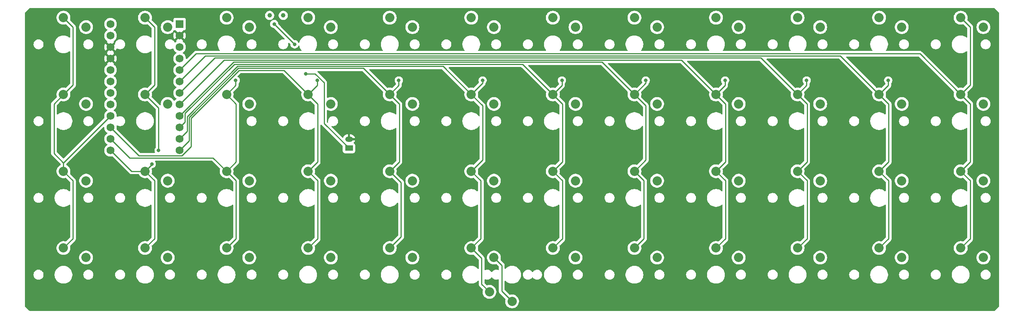
<source format=gbr>
%TF.GenerationSoftware,KiCad,Pcbnew,9.0.3-1.fc42*%
%TF.CreationDate,2025-08-13T23:51:53-04:00*%
%TF.ProjectId,48ish_soldered,34386973-685f-4736-9f6c-64657265642e,v1.0.0*%
%TF.SameCoordinates,Original*%
%TF.FileFunction,Copper,L1,Top*%
%TF.FilePolarity,Positive*%
%FSLAX46Y46*%
G04 Gerber Fmt 4.6, Leading zero omitted, Abs format (unit mm)*
G04 Created by KiCad (PCBNEW 9.0.3-1.fc42) date 2025-08-13 23:51:53*
%MOMM*%
%LPD*%
G01*
G04 APERTURE LIST*
%TA.AperFunction,ComponentPad*%
%ADD10C,2.032000*%
%TD*%
%TA.AperFunction,ComponentPad*%
%ADD11C,1.752600*%
%TD*%
%TA.AperFunction,ComponentPad*%
%ADD12R,1.752600X1.752600*%
%TD*%
%TA.AperFunction,WasherPad*%
%ADD13C,1.000000*%
%TD*%
%TA.AperFunction,ComponentPad*%
%ADD14R,1.700000X1.200000*%
%TD*%
%TA.AperFunction,ComponentPad*%
%ADD15O,1.700000X1.200000*%
%TD*%
%TA.AperFunction,ViaPad*%
%ADD16C,0.800000*%
%TD*%
%TA.AperFunction,Conductor*%
%ADD17C,0.250000*%
%TD*%
G04 APERTURE END LIST*
D10*
%TO.P,S32,2*%
%TO.N,eight*%
X126000000Y56900000D03*
%TO.P,S32,1*%
%TO.N,eight_home*%
X131000000Y54800000D03*
%TD*%
%TO.P,S25,2*%
%TO.N,six_modrow*%
X99000000Y11100000D03*
%TO.P,S25,1*%
%TO.N,six*%
X94000000Y13200000D03*
%TD*%
D11*
%TO.P,MCU1,24*%
%TO.N,two*%
X10380000Y44530000D03*
%TO.P,MCU1,23*%
%TO.N,three*%
X10380000Y47070000D03*
%TO.P,MCU1,22*%
%TO.N,four*%
X10380000Y49610000D03*
%TO.P,MCU1,21*%
%TO.N,one*%
X10380000Y52150000D03*
%TO.P,MCU1,20*%
%TO.N,bottom*%
X10380000Y54690000D03*
%TO.P,MCU1,19*%
%TO.N,modrow*%
X10380000Y57230000D03*
%TO.P,MCU1,18*%
%TO.N,home*%
X10380000Y59770000D03*
%TO.P,MCU1,17*%
%TO.N,top*%
X10380000Y62310000D03*
%TO.P,MCU1,16*%
%TO.N,GND*%
X10380000Y64850000D03*
%TO.P,MCU1,15*%
X10380000Y67390000D03*
%TO.P,MCU1,14*%
%TO.N,P0*%
X10380000Y69930000D03*
%TO.P,MCU1,13*%
%TO.N,P1*%
X10380000Y72470000D03*
%TO.P,MCU1,12*%
%TO.N,five*%
X25620000Y44530000D03*
%TO.P,MCU1,11*%
%TO.N,six*%
X25620000Y47070000D03*
%TO.P,MCU1,10*%
%TO.N,seven*%
X25620000Y49610000D03*
%TO.P,MCU1,9*%
%TO.N,eight*%
X25620000Y52150000D03*
%TO.P,MCU1,8*%
%TO.N,nine*%
X25620000Y54690000D03*
%TO.P,MCU1,7*%
%TO.N,ten*%
X25620000Y57230000D03*
%TO.P,MCU1,6*%
%TO.N,eleven*%
X25620000Y59770000D03*
%TO.P,MCU1,5*%
%TO.N,twelve*%
X25620000Y62310000D03*
%TO.P,MCU1,4*%
%TO.N,VCC*%
X25620000Y64850000D03*
%TO.P,MCU1,3*%
%TO.N,RST*%
X25620000Y67390000D03*
%TO.P,MCU1,2*%
%TO.N,GND*%
X25620000Y69930000D03*
D12*
%TO.P,MCU1,1*%
%TO.N,RAW*%
X25620000Y72470000D03*
%TD*%
D13*
%TO.P,S1,*%
%TO.N,*%
X45500000Y74400000D03*
X48500000Y74400000D03*
%TD*%
D14*
%TO.P,JST1,1*%
%TO.N,BAT*%
X63000000Y45000000D03*
D15*
%TO.P,JST1,2*%
%TO.N,GND*%
X63000000Y47000000D03*
%TD*%
D10*
%TO.P,S41,1*%
%TO.N,ten_top*%
X167000000Y71800000D03*
%TO.P,S41,2*%
%TO.N,ten*%
X162000000Y73900000D03*
%TD*%
%TO.P,S29,1*%
%TO.N,seven_top*%
X113000000Y71800000D03*
%TO.P,S29,2*%
%TO.N,seven*%
X108000000Y73900000D03*
%TD*%
%TO.P,S19,1*%
%TO.N,five_home*%
X77000000Y54800000D03*
%TO.P,S19,2*%
%TO.N,five*%
X72000000Y56900000D03*
%TD*%
%TO.P,S8,1*%
%TO.N,two_top*%
X23000000Y71800000D03*
%TO.P,S8,2*%
%TO.N,two*%
X18000000Y73900000D03*
%TD*%
%TO.P,S44,1*%
%TO.N,eleven_home*%
X185000000Y54800000D03*
%TO.P,S44,2*%
%TO.N,eleven*%
X180000000Y56900000D03*
%TD*%
%TO.P,S28,1*%
%TO.N,seven_home*%
X113000000Y54800000D03*
%TO.P,S28,2*%
%TO.N,seven*%
X108000000Y56900000D03*
%TD*%
%TO.P,S14,1*%
%TO.N,four_bottom*%
X59000000Y37800000D03*
%TO.P,S14,2*%
%TO.N,four*%
X54000000Y39900000D03*
%TD*%
%TO.P,S2,1*%
%TO.N,one_bottom*%
X5000000Y37800000D03*
%TO.P,S2,2*%
%TO.N,one*%
X0Y39900000D03*
%TD*%
%TO.P,S12,1*%
%TO.N,three_top*%
X41000000Y71800000D03*
%TO.P,S12,2*%
%TO.N,three*%
X36000000Y73900000D03*
%TD*%
%TO.P,S37,1*%
%TO.N,nine_top*%
X149000000Y71800000D03*
%TO.P,S37,2*%
%TO.N,nine*%
X144000000Y73900000D03*
%TD*%
%TO.P,S20,1*%
%TO.N,five_top*%
X77000000Y71800000D03*
%TO.P,S20,2*%
%TO.N,five*%
X72000000Y73900000D03*
%TD*%
%TO.P,S17,1*%
%TO.N,five_modrow*%
X77000000Y20800000D03*
%TO.P,S17,2*%
%TO.N,five*%
X72000000Y22900000D03*
%TD*%
%TO.P,S45,1*%
%TO.N,eleven_top*%
X185000000Y71800000D03*
%TO.P,S45,2*%
%TO.N,eleven*%
X180000000Y73900000D03*
%TD*%
%TO.P,S15,1*%
%TO.N,four_home*%
X59000000Y54800000D03*
%TO.P,S15,2*%
%TO.N,four*%
X54000000Y56900000D03*
%TD*%
%TO.P,S24,1*%
%TO.N,six_top*%
X95000000Y71800000D03*
%TO.P,S24,2*%
%TO.N,six*%
X90000000Y73900000D03*
%TD*%
%TO.P,S11,1*%
%TO.N,three_home*%
X41000000Y54800000D03*
%TO.P,S11,2*%
%TO.N,three*%
X36000000Y56900000D03*
%TD*%
%TO.P,S27,1*%
%TO.N,seven_bottom*%
X113000000Y37800000D03*
%TO.P,S27,2*%
%TO.N,seven*%
X108000000Y39900000D03*
%TD*%
%TO.P,S6,1*%
%TO.N,two_bottom*%
X23000000Y37800000D03*
%TO.P,S6,2*%
%TO.N,two*%
X18000000Y39900000D03*
%TD*%
%TO.P,S1,1*%
%TO.N,one_modrow*%
X5000000Y20800000D03*
%TO.P,S1,2*%
%TO.N,one*%
X0Y22900000D03*
%TD*%
%TO.P,S31,1*%
%TO.N,eight_bottom*%
X131000000Y37800000D03*
%TO.P,S31,2*%
%TO.N,eight*%
X126000000Y39900000D03*
%TD*%
%TO.P,S9,1*%
%TO.N,three_modrow*%
X41000000Y20800000D03*
%TO.P,S9,2*%
%TO.N,three*%
X36000000Y22900000D03*
%TD*%
%TO.P,S18,1*%
%TO.N,five_bottom*%
X77000000Y37800000D03*
%TO.P,S18,2*%
%TO.N,five*%
X72000000Y39900000D03*
%TD*%
%TO.P,S34,1*%
%TO.N,nine_modrow*%
X149000000Y20800000D03*
%TO.P,S34,2*%
%TO.N,nine*%
X144000000Y22900000D03*
%TD*%
%TO.P,S36,1*%
%TO.N,nine_home*%
X149000000Y54800000D03*
%TO.P,S36,2*%
%TO.N,nine*%
X144000000Y56900000D03*
%TD*%
%TO.P,S21,1*%
%TO.N,six_modrow*%
X95000000Y20800000D03*
%TO.P,S21,2*%
%TO.N,six*%
X90000000Y22900000D03*
%TD*%
%TO.P,S13,1*%
%TO.N,four_modrow*%
X59000000Y20800000D03*
%TO.P,S13,2*%
%TO.N,four*%
X54000000Y22900000D03*
%TD*%
%TO.P,S40,1*%
%TO.N,ten_home*%
X167000000Y54800000D03*
%TO.P,S40,2*%
%TO.N,ten*%
X162000000Y56900000D03*
%TD*%
%TO.P,S49,1*%
%TO.N,twelve_top*%
X203000000Y71800000D03*
%TO.P,S49,2*%
%TO.N,twelve*%
X198000000Y73900000D03*
%TD*%
%TO.P,S43,1*%
%TO.N,eleven_bottom*%
X185000000Y37800000D03*
%TO.P,S43,2*%
%TO.N,eleven*%
X180000000Y39900000D03*
%TD*%
%TO.P,S33,1*%
%TO.N,eight_top*%
X131000000Y71800000D03*
%TO.P,S33,2*%
%TO.N,eight*%
X126000000Y73900000D03*
%TD*%
%TO.P,S22,1*%
%TO.N,six_bottom*%
X95000000Y37800000D03*
%TO.P,S22,2*%
%TO.N,six*%
X90000000Y39900000D03*
%TD*%
%TO.P,S39,1*%
%TO.N,ten_bottom*%
X167000000Y37800000D03*
%TO.P,S39,2*%
%TO.N,ten*%
X162000000Y39900000D03*
%TD*%
%TO.P,S23,1*%
%TO.N,six_home*%
X95000000Y54800000D03*
%TO.P,S23,2*%
%TO.N,six*%
X90000000Y56900000D03*
%TD*%
%TO.P,S35,1*%
%TO.N,nine_bottom*%
X149000000Y37800000D03*
%TO.P,S35,2*%
%TO.N,nine*%
X144000000Y39900000D03*
%TD*%
%TO.P,S16,1*%
%TO.N,four_top*%
X59000000Y71800000D03*
%TO.P,S16,2*%
%TO.N,four*%
X54000000Y73900000D03*
%TD*%
%TO.P,S46,1*%
%TO.N,twelve_modrow*%
X203000000Y20800000D03*
%TO.P,S46,2*%
%TO.N,twelve*%
X198000000Y22900000D03*
%TD*%
%TO.P,S42,1*%
%TO.N,eleven_modrow*%
X185000000Y20800000D03*
%TO.P,S42,2*%
%TO.N,eleven*%
X180000000Y22900000D03*
%TD*%
%TO.P,S38,1*%
%TO.N,ten_modrow*%
X167000000Y20800000D03*
%TO.P,S38,2*%
%TO.N,ten*%
X162000000Y22900000D03*
%TD*%
%TO.P,S5,1*%
%TO.N,two_modrow*%
X23000000Y20800000D03*
%TO.P,S5,2*%
%TO.N,two*%
X18000000Y22900000D03*
%TD*%
%TO.P,S30,1*%
%TO.N,eight_modrow*%
X131000000Y20800000D03*
%TO.P,S30,2*%
%TO.N,eight*%
X126000000Y22900000D03*
%TD*%
%TO.P,S7,1*%
%TO.N,two_home*%
X23000000Y54800000D03*
%TO.P,S7,2*%
%TO.N,two*%
X18000000Y56900000D03*
%TD*%
%TO.P,S4,1*%
%TO.N,one_top*%
X5000000Y71800000D03*
%TO.P,S4,2*%
%TO.N,one*%
X0Y73900000D03*
%TD*%
%TO.P,S10,1*%
%TO.N,three_bottom*%
X41000000Y37800000D03*
%TO.P,S10,2*%
%TO.N,three*%
X36000000Y39900000D03*
%TD*%
%TO.P,S48,1*%
%TO.N,twelve_home*%
X203000000Y54800000D03*
%TO.P,S48,2*%
%TO.N,twelve*%
X198000000Y56900000D03*
%TD*%
%TO.P,S26,1*%
%TO.N,seven_modrow*%
X113000000Y20800000D03*
%TO.P,S26,2*%
%TO.N,seven*%
X108000000Y22900000D03*
%TD*%
%TO.P,S47,1*%
%TO.N,twelve_bottom*%
X203000000Y37800000D03*
%TO.P,S47,2*%
%TO.N,twelve*%
X198000000Y39900000D03*
%TD*%
%TO.P,S3,1*%
%TO.N,one_home*%
X5000000Y54800000D03*
%TO.P,S3,2*%
%TO.N,one*%
X0Y56900000D03*
%TD*%
D16*
%TO.N,BAT*%
X46500000Y72500000D03*
%TO.N,two*%
X19500000Y41500000D03*
X21000000Y44500000D03*
%TO.N,three*%
X38000000Y60000000D03*
%TO.N,four*%
X56000000Y60000000D03*
%TO.N,five*%
X74000000Y60000000D03*
%TO.N,six*%
X92500000Y60000000D03*
%TO.N,seven*%
X110000000Y60000000D03*
%TO.N,eight*%
X128500000Y60000000D03*
%TO.N,nine*%
X146000000Y60000000D03*
%TO.N,ten*%
X164000000Y60000000D03*
%TO.N,eleven*%
X182000000Y60000000D03*
%TO.N,BAT*%
X51000000Y68000000D03*
X53500000Y61500000D03*
%TD*%
D17*
%TO.N,BAT*%
X51000000Y68000000D02*
X46500000Y72500000D01*
X63000000Y45000000D02*
X57500000Y50500000D01*
X57500000Y50500000D02*
X57500000Y59526720D01*
X57500000Y59526720D02*
X55526720Y61500000D01*
X55526720Y61500000D02*
X53500000Y61500000D01*
%TO.N,one*%
X0Y22900000D02*
X2090500Y24990500D01*
X2090500Y71809500D02*
X2090500Y58990500D01*
X2090500Y37809500D02*
X0Y39900000D01*
X0Y73900000D02*
X2090500Y71809500D01*
X0Y39900000D02*
X0Y41770000D01*
X2090500Y24990500D02*
X2090500Y37809500D01*
X0Y41770000D02*
X10380000Y52150000D01*
X-2090500Y54809500D02*
X0Y56900000D01*
X0Y41770000D02*
X-2090500Y43860500D01*
X2090500Y58990500D02*
X0Y56900000D01*
X-2090500Y43860500D02*
X-2090500Y54809500D01*
%TO.N,two*%
X19500000Y41400000D02*
X18000000Y39900000D01*
X18000000Y73900000D02*
X20090500Y71809500D01*
X21000000Y53900000D02*
X21000000Y44500000D01*
X10380000Y44530000D02*
X15010000Y39900000D01*
X18000000Y56900000D02*
X21000000Y53900000D01*
X20090500Y24990500D02*
X20090500Y37809500D01*
X15010000Y39900000D02*
X18000000Y39900000D01*
X20090500Y71809500D02*
X20090500Y58990500D01*
X19500000Y41500000D02*
X19500000Y41400000D01*
X18000000Y22900000D02*
X20090500Y24990500D01*
X20090500Y58990500D02*
X18000000Y56900000D01*
X20090500Y37809500D02*
X18000000Y39900000D01*
%TO.N,three*%
X38090500Y24990500D02*
X38090500Y37809500D01*
X38090500Y54809500D02*
X36000000Y56900000D01*
X38090500Y37809500D02*
X36000000Y39900000D01*
X33023300Y42876700D02*
X36000000Y39900000D01*
X10380000Y47070000D02*
X14573300Y42876700D01*
X38090500Y41990500D02*
X38090500Y54809500D01*
X14573300Y42876700D02*
X33023300Y42876700D01*
X36000000Y39900000D02*
X38090500Y41990500D01*
X38000000Y58900000D02*
X38000000Y60000000D01*
X36000000Y22900000D02*
X38090500Y24990500D01*
X36000000Y56900000D02*
X38000000Y58900000D01*
%TO.N,four*%
X56090500Y41990500D02*
X56090500Y54809500D01*
X56090500Y24990500D02*
X56090500Y37809500D01*
X56000000Y58900000D02*
X56000000Y60000000D01*
X10380000Y49610000D02*
X16662300Y43327700D01*
X54000000Y56900000D02*
X56000000Y58900000D01*
X28175300Y45384991D02*
X28175300Y51626380D01*
X16662300Y43327700D02*
X26118009Y43327700D01*
X26118009Y43327700D02*
X28175300Y45384991D01*
X54000000Y22900000D02*
X56090500Y24990500D01*
X54000000Y39900000D02*
X56090500Y41990500D01*
X48674460Y62225540D02*
X38774460Y62225540D01*
X54000000Y56900000D02*
X48674460Y62225540D01*
X28175300Y51626380D02*
X38774460Y62225540D01*
X56090500Y54809500D02*
X54000000Y56900000D01*
X56090500Y37809500D02*
X54000000Y39900000D01*
%TO.N,five*%
X74000000Y58900000D02*
X74000000Y60000000D01*
X27724300Y46634300D02*
X27724300Y51813190D01*
X72000000Y39900000D02*
X74090500Y41990500D01*
X66204000Y62696000D02*
X72000000Y56900000D01*
X74090500Y41990500D02*
X74090500Y54809500D01*
X74500000Y37400000D02*
X72000000Y39900000D01*
X72000000Y56900000D02*
X74000000Y58900000D01*
X38607110Y62696000D02*
X66204000Y62696000D01*
X27724300Y51813190D02*
X38607110Y62696000D01*
X74500000Y25400000D02*
X74500000Y37400000D01*
X72000000Y22900000D02*
X74500000Y25400000D01*
X25620000Y44530000D02*
X27724300Y46634300D01*
X74090500Y54809500D02*
X72000000Y56900000D01*
%TO.N,six_modrow*%
X96726900Y13373100D02*
X96726900Y19073100D01*
X99000000Y11100000D02*
X96726900Y13373100D01*
X96726900Y19073100D02*
X95000000Y20800000D01*
%TO.N,six*%
X92500000Y42400000D02*
X92500000Y54400000D01*
X92500000Y59400000D02*
X92500000Y60000000D01*
X90000000Y56900000D02*
X92500000Y59400000D01*
X92090500Y37809500D02*
X90000000Y39900000D01*
X83753000Y63147000D02*
X90000000Y56900000D01*
X90000000Y39900000D02*
X92500000Y42400000D01*
X27273300Y52000000D02*
X38420300Y63147000D01*
X92273100Y14926900D02*
X92273100Y20626900D01*
X92273100Y20626900D02*
X90000000Y22900000D01*
X90000000Y22900000D02*
X92090500Y24990500D01*
X92500000Y54400000D02*
X90000000Y56900000D01*
X27273300Y48723300D02*
X27273300Y52000000D01*
X94000000Y13200000D02*
X92273100Y14926900D01*
X25620000Y47070000D02*
X27273300Y48723300D01*
X92090500Y24990500D02*
X92090500Y37809500D01*
X38420300Y63147000D02*
X83753000Y63147000D01*
%TO.N,seven*%
X110090500Y24990500D02*
X110090500Y37809500D01*
X110090500Y37809500D02*
X108000000Y39900000D01*
X101302000Y63598000D02*
X108000000Y56900000D01*
X110000000Y58900000D02*
X110000000Y60000000D01*
X108000000Y56900000D02*
X110000000Y58900000D01*
X25620000Y49610000D02*
X26822300Y50812300D01*
X110090500Y54809500D02*
X108000000Y56900000D01*
X108000000Y39900000D02*
X110090500Y41990500D01*
X110090500Y41990500D02*
X110090500Y54809500D01*
X108000000Y22900000D02*
X110090500Y24990500D01*
X26822300Y52714490D02*
X37705810Y63598000D01*
X26822300Y50812300D02*
X26822300Y52714490D01*
X37705810Y63598000D02*
X101302000Y63598000D01*
%TO.N,eight*%
X126000000Y22900000D02*
X128090500Y24990500D01*
X128500000Y59400000D02*
X128500000Y60000000D01*
X128500000Y54400000D02*
X126000000Y56900000D01*
X118851000Y64049000D02*
X126000000Y56900000D01*
X128090500Y24990500D02*
X128090500Y37809500D01*
X126000000Y39900000D02*
X128500000Y42400000D01*
X128500000Y42400000D02*
X128500000Y54400000D01*
X128090500Y37809500D02*
X126000000Y39900000D01*
X126000000Y56900000D02*
X128500000Y59400000D01*
X25620000Y52150000D02*
X37519000Y64049000D01*
X37519000Y64049000D02*
X118851000Y64049000D01*
%TO.N,nine*%
X144000000Y39900000D02*
X146090500Y41990500D01*
X146090500Y24990500D02*
X146090500Y37809500D01*
X146090500Y54809500D02*
X144000000Y56900000D01*
X35430000Y64500000D02*
X136400000Y64500000D01*
X144000000Y56900000D02*
X146000000Y58900000D01*
X146090500Y41990500D02*
X146090500Y54809500D01*
X146090500Y37809500D02*
X144000000Y39900000D01*
X25620000Y54690000D02*
X35430000Y64500000D01*
X146000000Y58900000D02*
X146000000Y60000000D01*
X144000000Y22900000D02*
X146090500Y24990500D01*
X136400000Y64500000D02*
X144000000Y56900000D01*
%TO.N,ten*%
X162000000Y56900000D02*
X164000000Y58900000D01*
X164090500Y24990500D02*
X164090500Y37809500D01*
X25620000Y57230000D02*
X33397500Y65007500D01*
X162000000Y22900000D02*
X164090500Y24990500D01*
X164090500Y37809500D02*
X162000000Y39900000D01*
X153892500Y65007500D02*
X162000000Y56900000D01*
X164090500Y54809500D02*
X162000000Y56900000D01*
X164000000Y58900000D02*
X164000000Y60000000D01*
X164090500Y41990500D02*
X164090500Y54809500D01*
X162000000Y39900000D02*
X164090500Y41990500D01*
X33397500Y65007500D02*
X153892500Y65007500D01*
%TO.N,eleven*%
X182090500Y54809500D02*
X180000000Y56900000D01*
X180000000Y22900000D02*
X182090500Y24990500D01*
X182090500Y24990500D02*
X182090500Y37809500D01*
X171441500Y65458500D02*
X31308500Y65458500D01*
X180000000Y56900000D02*
X171441500Y65458500D01*
X182090500Y37809500D02*
X180000000Y39900000D01*
X182000000Y58900000D02*
X182000000Y60000000D01*
X182090500Y41990500D02*
X182090500Y54809500D01*
X31308500Y65458500D02*
X25620000Y59770000D01*
X180000000Y56900000D02*
X182000000Y58900000D01*
X180000000Y39900000D02*
X182090500Y41990500D01*
%TO.N,twelve*%
X200090500Y71809500D02*
X200090500Y58990500D01*
X200090500Y54809500D02*
X200090500Y41990500D01*
X25620000Y62310000D02*
X29219500Y65909500D01*
X200090500Y24990500D02*
X198000000Y22900000D01*
X198000000Y39900000D02*
X200090500Y37809500D01*
X200090500Y41990500D02*
X198000000Y39900000D01*
X198000000Y56900000D02*
X200090500Y54809500D01*
X188990500Y65909500D02*
X198000000Y56900000D01*
X198000000Y73900000D02*
X200090500Y71809500D01*
X200090500Y58990500D02*
X198000000Y56900000D01*
X29219500Y65909500D02*
X188990500Y65909500D01*
X200090500Y37809500D02*
X200090500Y24990500D01*
%TD*%
%TA.AperFunction,Conductor*%
%TO.N,GND*%
G36*
X205515677Y75980315D02*
G01*
X205536319Y75963681D01*
X206463681Y75036319D01*
X206497166Y74974996D01*
X206500000Y74948638D01*
X206500000Y10051362D01*
X206480315Y9984323D01*
X206463681Y9963681D01*
X205536319Y9036319D01*
X205474996Y9002834D01*
X205448638Y9000000D01*
X-7448638Y9000000D01*
X-7515677Y9019685D01*
X-7536319Y9036319D01*
X-8463681Y9963681D01*
X-8497166Y10025004D01*
X-8500000Y10051362D01*
X-8500000Y17086687D01*
X-6601400Y17086687D01*
X-6601400Y16913312D01*
X-6585622Y16813702D01*
X-6574280Y16742088D01*
X-6574279Y16742086D01*
X-6520709Y16577211D01*
X-6520708Y16577208D01*
X-6500000Y16536567D01*
X-6442002Y16422740D01*
X-6340101Y16282486D01*
X-6217514Y16159899D01*
X-6093399Y16069724D01*
X-6077260Y16057998D01*
X-5922791Y15979291D01*
X-5922788Y15979290D01*
X-5757913Y15925720D01*
X-5586687Y15898600D01*
X-5586682Y15898600D01*
X-5413313Y15898600D01*
X-5242086Y15925720D01*
X-5077211Y15979290D01*
X-5077208Y15979291D01*
X-4922739Y16057998D01*
X-4842719Y16116136D01*
X-4782486Y16159899D01*
X-4782484Y16159901D01*
X-4782483Y16159901D01*
X-4659901Y16282483D01*
X-4659901Y16282484D01*
X-4659899Y16282486D01*
X-4598483Y16367017D01*
X-4557998Y16422739D01*
X-4479291Y16577208D01*
X-4479290Y16577211D01*
X-4425720Y16742086D01*
X-4398600Y16913312D01*
X-4398600Y17086684D01*
X-4402840Y17113452D01*
X-4402840Y17113454D01*
X-4405269Y17128793D01*
X-1965000Y17128793D01*
X-1965000Y16871207D01*
X-1931378Y16615825D01*
X-1864710Y16367016D01*
X-1829695Y16282483D01*
X-1766140Y16129047D01*
X-1766132Y16129030D01*
X-1731891Y16069724D01*
X-1637343Y15905962D01*
X-1637336Y15905953D01*
X-1480536Y15701607D01*
X-1480530Y15701600D01*
X-1298399Y15519469D01*
X-1298392Y15519463D01*
X-1094046Y15362663D01*
X-1094038Y15362657D01*
X-1094033Y15362654D01*
X-1094030Y15362652D01*
X-870969Y15233867D01*
X-870952Y15233859D01*
X-632982Y15135289D01*
X-475243Y15093023D01*
X-384175Y15068622D01*
X-352252Y15064419D01*
X-128800Y15035000D01*
X-128793Y15035000D01*
X128800Y15035000D01*
X352252Y15064419D01*
X384175Y15068622D01*
X475243Y15093023D01*
X632982Y15135289D01*
X870952Y15233859D01*
X870969Y15233867D01*
X1094030Y15362652D01*
X1094033Y15362654D01*
X1094038Y15362657D01*
X1094046Y15362663D01*
X1298392Y15519463D01*
X1298399Y15519469D01*
X1480530Y15701600D01*
X1480536Y15701607D01*
X1637336Y15905953D01*
X1637343Y15905962D01*
X1731891Y16069724D01*
X1766132Y16129030D01*
X1766140Y16129047D01*
X1829695Y16282483D01*
X1864710Y16367016D01*
X1931378Y16615825D01*
X1965000Y16871207D01*
X1965000Y17086687D01*
X4398600Y17086687D01*
X4398600Y16913312D01*
X4425720Y16742086D01*
X4479290Y16577211D01*
X4479291Y16577208D01*
X4557998Y16422739D01*
X4598483Y16367017D01*
X4659899Y16282486D01*
X4659901Y16282484D01*
X4659901Y16282483D01*
X4782483Y16159901D01*
X4922739Y16057998D01*
X5077208Y15979291D01*
X5077211Y15979290D01*
X5242086Y15925720D01*
X5413313Y15898600D01*
X5413318Y15898600D01*
X5586687Y15898600D01*
X5757913Y15925720D01*
X5922788Y15979290D01*
X5922791Y15979291D01*
X6077260Y16057998D01*
X6093399Y16069724D01*
X6217514Y16159899D01*
X6340101Y16282486D01*
X6442002Y16422740D01*
X6500000Y16536567D01*
X6520708Y16577208D01*
X6520709Y16577211D01*
X6574279Y16742086D01*
X6574280Y16742088D01*
X6585622Y16813702D01*
X6601400Y16913312D01*
X6601400Y17086687D01*
X11398600Y17086687D01*
X11398600Y16913312D01*
X11425720Y16742086D01*
X11479290Y16577211D01*
X11479291Y16577208D01*
X11557998Y16422739D01*
X11598483Y16367017D01*
X11659899Y16282486D01*
X11659901Y16282484D01*
X11659901Y16282483D01*
X11782483Y16159901D01*
X11922739Y16057998D01*
X12077208Y15979291D01*
X12077211Y15979290D01*
X12242086Y15925720D01*
X12413313Y15898600D01*
X12413318Y15898600D01*
X12586687Y15898600D01*
X12757913Y15925720D01*
X12922788Y15979290D01*
X12922791Y15979291D01*
X13077260Y16057998D01*
X13093399Y16069724D01*
X13217514Y16159899D01*
X13340101Y16282486D01*
X13442002Y16422740D01*
X13500000Y16536567D01*
X13520708Y16577208D01*
X13520709Y16577211D01*
X13574279Y16742086D01*
X13574280Y16742088D01*
X13585622Y16813702D01*
X13601400Y16913312D01*
X13601400Y17086684D01*
X13597160Y17113452D01*
X13597160Y17113454D01*
X13594729Y17128800D01*
X16035000Y17128800D01*
X16035000Y16871199D01*
X16068622Y16615825D01*
X16135289Y16367017D01*
X16233859Y16129047D01*
X16233867Y16129030D01*
X16362652Y15905969D01*
X16362663Y15905953D01*
X16519463Y15701607D01*
X16519469Y15701600D01*
X16701600Y15519469D01*
X16701607Y15519463D01*
X16905953Y15362663D01*
X16905969Y15362652D01*
X17129030Y15233867D01*
X17129047Y15233859D01*
X17367017Y15135289D01*
X17615825Y15068622D01*
X17871199Y15035000D01*
X17871207Y15035000D01*
X18128800Y15035000D01*
X18352252Y15064419D01*
X18384175Y15068622D01*
X18475243Y15093023D01*
X18632982Y15135289D01*
X18870952Y15233859D01*
X18870969Y15233867D01*
X19094030Y15362652D01*
X19094033Y15362654D01*
X19094038Y15362657D01*
X19094046Y15362663D01*
X19298392Y15519463D01*
X19298399Y15519469D01*
X19480530Y15701600D01*
X19480536Y15701607D01*
X19637336Y15905953D01*
X19637343Y15905962D01*
X19731891Y16069724D01*
X19766132Y16129030D01*
X19766140Y16129047D01*
X19829695Y16282483D01*
X19864710Y16367016D01*
X19931378Y16615825D01*
X19965000Y16871207D01*
X19965000Y17086687D01*
X22398600Y17086687D01*
X22398600Y16913312D01*
X22425720Y16742086D01*
X22479290Y16577211D01*
X22479291Y16577208D01*
X22557998Y16422739D01*
X22598483Y16367017D01*
X22659899Y16282486D01*
X22659901Y16282484D01*
X22659901Y16282483D01*
X22782483Y16159901D01*
X22922739Y16057998D01*
X23077208Y15979291D01*
X23077211Y15979290D01*
X23242086Y15925720D01*
X23413313Y15898600D01*
X23413318Y15898600D01*
X23586687Y15898600D01*
X23757913Y15925720D01*
X23922788Y15979290D01*
X23922791Y15979291D01*
X24077260Y16057998D01*
X24093399Y16069724D01*
X24217514Y16159899D01*
X24340101Y16282486D01*
X24442002Y16422740D01*
X24500000Y16536567D01*
X24520708Y16577208D01*
X24520709Y16577211D01*
X24574279Y16742086D01*
X24574280Y16742088D01*
X24585622Y16813702D01*
X24601400Y16913312D01*
X24601400Y17086687D01*
X29398600Y17086687D01*
X29398600Y16913312D01*
X29425720Y16742086D01*
X29479290Y16577211D01*
X29479291Y16577208D01*
X29557998Y16422739D01*
X29598483Y16367017D01*
X29659899Y16282486D01*
X29659901Y16282484D01*
X29659901Y16282483D01*
X29782483Y16159901D01*
X29922739Y16057998D01*
X30077208Y15979291D01*
X30077211Y15979290D01*
X30242086Y15925720D01*
X30413313Y15898600D01*
X30413318Y15898600D01*
X30586687Y15898600D01*
X30757913Y15925720D01*
X30922788Y15979290D01*
X30922791Y15979291D01*
X31077260Y16057998D01*
X31093399Y16069724D01*
X31217514Y16159899D01*
X31340101Y16282486D01*
X31442002Y16422740D01*
X31500000Y16536567D01*
X31520708Y16577208D01*
X31520709Y16577211D01*
X31574279Y16742086D01*
X31574280Y16742088D01*
X31585622Y16813702D01*
X31601400Y16913312D01*
X31601400Y17086684D01*
X31597160Y17113452D01*
X31597160Y17113454D01*
X31594729Y17128800D01*
X34035000Y17128800D01*
X34035000Y16871199D01*
X34068622Y16615825D01*
X34135289Y16367017D01*
X34233859Y16129047D01*
X34233867Y16129030D01*
X34362652Y15905969D01*
X34362663Y15905953D01*
X34519463Y15701607D01*
X34519469Y15701600D01*
X34701600Y15519469D01*
X34701607Y15519463D01*
X34905953Y15362663D01*
X34905969Y15362652D01*
X35129030Y15233867D01*
X35129047Y15233859D01*
X35367017Y15135289D01*
X35615825Y15068622D01*
X35871199Y15035000D01*
X35871207Y15035000D01*
X36128800Y15035000D01*
X36352252Y15064419D01*
X36384175Y15068622D01*
X36475243Y15093023D01*
X36632982Y15135289D01*
X36870952Y15233859D01*
X36870969Y15233867D01*
X37094030Y15362652D01*
X37094033Y15362654D01*
X37094038Y15362657D01*
X37094046Y15362663D01*
X37298392Y15519463D01*
X37298399Y15519469D01*
X37480530Y15701600D01*
X37480536Y15701607D01*
X37637336Y15905953D01*
X37637343Y15905962D01*
X37731891Y16069724D01*
X37766132Y16129030D01*
X37766140Y16129047D01*
X37829695Y16282483D01*
X37864710Y16367016D01*
X37931378Y16615825D01*
X37965000Y16871207D01*
X37965000Y17086687D01*
X40398600Y17086687D01*
X40398600Y16913312D01*
X40425720Y16742086D01*
X40479290Y16577211D01*
X40479291Y16577208D01*
X40557998Y16422739D01*
X40598483Y16367017D01*
X40659899Y16282486D01*
X40659901Y16282484D01*
X40659901Y16282483D01*
X40782483Y16159901D01*
X40922739Y16057998D01*
X41077208Y15979291D01*
X41077211Y15979290D01*
X41242086Y15925720D01*
X41413313Y15898600D01*
X41413318Y15898600D01*
X41586687Y15898600D01*
X41757913Y15925720D01*
X41922788Y15979290D01*
X41922791Y15979291D01*
X42077260Y16057998D01*
X42093399Y16069724D01*
X42217514Y16159899D01*
X42340101Y16282486D01*
X42442002Y16422740D01*
X42500000Y16536567D01*
X42520708Y16577208D01*
X42520709Y16577211D01*
X42574279Y16742086D01*
X42574280Y16742088D01*
X42585622Y16813702D01*
X42601400Y16913312D01*
X42601400Y17086687D01*
X47398600Y17086687D01*
X47398600Y16913312D01*
X47425720Y16742086D01*
X47479290Y16577211D01*
X47479291Y16577208D01*
X47557998Y16422739D01*
X47598483Y16367017D01*
X47659899Y16282486D01*
X47659901Y16282484D01*
X47659901Y16282483D01*
X47782483Y16159901D01*
X47922739Y16057998D01*
X48077208Y15979291D01*
X48077211Y15979290D01*
X48242086Y15925720D01*
X48413313Y15898600D01*
X48413318Y15898600D01*
X48586687Y15898600D01*
X48757913Y15925720D01*
X48922788Y15979290D01*
X48922791Y15979291D01*
X49077260Y16057998D01*
X49093399Y16069724D01*
X49217514Y16159899D01*
X49340101Y16282486D01*
X49442002Y16422740D01*
X49500000Y16536567D01*
X49520708Y16577208D01*
X49520709Y16577211D01*
X49574279Y16742086D01*
X49574280Y16742088D01*
X49585622Y16813702D01*
X49601400Y16913312D01*
X49601400Y17086684D01*
X49597160Y17113452D01*
X49597160Y17113454D01*
X49594729Y17128800D01*
X52035000Y17128800D01*
X52035000Y16871199D01*
X52068622Y16615825D01*
X52135289Y16367017D01*
X52233859Y16129047D01*
X52233867Y16129030D01*
X52362652Y15905969D01*
X52362663Y15905953D01*
X52519463Y15701607D01*
X52519469Y15701600D01*
X52701600Y15519469D01*
X52701607Y15519463D01*
X52905953Y15362663D01*
X52905969Y15362652D01*
X53129030Y15233867D01*
X53129047Y15233859D01*
X53367017Y15135289D01*
X53615825Y15068622D01*
X53871199Y15035000D01*
X53871207Y15035000D01*
X54128800Y15035000D01*
X54352252Y15064419D01*
X54384175Y15068622D01*
X54475243Y15093023D01*
X54632982Y15135289D01*
X54870952Y15233859D01*
X54870969Y15233867D01*
X55094030Y15362652D01*
X55094033Y15362654D01*
X55094038Y15362657D01*
X55094046Y15362663D01*
X55298392Y15519463D01*
X55298399Y15519469D01*
X55480530Y15701600D01*
X55480536Y15701607D01*
X55637336Y15905953D01*
X55637343Y15905962D01*
X55731891Y16069724D01*
X55766132Y16129030D01*
X55766140Y16129047D01*
X55829695Y16282483D01*
X55864710Y16367016D01*
X55931378Y16615825D01*
X55965000Y16871207D01*
X55965000Y17086687D01*
X58398600Y17086687D01*
X58398600Y16913312D01*
X58425720Y16742086D01*
X58479290Y16577211D01*
X58479291Y16577208D01*
X58557998Y16422739D01*
X58598483Y16367017D01*
X58659899Y16282486D01*
X58659901Y16282484D01*
X58659901Y16282483D01*
X58782483Y16159901D01*
X58922739Y16057998D01*
X59077208Y15979291D01*
X59077211Y15979290D01*
X59242086Y15925720D01*
X59413313Y15898600D01*
X59413318Y15898600D01*
X59586687Y15898600D01*
X59757913Y15925720D01*
X59922788Y15979290D01*
X59922791Y15979291D01*
X60077260Y16057998D01*
X60093399Y16069724D01*
X60217514Y16159899D01*
X60340101Y16282486D01*
X60442002Y16422740D01*
X60500000Y16536567D01*
X60520708Y16577208D01*
X60520709Y16577211D01*
X60574279Y16742086D01*
X60574280Y16742088D01*
X60585622Y16813702D01*
X60601400Y16913312D01*
X60601400Y17086687D01*
X65398600Y17086687D01*
X65398600Y16913312D01*
X65425720Y16742086D01*
X65479290Y16577211D01*
X65479291Y16577208D01*
X65557998Y16422739D01*
X65598483Y16367017D01*
X65659899Y16282486D01*
X65659901Y16282484D01*
X65659901Y16282483D01*
X65782483Y16159901D01*
X65922739Y16057998D01*
X66077208Y15979291D01*
X66077211Y15979290D01*
X66242086Y15925720D01*
X66413313Y15898600D01*
X66413318Y15898600D01*
X66586687Y15898600D01*
X66757913Y15925720D01*
X66922788Y15979290D01*
X66922791Y15979291D01*
X67077260Y16057998D01*
X67093399Y16069724D01*
X67217514Y16159899D01*
X67340101Y16282486D01*
X67442002Y16422740D01*
X67500000Y16536567D01*
X67520708Y16577208D01*
X67520709Y16577211D01*
X67574279Y16742086D01*
X67574280Y16742088D01*
X67585622Y16813702D01*
X67601400Y16913312D01*
X67601400Y17086684D01*
X67597160Y17113452D01*
X67597160Y17113454D01*
X67594729Y17128800D01*
X70035000Y17128800D01*
X70035000Y16871199D01*
X70068622Y16615825D01*
X70135289Y16367017D01*
X70233859Y16129047D01*
X70233867Y16129030D01*
X70362652Y15905969D01*
X70362663Y15905953D01*
X70519463Y15701607D01*
X70519469Y15701600D01*
X70701600Y15519469D01*
X70701607Y15519463D01*
X70905953Y15362663D01*
X70905969Y15362652D01*
X71129030Y15233867D01*
X71129047Y15233859D01*
X71367017Y15135289D01*
X71615825Y15068622D01*
X71871199Y15035000D01*
X71871207Y15035000D01*
X72128800Y15035000D01*
X72352252Y15064419D01*
X72384175Y15068622D01*
X72475243Y15093023D01*
X72632982Y15135289D01*
X72870952Y15233859D01*
X72870969Y15233867D01*
X73094030Y15362652D01*
X73094033Y15362654D01*
X73094038Y15362657D01*
X73094046Y15362663D01*
X73298392Y15519463D01*
X73298399Y15519469D01*
X73480530Y15701600D01*
X73480536Y15701607D01*
X73637336Y15905953D01*
X73637343Y15905962D01*
X73731891Y16069724D01*
X73766132Y16129030D01*
X73766140Y16129047D01*
X73829695Y16282483D01*
X73864710Y16367016D01*
X73931378Y16615825D01*
X73965000Y16871207D01*
X73965000Y17086687D01*
X76398600Y17086687D01*
X76398600Y16913312D01*
X76425720Y16742086D01*
X76479290Y16577211D01*
X76479291Y16577208D01*
X76557998Y16422739D01*
X76598483Y16367017D01*
X76659899Y16282486D01*
X76659901Y16282484D01*
X76659901Y16282483D01*
X76782483Y16159901D01*
X76922739Y16057998D01*
X77077208Y15979291D01*
X77077211Y15979290D01*
X77242086Y15925720D01*
X77413313Y15898600D01*
X77413318Y15898600D01*
X77586687Y15898600D01*
X77757913Y15925720D01*
X77922788Y15979290D01*
X77922791Y15979291D01*
X78077260Y16057998D01*
X78093399Y16069724D01*
X78217514Y16159899D01*
X78340101Y16282486D01*
X78442002Y16422740D01*
X78500000Y16536567D01*
X78520708Y16577208D01*
X78520709Y16577211D01*
X78574279Y16742086D01*
X78574280Y16742088D01*
X78585622Y16813702D01*
X78601400Y16913312D01*
X78601400Y17086687D01*
X83398600Y17086687D01*
X83398600Y16913312D01*
X83425720Y16742086D01*
X83479290Y16577211D01*
X83479291Y16577208D01*
X83557998Y16422739D01*
X83598483Y16367017D01*
X83659899Y16282486D01*
X83659901Y16282484D01*
X83659901Y16282483D01*
X83782483Y16159901D01*
X83922739Y16057998D01*
X84077208Y15979291D01*
X84077211Y15979290D01*
X84242086Y15925720D01*
X84413313Y15898600D01*
X84413318Y15898600D01*
X84586687Y15898600D01*
X84757913Y15925720D01*
X84922788Y15979290D01*
X84922791Y15979291D01*
X85077260Y16057998D01*
X85093399Y16069724D01*
X85217514Y16159899D01*
X85340101Y16282486D01*
X85442002Y16422740D01*
X85500000Y16536567D01*
X85520708Y16577208D01*
X85520709Y16577211D01*
X85574279Y16742086D01*
X85574280Y16742088D01*
X85585622Y16813702D01*
X85601400Y16913312D01*
X85601400Y17086687D01*
X85588252Y17169695D01*
X85574280Y17257912D01*
X85520708Y17422791D01*
X85442002Y17577260D01*
X85340101Y17717514D01*
X85217514Y17840101D01*
X85077260Y17942002D01*
X84922791Y18020708D01*
X84757912Y18074280D01*
X84669695Y18088252D01*
X84586687Y18101400D01*
X84586682Y18101400D01*
X84413318Y18101400D01*
X84413313Y18101400D01*
X84321391Y18086840D01*
X84242088Y18074280D01*
X84159648Y18047494D01*
X84077211Y18020709D01*
X84077208Y18020708D01*
X83998502Y17980604D01*
X83922740Y17942002D01*
X83782486Y17840101D01*
X83659899Y17717514D01*
X83598483Y17632982D01*
X83557998Y17577260D01*
X83479291Y17422791D01*
X83479290Y17422788D01*
X83425720Y17257913D01*
X83398600Y17086687D01*
X78601400Y17086687D01*
X78588252Y17169695D01*
X78574280Y17257912D01*
X78520708Y17422791D01*
X78442002Y17577260D01*
X78340101Y17717514D01*
X78217514Y17840101D01*
X78077260Y17942002D01*
X77922791Y18020708D01*
X77757912Y18074280D01*
X77669695Y18088252D01*
X77586687Y18101400D01*
X77586682Y18101400D01*
X77413318Y18101400D01*
X77413313Y18101400D01*
X77321391Y18086840D01*
X77242088Y18074280D01*
X77159648Y18047494D01*
X77077211Y18020709D01*
X77077208Y18020708D01*
X76998502Y17980604D01*
X76922740Y17942002D01*
X76782486Y17840101D01*
X76659899Y17717514D01*
X76598483Y17632982D01*
X76557998Y17577260D01*
X76479291Y17422791D01*
X76479290Y17422788D01*
X76425720Y17257913D01*
X76398600Y17086687D01*
X73965000Y17086687D01*
X73965000Y17128793D01*
X73931378Y17384175D01*
X73864710Y17632984D01*
X73766136Y17870962D01*
X73637343Y18094038D01*
X73480535Y18298394D01*
X73298394Y18480535D01*
X73094038Y18637343D01*
X72870962Y18766136D01*
X72632984Y18864710D01*
X72384175Y18931378D01*
X72128793Y18965000D01*
X71871207Y18965000D01*
X71615825Y18931378D01*
X71367016Y18864710D01*
X71236615Y18810696D01*
X71129047Y18766140D01*
X71129030Y18766132D01*
X70919973Y18645432D01*
X70905962Y18637343D01*
X70905953Y18637336D01*
X70701607Y18480536D01*
X70701600Y18480530D01*
X70519469Y18298399D01*
X70519465Y18298394D01*
X70362657Y18094038D01*
X70362654Y18094033D01*
X70362652Y18094030D01*
X70233867Y17870969D01*
X70233859Y17870952D01*
X70135289Y17632982D01*
X70068622Y17384174D01*
X70035000Y17128800D01*
X67594729Y17128800D01*
X67592049Y17145716D01*
X67574280Y17257912D01*
X67520708Y17422791D01*
X67442002Y17577260D01*
X67340101Y17717514D01*
X67217514Y17840101D01*
X67077260Y17942002D01*
X66922791Y18020708D01*
X66757912Y18074280D01*
X66669695Y18088252D01*
X66586687Y18101400D01*
X66586682Y18101400D01*
X66413318Y18101400D01*
X66413313Y18101400D01*
X66321391Y18086840D01*
X66242088Y18074280D01*
X66159648Y18047494D01*
X66077211Y18020709D01*
X66077208Y18020708D01*
X65998502Y17980604D01*
X65922740Y17942002D01*
X65782486Y17840101D01*
X65659899Y17717514D01*
X65598483Y17632982D01*
X65557998Y17577260D01*
X65479291Y17422791D01*
X65479290Y17422788D01*
X65425720Y17257913D01*
X65398600Y17086687D01*
X60601400Y17086687D01*
X60588252Y17169695D01*
X60574280Y17257912D01*
X60520708Y17422791D01*
X60442002Y17577260D01*
X60340101Y17717514D01*
X60217514Y17840101D01*
X60077260Y17942002D01*
X59922791Y18020708D01*
X59757912Y18074280D01*
X59669695Y18088252D01*
X59586687Y18101400D01*
X59586682Y18101400D01*
X59413318Y18101400D01*
X59413313Y18101400D01*
X59321391Y18086840D01*
X59242088Y18074280D01*
X59159648Y18047494D01*
X59077211Y18020709D01*
X59077208Y18020708D01*
X58998502Y17980604D01*
X58922740Y17942002D01*
X58782486Y17840101D01*
X58659899Y17717514D01*
X58598483Y17632982D01*
X58557998Y17577260D01*
X58479291Y17422791D01*
X58479290Y17422788D01*
X58425720Y17257913D01*
X58398600Y17086687D01*
X55965000Y17086687D01*
X55965000Y17128793D01*
X55931378Y17384175D01*
X55864710Y17632984D01*
X55766136Y17870962D01*
X55637343Y18094038D01*
X55480535Y18298394D01*
X55298394Y18480535D01*
X55094038Y18637343D01*
X54870962Y18766136D01*
X54632984Y18864710D01*
X54384175Y18931378D01*
X54128793Y18965000D01*
X53871207Y18965000D01*
X53615825Y18931378D01*
X53367016Y18864710D01*
X53236615Y18810696D01*
X53129047Y18766140D01*
X53129030Y18766132D01*
X52919973Y18645432D01*
X52905962Y18637343D01*
X52905953Y18637336D01*
X52701607Y18480536D01*
X52701600Y18480530D01*
X52519469Y18298399D01*
X52519465Y18298394D01*
X52362657Y18094038D01*
X52362654Y18094033D01*
X52362652Y18094030D01*
X52233867Y17870969D01*
X52233859Y17870952D01*
X52135289Y17632982D01*
X52068622Y17384174D01*
X52035000Y17128800D01*
X49594729Y17128800D01*
X49592049Y17145716D01*
X49574280Y17257912D01*
X49520708Y17422791D01*
X49442002Y17577260D01*
X49340101Y17717514D01*
X49217514Y17840101D01*
X49077260Y17942002D01*
X48922791Y18020708D01*
X48757912Y18074280D01*
X48669695Y18088252D01*
X48586687Y18101400D01*
X48586682Y18101400D01*
X48413318Y18101400D01*
X48413313Y18101400D01*
X48321391Y18086840D01*
X48242088Y18074280D01*
X48159648Y18047494D01*
X48077211Y18020709D01*
X48077208Y18020708D01*
X47998502Y17980604D01*
X47922740Y17942002D01*
X47782486Y17840101D01*
X47659899Y17717514D01*
X47598483Y17632982D01*
X47557998Y17577260D01*
X47479291Y17422791D01*
X47479290Y17422788D01*
X47425720Y17257913D01*
X47398600Y17086687D01*
X42601400Y17086687D01*
X42588252Y17169695D01*
X42574280Y17257912D01*
X42520708Y17422791D01*
X42442002Y17577260D01*
X42340101Y17717514D01*
X42217514Y17840101D01*
X42077260Y17942002D01*
X41922791Y18020708D01*
X41757912Y18074280D01*
X41669695Y18088252D01*
X41586687Y18101400D01*
X41586682Y18101400D01*
X41413318Y18101400D01*
X41413313Y18101400D01*
X41321391Y18086840D01*
X41242088Y18074280D01*
X41159648Y18047494D01*
X41077211Y18020709D01*
X41077208Y18020708D01*
X40998502Y17980604D01*
X40922740Y17942002D01*
X40782486Y17840101D01*
X40659899Y17717514D01*
X40598483Y17632982D01*
X40557998Y17577260D01*
X40479291Y17422791D01*
X40479290Y17422788D01*
X40425720Y17257913D01*
X40398600Y17086687D01*
X37965000Y17086687D01*
X37965000Y17128793D01*
X37931378Y17384175D01*
X37864710Y17632984D01*
X37766136Y17870962D01*
X37637343Y18094038D01*
X37480535Y18298394D01*
X37298394Y18480535D01*
X37094038Y18637343D01*
X36870962Y18766136D01*
X36632984Y18864710D01*
X36384175Y18931378D01*
X36128793Y18965000D01*
X35871207Y18965000D01*
X35615825Y18931378D01*
X35367016Y18864710D01*
X35236615Y18810696D01*
X35129047Y18766140D01*
X35129030Y18766132D01*
X34919973Y18645432D01*
X34905962Y18637343D01*
X34905953Y18637336D01*
X34701607Y18480536D01*
X34701600Y18480530D01*
X34519469Y18298399D01*
X34519465Y18298394D01*
X34362657Y18094038D01*
X34362654Y18094033D01*
X34362652Y18094030D01*
X34233867Y17870969D01*
X34233859Y17870952D01*
X34135289Y17632982D01*
X34068622Y17384174D01*
X34035000Y17128800D01*
X31594729Y17128800D01*
X31592049Y17145716D01*
X31574280Y17257912D01*
X31520708Y17422791D01*
X31442002Y17577260D01*
X31340101Y17717514D01*
X31217514Y17840101D01*
X31077260Y17942002D01*
X30922791Y18020708D01*
X30757912Y18074280D01*
X30669695Y18088252D01*
X30586687Y18101400D01*
X30586682Y18101400D01*
X30413318Y18101400D01*
X30413313Y18101400D01*
X30321391Y18086840D01*
X30242088Y18074280D01*
X30159648Y18047494D01*
X30077211Y18020709D01*
X30077208Y18020708D01*
X29998502Y17980604D01*
X29922740Y17942002D01*
X29782486Y17840101D01*
X29659899Y17717514D01*
X29598483Y17632982D01*
X29557998Y17577260D01*
X29479291Y17422791D01*
X29479290Y17422788D01*
X29425720Y17257913D01*
X29398600Y17086687D01*
X24601400Y17086687D01*
X24588252Y17169695D01*
X24574280Y17257912D01*
X24520708Y17422791D01*
X24442002Y17577260D01*
X24340101Y17717514D01*
X24217514Y17840101D01*
X24077260Y17942002D01*
X23922791Y18020708D01*
X23757912Y18074280D01*
X23669695Y18088252D01*
X23586687Y18101400D01*
X23586682Y18101400D01*
X23413318Y18101400D01*
X23413313Y18101400D01*
X23321391Y18086840D01*
X23242088Y18074280D01*
X23159648Y18047494D01*
X23077211Y18020709D01*
X23077208Y18020708D01*
X22998502Y17980604D01*
X22922740Y17942002D01*
X22782486Y17840101D01*
X22659899Y17717514D01*
X22598483Y17632982D01*
X22557998Y17577260D01*
X22479291Y17422791D01*
X22479290Y17422788D01*
X22425720Y17257913D01*
X22398600Y17086687D01*
X19965000Y17086687D01*
X19965000Y17128793D01*
X19931378Y17384175D01*
X19864710Y17632984D01*
X19766136Y17870962D01*
X19637343Y18094038D01*
X19480535Y18298394D01*
X19298394Y18480535D01*
X19094038Y18637343D01*
X18870962Y18766136D01*
X18632984Y18864710D01*
X18384175Y18931378D01*
X18128793Y18965000D01*
X17871207Y18965000D01*
X17615825Y18931378D01*
X17367016Y18864710D01*
X17236615Y18810696D01*
X17129047Y18766140D01*
X17129030Y18766132D01*
X16919973Y18645432D01*
X16905962Y18637343D01*
X16905953Y18637336D01*
X16701607Y18480536D01*
X16701600Y18480530D01*
X16519469Y18298399D01*
X16519465Y18298394D01*
X16362657Y18094038D01*
X16362654Y18094033D01*
X16362652Y18094030D01*
X16233867Y17870969D01*
X16233859Y17870952D01*
X16135289Y17632982D01*
X16068622Y17384174D01*
X16035000Y17128800D01*
X13594729Y17128800D01*
X13592049Y17145716D01*
X13574280Y17257912D01*
X13520708Y17422791D01*
X13442002Y17577260D01*
X13340101Y17717514D01*
X13217514Y17840101D01*
X13077260Y17942002D01*
X12922791Y18020708D01*
X12757912Y18074280D01*
X12669695Y18088252D01*
X12586687Y18101400D01*
X12586682Y18101400D01*
X12413318Y18101400D01*
X12413313Y18101400D01*
X12321391Y18086840D01*
X12242088Y18074280D01*
X12159648Y18047494D01*
X12077211Y18020709D01*
X12077208Y18020708D01*
X11998502Y17980604D01*
X11922740Y17942002D01*
X11782486Y17840101D01*
X11659899Y17717514D01*
X11598483Y17632982D01*
X11557998Y17577260D01*
X11479291Y17422791D01*
X11479290Y17422788D01*
X11425720Y17257913D01*
X11398600Y17086687D01*
X6601400Y17086687D01*
X6588252Y17169695D01*
X6574280Y17257912D01*
X6520708Y17422791D01*
X6442002Y17577260D01*
X6340101Y17717514D01*
X6217514Y17840101D01*
X6077260Y17942002D01*
X5922791Y18020708D01*
X5757912Y18074280D01*
X5669695Y18088252D01*
X5586687Y18101400D01*
X5586682Y18101400D01*
X5413318Y18101400D01*
X5413313Y18101400D01*
X5321391Y18086840D01*
X5242088Y18074280D01*
X5159648Y18047494D01*
X5077211Y18020709D01*
X5077208Y18020708D01*
X4998502Y17980604D01*
X4922740Y17942002D01*
X4782486Y17840101D01*
X4659899Y17717514D01*
X4598483Y17632982D01*
X4557998Y17577260D01*
X4479291Y17422791D01*
X4479290Y17422788D01*
X4425720Y17257913D01*
X4398600Y17086687D01*
X1965000Y17086687D01*
X1965000Y17128793D01*
X1931378Y17384175D01*
X1864710Y17632984D01*
X1766136Y17870962D01*
X1637343Y18094038D01*
X1480535Y18298394D01*
X1298394Y18480535D01*
X1094038Y18637343D01*
X870962Y18766136D01*
X632984Y18864710D01*
X384175Y18931378D01*
X128793Y18965000D01*
X-128793Y18965000D01*
X-384175Y18931378D01*
X-632984Y18864710D01*
X-870962Y18766136D01*
X-1094038Y18637343D01*
X-1298394Y18480535D01*
X-1480535Y18298394D01*
X-1637343Y18094038D01*
X-1766136Y17870962D01*
X-1864710Y17632984D01*
X-1931378Y17384175D01*
X-1965000Y17128793D01*
X-4405269Y17128793D01*
X-4425720Y17257913D01*
X-4479290Y17422788D01*
X-4479291Y17422791D01*
X-4557998Y17577260D01*
X-4598483Y17632982D01*
X-4659899Y17717514D01*
X-4782486Y17840101D01*
X-4922740Y17942002D01*
X-4998502Y17980604D01*
X-5077208Y18020708D01*
X-5077211Y18020709D01*
X-5159648Y18047494D01*
X-5242088Y18074280D01*
X-5321391Y18086840D01*
X-5413313Y18101400D01*
X-5413318Y18101400D01*
X-5586682Y18101400D01*
X-5586687Y18101400D01*
X-5669695Y18088252D01*
X-5757912Y18074280D01*
X-5922791Y18020708D01*
X-6077260Y17942002D01*
X-6217514Y17840101D01*
X-6340101Y17717514D01*
X-6442002Y17577260D01*
X-6520708Y17422791D01*
X-6574280Y17257912D01*
X-6588252Y17169695D01*
X-6601400Y17086687D01*
X-8500000Y17086687D01*
X-8500000Y20919986D01*
X3475500Y20919986D01*
X3475500Y20680013D01*
X3513037Y20443011D01*
X3587191Y20214792D01*
X3696131Y20000987D01*
X3776602Y19890228D01*
X3837177Y19806855D01*
X3837179Y19806853D01*
X3837179Y19806852D01*
X4006852Y19637179D01*
X4200987Y19496131D01*
X4414792Y19387191D01*
X4643011Y19313037D01*
X4880014Y19275500D01*
X4880019Y19275500D01*
X5119986Y19275500D01*
X5356988Y19313037D01*
X5542071Y19373175D01*
X5585205Y19387190D01*
X5799012Y19496131D01*
X5993145Y19637177D01*
X6162823Y19806855D01*
X6303869Y20000988D01*
X6412810Y20214795D01*
X6486962Y20443012D01*
X6524500Y20680013D01*
X6524500Y20919986D01*
X21475500Y20919986D01*
X21475500Y20680013D01*
X21513037Y20443011D01*
X21587191Y20214792D01*
X21696131Y20000987D01*
X21776602Y19890228D01*
X21837177Y19806855D01*
X21837179Y19806853D01*
X21837179Y19806852D01*
X22006852Y19637179D01*
X22200987Y19496131D01*
X22414792Y19387191D01*
X22643011Y19313037D01*
X22880014Y19275500D01*
X22880019Y19275500D01*
X23119986Y19275500D01*
X23356988Y19313037D01*
X23542071Y19373175D01*
X23585205Y19387190D01*
X23799012Y19496131D01*
X23993145Y19637177D01*
X24162823Y19806855D01*
X24303869Y20000988D01*
X24412810Y20214795D01*
X24486962Y20443012D01*
X24524500Y20680013D01*
X24524500Y20919986D01*
X39475500Y20919986D01*
X39475500Y20680013D01*
X39513037Y20443011D01*
X39587191Y20214792D01*
X39696131Y20000987D01*
X39776602Y19890228D01*
X39837177Y19806855D01*
X39837179Y19806853D01*
X39837179Y19806852D01*
X40006852Y19637179D01*
X40200987Y19496131D01*
X40414792Y19387191D01*
X40643011Y19313037D01*
X40880014Y19275500D01*
X40880019Y19275500D01*
X41119986Y19275500D01*
X41356988Y19313037D01*
X41542071Y19373175D01*
X41585205Y19387190D01*
X41799012Y19496131D01*
X41993145Y19637177D01*
X42162823Y19806855D01*
X42303869Y20000988D01*
X42412810Y20214795D01*
X42486962Y20443012D01*
X42524500Y20680013D01*
X42524500Y20919986D01*
X57475500Y20919986D01*
X57475500Y20680013D01*
X57513037Y20443011D01*
X57587191Y20214792D01*
X57696131Y20000987D01*
X57776602Y19890228D01*
X57837177Y19806855D01*
X57837179Y19806853D01*
X57837179Y19806852D01*
X58006852Y19637179D01*
X58200987Y19496131D01*
X58414792Y19387191D01*
X58643011Y19313037D01*
X58880014Y19275500D01*
X58880019Y19275500D01*
X59119986Y19275500D01*
X59356988Y19313037D01*
X59542071Y19373175D01*
X59585205Y19387190D01*
X59799012Y19496131D01*
X59993145Y19637177D01*
X60162823Y19806855D01*
X60303869Y20000988D01*
X60412810Y20214795D01*
X60486962Y20443012D01*
X60524500Y20680013D01*
X60524500Y20919986D01*
X75475500Y20919986D01*
X75475500Y20680013D01*
X75513037Y20443011D01*
X75587191Y20214792D01*
X75696131Y20000987D01*
X75776602Y19890228D01*
X75837177Y19806855D01*
X75837179Y19806853D01*
X75837179Y19806852D01*
X76006852Y19637179D01*
X76200987Y19496131D01*
X76414792Y19387191D01*
X76643011Y19313037D01*
X76880014Y19275500D01*
X76880019Y19275500D01*
X77119986Y19275500D01*
X77356988Y19313037D01*
X77542071Y19373175D01*
X77585205Y19387190D01*
X77799012Y19496131D01*
X77993145Y19637177D01*
X78162823Y19806855D01*
X78303869Y20000988D01*
X78412810Y20214795D01*
X78486962Y20443012D01*
X78524500Y20680013D01*
X78524500Y20919986D01*
X78486962Y21156988D01*
X78412810Y21385205D01*
X78303869Y21599012D01*
X78162823Y21793145D01*
X77993145Y21962823D01*
X77799012Y22103869D01*
X77585205Y22212810D01*
X77356988Y22286962D01*
X77119986Y22324500D01*
X77119981Y22324500D01*
X76880019Y22324500D01*
X76880014Y22324500D01*
X76643011Y22286962D01*
X76588089Y22269116D01*
X76414795Y22212810D01*
X76200988Y22103869D01*
X76006855Y21962823D01*
X75837177Y21793145D01*
X75696131Y21599012D01*
X75587191Y21385207D01*
X75513037Y21156988D01*
X75475500Y20919986D01*
X60524500Y20919986D01*
X60486962Y21156988D01*
X60412810Y21385205D01*
X60303869Y21599012D01*
X60162823Y21793145D01*
X59993145Y21962823D01*
X59799012Y22103869D01*
X59585205Y22212810D01*
X59356988Y22286962D01*
X59119986Y22324500D01*
X59119981Y22324500D01*
X58880019Y22324500D01*
X58880014Y22324500D01*
X58643011Y22286962D01*
X58588089Y22269116D01*
X58414795Y22212810D01*
X58200988Y22103869D01*
X58006855Y21962823D01*
X57837177Y21793145D01*
X57696131Y21599012D01*
X57587191Y21385207D01*
X57513037Y21156988D01*
X57475500Y20919986D01*
X42524500Y20919986D01*
X42486962Y21156988D01*
X42412810Y21385205D01*
X42303869Y21599012D01*
X42162823Y21793145D01*
X41993145Y21962823D01*
X41799012Y22103869D01*
X41585205Y22212810D01*
X41356988Y22286962D01*
X41119986Y22324500D01*
X41119981Y22324500D01*
X40880019Y22324500D01*
X40880014Y22324500D01*
X40643011Y22286962D01*
X40588089Y22269116D01*
X40414795Y22212810D01*
X40200988Y22103869D01*
X40006855Y21962823D01*
X39837177Y21793145D01*
X39696131Y21599012D01*
X39587191Y21385207D01*
X39513037Y21156988D01*
X39475500Y20919986D01*
X24524500Y20919986D01*
X24486962Y21156988D01*
X24412810Y21385205D01*
X24303869Y21599012D01*
X24162823Y21793145D01*
X23993145Y21962823D01*
X23799012Y22103869D01*
X23585205Y22212810D01*
X23356988Y22286962D01*
X23119986Y22324500D01*
X23119981Y22324500D01*
X22880019Y22324500D01*
X22880014Y22324500D01*
X22643011Y22286962D01*
X22588089Y22269116D01*
X22414795Y22212810D01*
X22200988Y22103869D01*
X22006855Y21962823D01*
X21837177Y21793145D01*
X21696131Y21599012D01*
X21587191Y21385207D01*
X21513037Y21156988D01*
X21475500Y20919986D01*
X6524500Y20919986D01*
X6486962Y21156988D01*
X6412810Y21385205D01*
X6303869Y21599012D01*
X6162823Y21793145D01*
X5993145Y21962823D01*
X5799012Y22103869D01*
X5585205Y22212810D01*
X5356988Y22286962D01*
X5119986Y22324500D01*
X5119981Y22324500D01*
X4880019Y22324500D01*
X4880014Y22324500D01*
X4643011Y22286962D01*
X4588089Y22269116D01*
X4414795Y22212810D01*
X4200988Y22103869D01*
X4006855Y21962823D01*
X3837177Y21793145D01*
X3696131Y21599012D01*
X3587191Y21385207D01*
X3513037Y21156988D01*
X3475500Y20919986D01*
X-8500000Y20919986D01*
X-8500000Y34086687D01*
X-6601400Y34086687D01*
X-6601400Y33913312D01*
X-6585622Y33813702D01*
X-6574280Y33742088D01*
X-6574279Y33742086D01*
X-6520709Y33577211D01*
X-6520708Y33577208D01*
X-6480604Y33498502D01*
X-6442002Y33422740D01*
X-6340101Y33282486D01*
X-6217514Y33159899D01*
X-6077260Y33057998D01*
X-5922791Y32979291D01*
X-5922788Y32979290D01*
X-5757913Y32925720D01*
X-5586687Y32898600D01*
X-5586682Y32898600D01*
X-5413313Y32898600D01*
X-5242086Y32925720D01*
X-5077211Y32979290D01*
X-5077208Y32979291D01*
X-4922739Y33057998D01*
X-4842719Y33116136D01*
X-4782486Y33159899D01*
X-4782484Y33159901D01*
X-4782483Y33159901D01*
X-4659901Y33282483D01*
X-4659901Y33282484D01*
X-4659899Y33282486D01*
X-4598483Y33367017D01*
X-4557998Y33422739D01*
X-4479291Y33577208D01*
X-4479290Y33577211D01*
X-4425720Y33742086D01*
X-4398600Y33913312D01*
X-4398600Y34086687D01*
X-4425720Y34257913D01*
X-4479290Y34422788D01*
X-4479291Y34422791D01*
X-4557998Y34577260D01*
X-4598483Y34632982D01*
X-4659899Y34717514D01*
X-4782486Y34840101D01*
X-4922740Y34942002D01*
X-4998502Y34980604D01*
X-5077208Y35020708D01*
X-5077211Y35020709D01*
X-5159648Y35047494D01*
X-5242088Y35074280D01*
X-5321391Y35086840D01*
X-5413313Y35101400D01*
X-5413318Y35101400D01*
X-5586682Y35101400D01*
X-5586687Y35101400D01*
X-5669695Y35088252D01*
X-5757912Y35074280D01*
X-5922791Y35020708D01*
X-6077260Y34942002D01*
X-6217514Y34840101D01*
X-6340101Y34717514D01*
X-6442002Y34577260D01*
X-6520708Y34422791D01*
X-6574280Y34257912D01*
X-6588252Y34169695D01*
X-6601400Y34086687D01*
X-8500000Y34086687D01*
X-8500000Y51086687D01*
X-6601400Y51086687D01*
X-6601400Y50913312D01*
X-6585633Y50813766D01*
X-6574280Y50742088D01*
X-6549644Y50666266D01*
X-6520709Y50577211D01*
X-6520708Y50577208D01*
X-6487552Y50512137D01*
X-6442002Y50422740D01*
X-6340101Y50282486D01*
X-6217514Y50159899D01*
X-6080764Y50060544D01*
X-6077260Y50057998D01*
X-5922791Y49979291D01*
X-5922788Y49979290D01*
X-5757913Y49925720D01*
X-5586687Y49898600D01*
X-5586682Y49898600D01*
X-5413313Y49898600D01*
X-5242086Y49925720D01*
X-5077211Y49979290D01*
X-5077208Y49979291D01*
X-4922739Y50057998D01*
X-4842719Y50116136D01*
X-4782486Y50159899D01*
X-4782484Y50159901D01*
X-4782483Y50159901D01*
X-4659901Y50282483D01*
X-4659901Y50282484D01*
X-4659899Y50282486D01*
X-4598483Y50367017D01*
X-4557998Y50422739D01*
X-4479291Y50577208D01*
X-4479290Y50577211D01*
X-4425720Y50742086D01*
X-4398600Y50913312D01*
X-4398600Y51086687D01*
X-4425720Y51257913D01*
X-4479290Y51422788D01*
X-4479291Y51422791D01*
X-4557998Y51577260D01*
X-4598483Y51632982D01*
X-4659899Y51717514D01*
X-4782486Y51840101D01*
X-4922740Y51942002D01*
X-4998502Y51980604D01*
X-5077208Y52020708D01*
X-5077211Y52020709D01*
X-5210071Y52063877D01*
X-5242088Y52074280D01*
X-5321391Y52086840D01*
X-5413313Y52101400D01*
X-5413318Y52101400D01*
X-5586682Y52101400D01*
X-5586687Y52101400D01*
X-5669695Y52088252D01*
X-5757912Y52074280D01*
X-5922791Y52020708D01*
X-6077260Y51942002D01*
X-6217514Y51840101D01*
X-6340101Y51717514D01*
X-6442002Y51577260D01*
X-6520708Y51422791D01*
X-6574280Y51257912D01*
X-6588252Y51169695D01*
X-6601400Y51086687D01*
X-8500000Y51086687D01*
X-8500000Y54871894D01*
X-2724000Y54871894D01*
X-2724000Y43922894D01*
X-2724000Y43798106D01*
X-2699655Y43675715D01*
X-2689768Y43651847D01*
X-2651901Y43560427D01*
X-2651896Y43560418D01*
X-2582571Y43456667D01*
X-2582568Y43456663D01*
X-669819Y41543914D01*
X-655115Y41516986D01*
X-638523Y41491168D01*
X-637631Y41484967D01*
X-636334Y41482591D01*
X-633500Y41456233D01*
X-633500Y41364189D01*
X-653185Y41297150D01*
X-701203Y41253704D01*
X-799012Y41203869D01*
X-993145Y41062823D01*
X-1162823Y40893145D01*
X-1303869Y40699012D01*
X-1412810Y40485205D01*
X-1486961Y40256991D01*
X-1486962Y40256988D01*
X-1524500Y40019986D01*
X-1524500Y39780013D01*
X-1486962Y39543012D01*
X-1412810Y39314795D01*
X-1303869Y39100988D01*
X-1162823Y38906855D01*
X-993145Y38737177D01*
X-799012Y38596131D01*
X-585205Y38487190D01*
X-533654Y38470440D01*
X-356988Y38413037D01*
X-119986Y38375500D01*
X-119981Y38375500D01*
X119986Y38375500D01*
X356991Y38413038D01*
X461388Y38446958D01*
X531229Y38448953D01*
X587386Y38416708D01*
X1420681Y37583414D01*
X1454166Y37522091D01*
X1457000Y37495733D01*
X1457000Y35610279D01*
X1437315Y35543240D01*
X1384511Y35497485D01*
X1315353Y35487541D01*
X1257516Y35511901D01*
X1094038Y35637343D01*
X870962Y35766136D01*
X632984Y35864710D01*
X384175Y35931378D01*
X128793Y35965000D01*
X-128793Y35965000D01*
X-384175Y35931378D01*
X-632984Y35864710D01*
X-870962Y35766136D01*
X-1094038Y35637343D01*
X-1298394Y35480535D01*
X-1480535Y35298394D01*
X-1637343Y35094038D01*
X-1766136Y34870962D01*
X-1864710Y34632984D01*
X-1931378Y34384175D01*
X-1965000Y34128793D01*
X-1965000Y33871207D01*
X-1931378Y33615825D01*
X-1864710Y33367016D01*
X-1829695Y33282483D01*
X-1766140Y33129047D01*
X-1766132Y33129030D01*
X-1725121Y33057998D01*
X-1637343Y32905962D01*
X-1637336Y32905953D01*
X-1480536Y32701607D01*
X-1480530Y32701600D01*
X-1298399Y32519469D01*
X-1298392Y32519463D01*
X-1129307Y32389720D01*
X-1094038Y32362657D01*
X-1094033Y32362654D01*
X-1094030Y32362652D01*
X-870969Y32233867D01*
X-870952Y32233859D01*
X-632982Y32135289D01*
X-475243Y32093023D01*
X-384175Y32068622D01*
X-352252Y32064419D01*
X-128800Y32035000D01*
X-128793Y32035000D01*
X128800Y32035000D01*
X352252Y32064419D01*
X384175Y32068622D01*
X475243Y32093023D01*
X632982Y32135289D01*
X870952Y32233859D01*
X870969Y32233867D01*
X1094030Y32362652D01*
X1094033Y32362654D01*
X1094038Y32362657D01*
X1129307Y32389720D01*
X1257514Y32488096D01*
X1322683Y32513290D01*
X1391128Y32499252D01*
X1441117Y32450438D01*
X1457000Y32389720D01*
X1457000Y25304266D01*
X1437315Y25237227D01*
X1420681Y25216585D01*
X587386Y24383290D01*
X526063Y24349805D01*
X461388Y24353039D01*
X356988Y24386962D01*
X251651Y24403645D01*
X119986Y24424500D01*
X119981Y24424500D01*
X-119981Y24424500D01*
X-119986Y24424500D01*
X-356988Y24386962D01*
X-585205Y24312810D01*
X-799012Y24203869D01*
X-993145Y24062823D01*
X-1162823Y23893145D01*
X-1303869Y23699012D01*
X-1412810Y23485205D01*
X-1486962Y23256988D01*
X-1524500Y23019986D01*
X-1524500Y22780013D01*
X-1486962Y22543012D01*
X-1412810Y22314795D01*
X-1303869Y22100988D01*
X-1162823Y21906855D01*
X-993145Y21737177D01*
X-799012Y21596131D01*
X-585205Y21487190D01*
X-533654Y21470440D01*
X-356988Y21413037D01*
X-119986Y21375500D01*
X-119981Y21375500D01*
X119986Y21375500D01*
X356988Y21413037D01*
X533654Y21470440D01*
X585205Y21487190D01*
X799012Y21596131D01*
X993145Y21737177D01*
X1162823Y21906855D01*
X1303869Y22100988D01*
X1412810Y22314795D01*
X1486962Y22543012D01*
X1524500Y22780013D01*
X1524500Y23019986D01*
X1503645Y23151651D01*
X1486962Y23256988D01*
X1453039Y23361388D01*
X1451045Y23431228D01*
X1483290Y23487386D01*
X2582568Y24586663D01*
X2582571Y24586667D01*
X2651896Y24690418D01*
X2651901Y24690427D01*
X2662718Y24716543D01*
X2699655Y24805715D01*
X2724000Y24928106D01*
X2724000Y34086687D01*
X4398600Y34086687D01*
X4398600Y33913312D01*
X4425720Y33742086D01*
X4479290Y33577211D01*
X4479291Y33577208D01*
X4557998Y33422739D01*
X4598483Y33367017D01*
X4659899Y33282486D01*
X4659901Y33282484D01*
X4659901Y33282483D01*
X4782483Y33159901D01*
X4922739Y33057998D01*
X5077208Y32979291D01*
X5077211Y32979290D01*
X5242086Y32925720D01*
X5413313Y32898600D01*
X5413318Y32898600D01*
X5586687Y32898600D01*
X5757913Y32925720D01*
X5922788Y32979290D01*
X5922791Y32979291D01*
X6077260Y33057998D01*
X6217514Y33159899D01*
X6340101Y33282486D01*
X6442002Y33422740D01*
X6480604Y33498502D01*
X6520708Y33577208D01*
X6520709Y33577211D01*
X6574279Y33742086D01*
X6574280Y33742088D01*
X6585622Y33813702D01*
X6601400Y33913312D01*
X6601400Y34086687D01*
X11398600Y34086687D01*
X11398600Y33913312D01*
X11425720Y33742086D01*
X11479290Y33577211D01*
X11479291Y33577208D01*
X11557998Y33422739D01*
X11598483Y33367017D01*
X11659899Y33282486D01*
X11659901Y33282484D01*
X11659901Y33282483D01*
X11782483Y33159901D01*
X11922739Y33057998D01*
X12077208Y32979291D01*
X12077211Y32979290D01*
X12242086Y32925720D01*
X12413313Y32898600D01*
X12413318Y32898600D01*
X12586687Y32898600D01*
X12757913Y32925720D01*
X12922788Y32979290D01*
X12922791Y32979291D01*
X13077260Y33057998D01*
X13217514Y33159899D01*
X13340101Y33282486D01*
X13442002Y33422740D01*
X13480604Y33498502D01*
X13520708Y33577208D01*
X13520709Y33577211D01*
X13574279Y33742086D01*
X13574280Y33742088D01*
X13585622Y33813702D01*
X13601400Y33913312D01*
X13601400Y34086687D01*
X13588252Y34169695D01*
X13574280Y34257912D01*
X13520708Y34422791D01*
X13442002Y34577260D01*
X13340101Y34717514D01*
X13217514Y34840101D01*
X13077260Y34942002D01*
X12922791Y35020708D01*
X12757912Y35074280D01*
X12669695Y35088252D01*
X12586687Y35101400D01*
X12586682Y35101400D01*
X12413318Y35101400D01*
X12413313Y35101400D01*
X12321391Y35086840D01*
X12242088Y35074280D01*
X12159648Y35047494D01*
X12077211Y35020709D01*
X12077208Y35020708D01*
X11998502Y34980604D01*
X11922740Y34942002D01*
X11782486Y34840101D01*
X11659899Y34717514D01*
X11598483Y34632982D01*
X11557998Y34577260D01*
X11479291Y34422791D01*
X11479290Y34422788D01*
X11425720Y34257913D01*
X11398600Y34086687D01*
X6601400Y34086687D01*
X6588252Y34169695D01*
X6574280Y34257912D01*
X6520708Y34422791D01*
X6442002Y34577260D01*
X6340101Y34717514D01*
X6217514Y34840101D01*
X6077260Y34942002D01*
X5922791Y35020708D01*
X5757912Y35074280D01*
X5669695Y35088252D01*
X5586687Y35101400D01*
X5586682Y35101400D01*
X5413318Y35101400D01*
X5413313Y35101400D01*
X5321391Y35086840D01*
X5242088Y35074280D01*
X5159648Y35047494D01*
X5077211Y35020709D01*
X5077208Y35020708D01*
X4998502Y34980604D01*
X4922740Y34942002D01*
X4782486Y34840101D01*
X4659899Y34717514D01*
X4598483Y34632982D01*
X4557998Y34577260D01*
X4479291Y34422791D01*
X4479290Y34422788D01*
X4425720Y34257913D01*
X4398600Y34086687D01*
X2724000Y34086687D01*
X2724000Y37871894D01*
X2714434Y37919986D01*
X3475500Y37919986D01*
X3475500Y37680013D01*
X3513037Y37443011D01*
X3587191Y37214792D01*
X3696131Y37000987D01*
X3776602Y36890228D01*
X3837177Y36806855D01*
X3837179Y36806853D01*
X3837179Y36806852D01*
X4006852Y36637179D01*
X4200987Y36496131D01*
X4414792Y36387191D01*
X4643011Y36313037D01*
X4880014Y36275500D01*
X4880019Y36275500D01*
X5119986Y36275500D01*
X5356988Y36313037D01*
X5526018Y36367959D01*
X5585205Y36387190D01*
X5799012Y36496131D01*
X5993145Y36637177D01*
X6162823Y36806855D01*
X6303869Y37000988D01*
X6412810Y37214795D01*
X6486962Y37443012D01*
X6490032Y37462395D01*
X6524500Y37680013D01*
X6524500Y37919986D01*
X6486962Y38156988D01*
X6468654Y38213333D01*
X6412810Y38385205D01*
X6303869Y38599012D01*
X6162823Y38793145D01*
X5993145Y38962823D01*
X5799012Y39103869D01*
X5585205Y39212810D01*
X5356988Y39286962D01*
X5119986Y39324500D01*
X5119981Y39324500D01*
X4880019Y39324500D01*
X4880014Y39324500D01*
X4643011Y39286962D01*
X4588089Y39269116D01*
X4414795Y39212810D01*
X4200988Y39103869D01*
X4006855Y38962823D01*
X3837177Y38793145D01*
X3696131Y38599012D01*
X3587191Y38385207D01*
X3513037Y38156988D01*
X3475500Y37919986D01*
X2714434Y37919986D01*
X2699655Y37994285D01*
X2651900Y38109575D01*
X2582571Y38213333D01*
X2494333Y38301571D01*
X1483288Y39312614D01*
X1449805Y39373935D01*
X1453040Y39438612D01*
X1486962Y39543011D01*
X1524500Y39780013D01*
X1524500Y40019986D01*
X1486962Y40256988D01*
X1486961Y40256991D01*
X1412810Y40485205D01*
X1303869Y40699012D01*
X1162823Y40893145D01*
X993145Y41062823D01*
X799012Y41203869D01*
X701204Y41253704D01*
X690140Y41264153D01*
X676297Y41270476D01*
X665255Y41287656D01*
X650409Y41301679D01*
X646167Y41317358D01*
X638523Y41329254D01*
X633500Y41364189D01*
X633500Y41456233D01*
X653185Y41523272D01*
X669819Y41543914D01*
X8783519Y49657614D01*
X8844842Y49691099D01*
X8914534Y49686115D01*
X8970467Y49644243D01*
X8994884Y49578779D01*
X8995200Y49569933D01*
X8995200Y49501008D01*
X9017112Y49362663D01*
X9029298Y49285725D01*
X9058841Y49194802D01*
X9096657Y49078416D01*
X9195615Y48884203D01*
X9323728Y48707869D01*
X9323732Y48707864D01*
X9477864Y48553732D01*
X9477869Y48553728D01*
X9633966Y48440318D01*
X9676632Y48384988D01*
X9682611Y48315375D01*
X9650006Y48253580D01*
X9633966Y48239682D01*
X9477869Y48126271D01*
X9477864Y48126267D01*
X9323732Y47972135D01*
X9323728Y47972130D01*
X9195615Y47795796D01*
X9096657Y47601583D01*
X9096656Y47601579D01*
X9029298Y47394275D01*
X9029297Y47394269D01*
X8995200Y47178991D01*
X8995200Y46961008D01*
X9025503Y46769685D01*
X9029298Y46745725D01*
X9037826Y46719480D01*
X9096657Y46538416D01*
X9195615Y46344203D01*
X9323728Y46167869D01*
X9323732Y46167864D01*
X9477864Y46013732D01*
X9477869Y46013728D01*
X9633966Y45900318D01*
X9676632Y45844988D01*
X9682611Y45775375D01*
X9650006Y45713580D01*
X9633966Y45699682D01*
X9477869Y45586271D01*
X9477864Y45586267D01*
X9323732Y45432135D01*
X9323728Y45432130D01*
X9244148Y45322596D01*
X9195613Y45255793D01*
X9164710Y45195143D01*
X9096657Y45061583D01*
X9096656Y45061579D01*
X9029298Y44854275D01*
X9029297Y44854269D01*
X8995200Y44638991D01*
X8995200Y44421008D01*
X9029297Y44205730D01*
X9029298Y44205725D01*
X9048084Y44147908D01*
X9096657Y43998416D01*
X9195615Y43804203D01*
X9323728Y43627869D01*
X9323732Y43627864D01*
X9477864Y43473732D01*
X9477869Y43473728D01*
X9654203Y43345615D01*
X9848416Y43246657D01*
X9952073Y43212977D01*
X10055725Y43179298D01*
X10055728Y43179297D01*
X10055730Y43179297D01*
X10271009Y43145200D01*
X10271014Y43145200D01*
X10488991Y43145200D01*
X10704275Y43179297D01*
X10730519Y43187825D01*
X10800361Y43189820D01*
X10856519Y43157575D01*
X14606163Y39407930D01*
X14606167Y39407927D01*
X14709921Y39338600D01*
X14709924Y39338599D01*
X14801483Y39300675D01*
X14825213Y39290845D01*
X14825222Y39290842D01*
X14947601Y39266500D01*
X14947606Y39266500D01*
X16535811Y39266500D01*
X16602850Y39246815D01*
X16646296Y39198795D01*
X16696131Y39100987D01*
X16776602Y38990228D01*
X16837177Y38906855D01*
X16837179Y38906853D01*
X16837179Y38906852D01*
X17006852Y38737179D01*
X17200987Y38596131D01*
X17414792Y38487191D01*
X17643011Y38413037D01*
X17880014Y38375500D01*
X17880019Y38375500D01*
X18119986Y38375500D01*
X18356991Y38413038D01*
X18461388Y38446958D01*
X18531229Y38448953D01*
X18587386Y38416708D01*
X19420681Y37583414D01*
X19454166Y37522091D01*
X19457000Y37495733D01*
X19457000Y35610279D01*
X19437315Y35543240D01*
X19384511Y35497485D01*
X19315353Y35487541D01*
X19257516Y35511901D01*
X19094038Y35637343D01*
X18870962Y35766136D01*
X18632984Y35864710D01*
X18384175Y35931378D01*
X18128793Y35965000D01*
X17871207Y35965000D01*
X17615825Y35931378D01*
X17367016Y35864710D01*
X17223386Y35805216D01*
X17129047Y35766140D01*
X17129030Y35766132D01*
X16919973Y35645432D01*
X16905962Y35637343D01*
X16905953Y35637336D01*
X16701607Y35480536D01*
X16701600Y35480530D01*
X16519469Y35298399D01*
X16519463Y35298392D01*
X16368306Y35101400D01*
X16362657Y35094038D01*
X16362654Y35094033D01*
X16362652Y35094030D01*
X16233867Y34870969D01*
X16233859Y34870952D01*
X16135289Y34632982D01*
X16068622Y34384174D01*
X16035000Y34128800D01*
X16035000Y33871199D01*
X16068622Y33615825D01*
X16135289Y33367017D01*
X16233859Y33129047D01*
X16233867Y33129030D01*
X16362652Y32905969D01*
X16362663Y32905953D01*
X16519463Y32701607D01*
X16519469Y32701600D01*
X16701600Y32519469D01*
X16701607Y32519463D01*
X16905953Y32362663D01*
X16905969Y32362652D01*
X17129030Y32233867D01*
X17129047Y32233859D01*
X17367017Y32135289D01*
X17615825Y32068622D01*
X17871199Y32035000D01*
X17871207Y32035000D01*
X18128800Y32035000D01*
X18352252Y32064419D01*
X18384175Y32068622D01*
X18475243Y32093023D01*
X18632982Y32135289D01*
X18870952Y32233859D01*
X18870969Y32233867D01*
X19094030Y32362652D01*
X19094033Y32362654D01*
X19094038Y32362657D01*
X19129307Y32389720D01*
X19257514Y32488096D01*
X19322683Y32513290D01*
X19391128Y32499252D01*
X19441117Y32450438D01*
X19457000Y32389720D01*
X19457000Y25304266D01*
X19437315Y25237227D01*
X19420681Y25216585D01*
X18587386Y24383290D01*
X18526063Y24349805D01*
X18461388Y24353039D01*
X18356988Y24386962D01*
X18251651Y24403645D01*
X18119986Y24424500D01*
X18119981Y24424500D01*
X17880019Y24424500D01*
X17880014Y24424500D01*
X17643011Y24386962D01*
X17588089Y24369116D01*
X17414795Y24312810D01*
X17200988Y24203869D01*
X17006855Y24062823D01*
X16837177Y23893145D01*
X16696131Y23699012D01*
X16587191Y23485207D01*
X16513037Y23256988D01*
X16475500Y23019986D01*
X16475500Y22780013D01*
X16513037Y22543011D01*
X16587191Y22314792D01*
X16696131Y22100987D01*
X16776602Y21990228D01*
X16837177Y21906855D01*
X16837179Y21906853D01*
X16837179Y21906852D01*
X17006852Y21737179D01*
X17200987Y21596131D01*
X17414792Y21487191D01*
X17643011Y21413037D01*
X17880014Y21375500D01*
X17880019Y21375500D01*
X18119986Y21375500D01*
X18356988Y21413037D01*
X18533654Y21470440D01*
X18585205Y21487190D01*
X18799012Y21596131D01*
X18993145Y21737177D01*
X19162823Y21906855D01*
X19303869Y22100988D01*
X19412810Y22314795D01*
X19486962Y22543012D01*
X19524500Y22780013D01*
X19524500Y23019986D01*
X19503645Y23151651D01*
X19486962Y23256988D01*
X19453039Y23361388D01*
X19451045Y23431228D01*
X19483290Y23487386D01*
X20582568Y24586663D01*
X20582571Y24586667D01*
X20651896Y24690418D01*
X20651901Y24690427D01*
X20662718Y24716543D01*
X20699655Y24805715D01*
X20724000Y24928106D01*
X20724000Y34086687D01*
X22398600Y34086687D01*
X22398600Y33913312D01*
X22425720Y33742086D01*
X22479290Y33577211D01*
X22479291Y33577208D01*
X22557998Y33422739D01*
X22598483Y33367017D01*
X22659899Y33282486D01*
X22659901Y33282484D01*
X22659901Y33282483D01*
X22782483Y33159901D01*
X22922739Y33057998D01*
X23077208Y32979291D01*
X23077211Y32979290D01*
X23242086Y32925720D01*
X23413313Y32898600D01*
X23413318Y32898600D01*
X23586687Y32898600D01*
X23757913Y32925720D01*
X23922788Y32979290D01*
X23922791Y32979291D01*
X24077260Y33057998D01*
X24217514Y33159899D01*
X24340101Y33282486D01*
X24442002Y33422740D01*
X24480604Y33498502D01*
X24520708Y33577208D01*
X24520709Y33577211D01*
X24574279Y33742086D01*
X24574280Y33742088D01*
X24585622Y33813702D01*
X24601400Y33913312D01*
X24601400Y34086687D01*
X29398600Y34086687D01*
X29398600Y33913312D01*
X29425720Y33742086D01*
X29479290Y33577211D01*
X29479291Y33577208D01*
X29557998Y33422739D01*
X29598483Y33367017D01*
X29659899Y33282486D01*
X29659901Y33282484D01*
X29659901Y33282483D01*
X29782483Y33159901D01*
X29922739Y33057998D01*
X30077208Y32979291D01*
X30077211Y32979290D01*
X30242086Y32925720D01*
X30413313Y32898600D01*
X30413318Y32898600D01*
X30586687Y32898600D01*
X30757913Y32925720D01*
X30922788Y32979290D01*
X30922791Y32979291D01*
X31077260Y33057998D01*
X31217514Y33159899D01*
X31340101Y33282486D01*
X31442002Y33422740D01*
X31480604Y33498502D01*
X31520708Y33577208D01*
X31520709Y33577211D01*
X31574279Y33742086D01*
X31574280Y33742088D01*
X31585622Y33813702D01*
X31601400Y33913312D01*
X31601400Y34086687D01*
X31588252Y34169695D01*
X31574280Y34257912D01*
X31520708Y34422791D01*
X31442002Y34577260D01*
X31340101Y34717514D01*
X31217514Y34840101D01*
X31077260Y34942002D01*
X30922791Y35020708D01*
X30757912Y35074280D01*
X30669695Y35088252D01*
X30586687Y35101400D01*
X30586682Y35101400D01*
X30413318Y35101400D01*
X30413313Y35101400D01*
X30321391Y35086840D01*
X30242088Y35074280D01*
X30159648Y35047494D01*
X30077211Y35020709D01*
X30077208Y35020708D01*
X29998502Y34980604D01*
X29922740Y34942002D01*
X29782486Y34840101D01*
X29659899Y34717514D01*
X29598483Y34632982D01*
X29557998Y34577260D01*
X29479291Y34422791D01*
X29479290Y34422788D01*
X29425720Y34257913D01*
X29398600Y34086687D01*
X24601400Y34086687D01*
X24588252Y34169695D01*
X24574280Y34257912D01*
X24520708Y34422791D01*
X24442002Y34577260D01*
X24340101Y34717514D01*
X24217514Y34840101D01*
X24077260Y34942002D01*
X23922791Y35020708D01*
X23757912Y35074280D01*
X23669695Y35088252D01*
X23586687Y35101400D01*
X23586682Y35101400D01*
X23413318Y35101400D01*
X23413313Y35101400D01*
X23321391Y35086840D01*
X23242088Y35074280D01*
X23159648Y35047494D01*
X23077211Y35020709D01*
X23077208Y35020708D01*
X22998502Y34980604D01*
X22922740Y34942002D01*
X22782486Y34840101D01*
X22659899Y34717514D01*
X22598483Y34632982D01*
X22557998Y34577260D01*
X22479291Y34422791D01*
X22479290Y34422788D01*
X22425720Y34257913D01*
X22398600Y34086687D01*
X20724000Y34086687D01*
X20724000Y37871894D01*
X20714434Y37919986D01*
X21475500Y37919986D01*
X21475500Y37680013D01*
X21513037Y37443011D01*
X21587191Y37214792D01*
X21696131Y37000987D01*
X21776602Y36890228D01*
X21837177Y36806855D01*
X21837179Y36806853D01*
X21837179Y36806852D01*
X22006852Y36637179D01*
X22200987Y36496131D01*
X22414792Y36387191D01*
X22643011Y36313037D01*
X22880014Y36275500D01*
X22880019Y36275500D01*
X23119986Y36275500D01*
X23356988Y36313037D01*
X23526018Y36367959D01*
X23585205Y36387190D01*
X23799012Y36496131D01*
X23993145Y36637177D01*
X24162823Y36806855D01*
X24303869Y37000988D01*
X24412810Y37214795D01*
X24486962Y37443012D01*
X24490032Y37462395D01*
X24524500Y37680013D01*
X24524500Y37919986D01*
X24486962Y38156988D01*
X24468654Y38213333D01*
X24412810Y38385205D01*
X24303869Y38599012D01*
X24162823Y38793145D01*
X23993145Y38962823D01*
X23799012Y39103869D01*
X23585205Y39212810D01*
X23356988Y39286962D01*
X23119986Y39324500D01*
X23119981Y39324500D01*
X22880019Y39324500D01*
X22880014Y39324500D01*
X22643011Y39286962D01*
X22588089Y39269116D01*
X22414795Y39212810D01*
X22200988Y39103869D01*
X22006855Y38962823D01*
X21837177Y38793145D01*
X21696131Y38599012D01*
X21587191Y38385207D01*
X21513037Y38156988D01*
X21475500Y37919986D01*
X20714434Y37919986D01*
X20699655Y37994285D01*
X20651900Y38109575D01*
X20582571Y38213333D01*
X20494333Y38301571D01*
X19483288Y39312614D01*
X19449805Y39373935D01*
X19453040Y39438612D01*
X19486962Y39543011D01*
X19524500Y39780013D01*
X19524500Y40019986D01*
X19503645Y40151651D01*
X19486962Y40256988D01*
X19453039Y40361388D01*
X19452605Y40376599D01*
X19447287Y40390859D01*
X19451628Y40410814D01*
X19451045Y40431228D01*
X19459133Y40445314D01*
X19462139Y40459132D01*
X19483290Y40487386D01*
X19560290Y40564386D01*
X19621613Y40597871D01*
X19623780Y40598322D01*
X19764992Y40626411D01*
X19765000Y40626413D01*
X19930332Y40694896D01*
X19930342Y40694901D01*
X20079134Y40794321D01*
X20079138Y40794324D01*
X20205675Y40920861D01*
X20205678Y40920865D01*
X20305098Y41069657D01*
X20305103Y41069667D01*
X20373587Y41235000D01*
X20408500Y41410521D01*
X20408500Y41589479D01*
X20373587Y41765000D01*
X20305102Y41930336D01*
X20224939Y42050309D01*
X20204061Y42116987D01*
X20222545Y42184367D01*
X20274524Y42231057D01*
X20328041Y42243200D01*
X32709534Y42243200D01*
X32776573Y42223515D01*
X32797215Y42206881D01*
X34516708Y40487385D01*
X34550193Y40426062D01*
X34546958Y40361387D01*
X34513038Y40256991D01*
X34475500Y40019986D01*
X34475500Y39780013D01*
X34513037Y39543011D01*
X34587191Y39314792D01*
X34696131Y39100987D01*
X34776602Y38990228D01*
X34837177Y38906855D01*
X34837179Y38906853D01*
X34837179Y38906852D01*
X35006852Y38737179D01*
X35200987Y38596131D01*
X35414792Y38487191D01*
X35643011Y38413037D01*
X35880014Y38375500D01*
X35880019Y38375500D01*
X36119986Y38375500D01*
X36356991Y38413038D01*
X36461388Y38446958D01*
X36531229Y38448953D01*
X36587386Y38416708D01*
X37420681Y37583414D01*
X37454166Y37522091D01*
X37457000Y37495733D01*
X37457000Y35610279D01*
X37437315Y35543240D01*
X37384511Y35497485D01*
X37315353Y35487541D01*
X37257516Y35511901D01*
X37094038Y35637343D01*
X36870962Y35766136D01*
X36632984Y35864710D01*
X36384175Y35931378D01*
X36128793Y35965000D01*
X35871207Y35965000D01*
X35615825Y35931378D01*
X35367016Y35864710D01*
X35223386Y35805216D01*
X35129047Y35766140D01*
X35129030Y35766132D01*
X34919973Y35645432D01*
X34905962Y35637343D01*
X34905953Y35637336D01*
X34701607Y35480536D01*
X34701600Y35480530D01*
X34519469Y35298399D01*
X34519463Y35298392D01*
X34368306Y35101400D01*
X34362657Y35094038D01*
X34362654Y35094033D01*
X34362652Y35094030D01*
X34233867Y34870969D01*
X34233859Y34870952D01*
X34135289Y34632982D01*
X34068622Y34384174D01*
X34035000Y34128800D01*
X34035000Y33871199D01*
X34068622Y33615825D01*
X34135289Y33367017D01*
X34233859Y33129047D01*
X34233867Y33129030D01*
X34362652Y32905969D01*
X34362663Y32905953D01*
X34519463Y32701607D01*
X34519469Y32701600D01*
X34701600Y32519469D01*
X34701607Y32519463D01*
X34905953Y32362663D01*
X34905969Y32362652D01*
X35129030Y32233867D01*
X35129047Y32233859D01*
X35367017Y32135289D01*
X35615825Y32068622D01*
X35871199Y32035000D01*
X35871207Y32035000D01*
X36128800Y32035000D01*
X36352252Y32064419D01*
X36384175Y32068622D01*
X36475243Y32093023D01*
X36632982Y32135289D01*
X36870952Y32233859D01*
X36870969Y32233867D01*
X37094030Y32362652D01*
X37094033Y32362654D01*
X37094038Y32362657D01*
X37129307Y32389720D01*
X37257514Y32488096D01*
X37322683Y32513290D01*
X37391128Y32499252D01*
X37441117Y32450438D01*
X37457000Y32389720D01*
X37457000Y25304266D01*
X37437315Y25237227D01*
X37420681Y25216585D01*
X36587386Y24383290D01*
X36526063Y24349805D01*
X36461388Y24353039D01*
X36356988Y24386962D01*
X36251651Y24403645D01*
X36119986Y24424500D01*
X36119981Y24424500D01*
X35880019Y24424500D01*
X35880014Y24424500D01*
X35643011Y24386962D01*
X35588089Y24369116D01*
X35414795Y24312810D01*
X35200988Y24203869D01*
X35006855Y24062823D01*
X34837177Y23893145D01*
X34696131Y23699012D01*
X34587191Y23485207D01*
X34513037Y23256988D01*
X34475500Y23019986D01*
X34475500Y22780013D01*
X34513037Y22543011D01*
X34587191Y22314792D01*
X34696131Y22100987D01*
X34776602Y21990228D01*
X34837177Y21906855D01*
X34837179Y21906853D01*
X34837179Y21906852D01*
X35006852Y21737179D01*
X35200987Y21596131D01*
X35414792Y21487191D01*
X35643011Y21413037D01*
X35880014Y21375500D01*
X35880019Y21375500D01*
X36119986Y21375500D01*
X36356988Y21413037D01*
X36533654Y21470440D01*
X36585205Y21487190D01*
X36799012Y21596131D01*
X36993145Y21737177D01*
X37162823Y21906855D01*
X37303869Y22100988D01*
X37412810Y22314795D01*
X37486962Y22543012D01*
X37524500Y22780013D01*
X37524500Y23019986D01*
X37503645Y23151651D01*
X37486962Y23256988D01*
X37453039Y23361388D01*
X37451045Y23431228D01*
X37483290Y23487386D01*
X38582568Y24586663D01*
X38582571Y24586667D01*
X38651896Y24690418D01*
X38651901Y24690427D01*
X38662718Y24716543D01*
X38699655Y24805715D01*
X38724000Y24928106D01*
X38724000Y34086687D01*
X40398600Y34086687D01*
X40398600Y33913312D01*
X40425720Y33742086D01*
X40479290Y33577211D01*
X40479291Y33577208D01*
X40557998Y33422739D01*
X40598483Y33367017D01*
X40659899Y33282486D01*
X40659901Y33282484D01*
X40659901Y33282483D01*
X40782483Y33159901D01*
X40922739Y33057998D01*
X41077208Y32979291D01*
X41077211Y32979290D01*
X41242086Y32925720D01*
X41413313Y32898600D01*
X41413318Y32898600D01*
X41586687Y32898600D01*
X41757913Y32925720D01*
X41922788Y32979290D01*
X41922791Y32979291D01*
X42077260Y33057998D01*
X42217514Y33159899D01*
X42340101Y33282486D01*
X42442002Y33422740D01*
X42480604Y33498502D01*
X42520708Y33577208D01*
X42520709Y33577211D01*
X42574279Y33742086D01*
X42574280Y33742088D01*
X42585622Y33813702D01*
X42601400Y33913312D01*
X42601400Y34086687D01*
X47398600Y34086687D01*
X47398600Y33913312D01*
X47425720Y33742086D01*
X47479290Y33577211D01*
X47479291Y33577208D01*
X47557998Y33422739D01*
X47598483Y33367017D01*
X47659899Y33282486D01*
X47659901Y33282484D01*
X47659901Y33282483D01*
X47782483Y33159901D01*
X47922739Y33057998D01*
X48077208Y32979291D01*
X48077211Y32979290D01*
X48242086Y32925720D01*
X48413313Y32898600D01*
X48413318Y32898600D01*
X48586687Y32898600D01*
X48757913Y32925720D01*
X48922788Y32979290D01*
X48922791Y32979291D01*
X49077260Y33057998D01*
X49217514Y33159899D01*
X49340101Y33282486D01*
X49442002Y33422740D01*
X49480604Y33498502D01*
X49520708Y33577208D01*
X49520709Y33577211D01*
X49574279Y33742086D01*
X49574280Y33742088D01*
X49585622Y33813702D01*
X49601400Y33913312D01*
X49601400Y34086687D01*
X49588252Y34169695D01*
X49574280Y34257912D01*
X49520708Y34422791D01*
X49442002Y34577260D01*
X49340101Y34717514D01*
X49217514Y34840101D01*
X49077260Y34942002D01*
X48922791Y35020708D01*
X48757912Y35074280D01*
X48669695Y35088252D01*
X48586687Y35101400D01*
X48586682Y35101400D01*
X48413318Y35101400D01*
X48413313Y35101400D01*
X48321391Y35086840D01*
X48242088Y35074280D01*
X48159648Y35047494D01*
X48077211Y35020709D01*
X48077208Y35020708D01*
X47998502Y34980604D01*
X47922740Y34942002D01*
X47782486Y34840101D01*
X47659899Y34717514D01*
X47598483Y34632982D01*
X47557998Y34577260D01*
X47479291Y34422791D01*
X47479290Y34422788D01*
X47425720Y34257913D01*
X47398600Y34086687D01*
X42601400Y34086687D01*
X42588252Y34169695D01*
X42574280Y34257912D01*
X42520708Y34422791D01*
X42442002Y34577260D01*
X42340101Y34717514D01*
X42217514Y34840101D01*
X42077260Y34942002D01*
X41922791Y35020708D01*
X41757912Y35074280D01*
X41669695Y35088252D01*
X41586687Y35101400D01*
X41586682Y35101400D01*
X41413318Y35101400D01*
X41413313Y35101400D01*
X41321391Y35086840D01*
X41242088Y35074280D01*
X41159648Y35047494D01*
X41077211Y35020709D01*
X41077208Y35020708D01*
X40998502Y34980604D01*
X40922740Y34942002D01*
X40782486Y34840101D01*
X40659899Y34717514D01*
X40598483Y34632982D01*
X40557998Y34577260D01*
X40479291Y34422791D01*
X40479290Y34422788D01*
X40425720Y34257913D01*
X40398600Y34086687D01*
X38724000Y34086687D01*
X38724000Y37871894D01*
X38714434Y37919986D01*
X39475500Y37919986D01*
X39475500Y37680013D01*
X39513037Y37443011D01*
X39587191Y37214792D01*
X39696131Y37000987D01*
X39776602Y36890228D01*
X39837177Y36806855D01*
X39837179Y36806853D01*
X39837179Y36806852D01*
X40006852Y36637179D01*
X40200987Y36496131D01*
X40414792Y36387191D01*
X40643011Y36313037D01*
X40880014Y36275500D01*
X40880019Y36275500D01*
X41119986Y36275500D01*
X41356988Y36313037D01*
X41526018Y36367959D01*
X41585205Y36387190D01*
X41799012Y36496131D01*
X41993145Y36637177D01*
X42162823Y36806855D01*
X42303869Y37000988D01*
X42412810Y37214795D01*
X42486962Y37443012D01*
X42490032Y37462395D01*
X42524500Y37680013D01*
X42524500Y37919986D01*
X42486962Y38156988D01*
X42468654Y38213333D01*
X42412810Y38385205D01*
X42303869Y38599012D01*
X42162823Y38793145D01*
X41993145Y38962823D01*
X41799012Y39103869D01*
X41585205Y39212810D01*
X41356988Y39286962D01*
X41119986Y39324500D01*
X41119981Y39324500D01*
X40880019Y39324500D01*
X40880014Y39324500D01*
X40643011Y39286962D01*
X40588089Y39269116D01*
X40414795Y39212810D01*
X40200988Y39103869D01*
X40006855Y38962823D01*
X39837177Y38793145D01*
X39696131Y38599012D01*
X39587191Y38385207D01*
X39513037Y38156988D01*
X39475500Y37919986D01*
X38714434Y37919986D01*
X38699655Y37994285D01*
X38651900Y38109575D01*
X38582571Y38213333D01*
X38494333Y38301571D01*
X37483288Y39312614D01*
X37449805Y39373935D01*
X37453040Y39438612D01*
X37486962Y39543011D01*
X37524500Y39780013D01*
X37524500Y40019986D01*
X37503645Y40151651D01*
X37486962Y40256988D01*
X37453039Y40361388D01*
X37451045Y40431228D01*
X37483290Y40487386D01*
X38582568Y41586663D01*
X38582571Y41586666D01*
X38651896Y41690419D01*
X38651900Y41690425D01*
X38651904Y41690434D01*
X38655893Y41700063D01*
X38655894Y41700069D01*
X38655897Y41700075D01*
X38699655Y41805715D01*
X38724000Y41928106D01*
X38724000Y51086687D01*
X40398600Y51086687D01*
X40398600Y50913312D01*
X40425720Y50742086D01*
X40479290Y50577211D01*
X40479291Y50577208D01*
X40557998Y50422739D01*
X40598483Y50367017D01*
X40659899Y50282486D01*
X40659901Y50282484D01*
X40659901Y50282483D01*
X40782483Y50159901D01*
X40922739Y50057998D01*
X41077208Y49979291D01*
X41077211Y49979290D01*
X41242086Y49925720D01*
X41413313Y49898600D01*
X41413318Y49898600D01*
X41586687Y49898600D01*
X41757913Y49925720D01*
X41922788Y49979290D01*
X41922791Y49979291D01*
X42077260Y50057998D01*
X42080764Y50060544D01*
X42217514Y50159899D01*
X42340101Y50282486D01*
X42442002Y50422740D01*
X42487552Y50512137D01*
X42520708Y50577208D01*
X42520709Y50577211D01*
X42549644Y50666266D01*
X42574280Y50742088D01*
X42585633Y50813766D01*
X42601400Y50913312D01*
X42601400Y51086687D01*
X47398600Y51086687D01*
X47398600Y50913312D01*
X47425720Y50742086D01*
X47479290Y50577211D01*
X47479291Y50577208D01*
X47557998Y50422739D01*
X47598483Y50367017D01*
X47659899Y50282486D01*
X47659901Y50282484D01*
X47659901Y50282483D01*
X47782483Y50159901D01*
X47922739Y50057998D01*
X48077208Y49979291D01*
X48077211Y49979290D01*
X48242086Y49925720D01*
X48413313Y49898600D01*
X48413318Y49898600D01*
X48586687Y49898600D01*
X48757913Y49925720D01*
X48922788Y49979290D01*
X48922791Y49979291D01*
X49077260Y50057998D01*
X49080764Y50060544D01*
X49217514Y50159899D01*
X49340101Y50282486D01*
X49442002Y50422740D01*
X49487552Y50512137D01*
X49520708Y50577208D01*
X49520709Y50577211D01*
X49549644Y50666266D01*
X49574280Y50742088D01*
X49585633Y50813766D01*
X49601400Y50913312D01*
X49601400Y51086687D01*
X49588252Y51169695D01*
X49574280Y51257912D01*
X49520708Y51422791D01*
X49442002Y51577260D01*
X49340101Y51717514D01*
X49217514Y51840101D01*
X49077260Y51942002D01*
X48922791Y52020708D01*
X48757912Y52074280D01*
X48669695Y52088252D01*
X48586687Y52101400D01*
X48586682Y52101400D01*
X48413318Y52101400D01*
X48413313Y52101400D01*
X48321391Y52086840D01*
X48242088Y52074280D01*
X48210071Y52063877D01*
X48077211Y52020709D01*
X48077208Y52020708D01*
X47998502Y51980604D01*
X47922740Y51942002D01*
X47782486Y51840101D01*
X47659899Y51717514D01*
X47598483Y51632982D01*
X47557998Y51577260D01*
X47479291Y51422791D01*
X47479290Y51422788D01*
X47425720Y51257913D01*
X47398600Y51086687D01*
X42601400Y51086687D01*
X42588252Y51169695D01*
X42574280Y51257912D01*
X42520708Y51422791D01*
X42442002Y51577260D01*
X42340101Y51717514D01*
X42217514Y51840101D01*
X42077260Y51942002D01*
X41922791Y52020708D01*
X41757912Y52074280D01*
X41669695Y52088252D01*
X41586687Y52101400D01*
X41586682Y52101400D01*
X41413318Y52101400D01*
X41413313Y52101400D01*
X41321391Y52086840D01*
X41242088Y52074280D01*
X41210071Y52063877D01*
X41077211Y52020709D01*
X41077208Y52020708D01*
X40998502Y51980604D01*
X40922740Y51942002D01*
X40782486Y51840101D01*
X40659899Y51717514D01*
X40598483Y51632982D01*
X40557998Y51577260D01*
X40479291Y51422791D01*
X40479290Y51422788D01*
X40425720Y51257913D01*
X40398600Y51086687D01*
X38724000Y51086687D01*
X38724000Y54871894D01*
X38714434Y54919986D01*
X39475500Y54919986D01*
X39475500Y54680013D01*
X39513037Y54443011D01*
X39587191Y54214792D01*
X39696131Y54000987D01*
X39776602Y53890228D01*
X39837177Y53806855D01*
X39837179Y53806853D01*
X39837179Y53806852D01*
X40006852Y53637179D01*
X40200987Y53496131D01*
X40414792Y53387191D01*
X40643011Y53313037D01*
X40880014Y53275500D01*
X40880019Y53275500D01*
X41119986Y53275500D01*
X41356988Y53313037D01*
X41526018Y53367959D01*
X41585205Y53387190D01*
X41799012Y53496131D01*
X41993145Y53637177D01*
X42162823Y53806855D01*
X42303869Y54000988D01*
X42412810Y54214795D01*
X42486962Y54443012D01*
X42490032Y54462395D01*
X42524500Y54680013D01*
X42524500Y54919986D01*
X42486962Y55156988D01*
X42465975Y55221579D01*
X42412810Y55385205D01*
X42303869Y55599012D01*
X42162823Y55793145D01*
X41993145Y55962823D01*
X41799012Y56103869D01*
X41585205Y56212810D01*
X41356988Y56286962D01*
X41119986Y56324500D01*
X41119981Y56324500D01*
X40880019Y56324500D01*
X40880014Y56324500D01*
X40643011Y56286962D01*
X40588089Y56269116D01*
X40414795Y56212810D01*
X40200988Y56103869D01*
X40006855Y55962823D01*
X39837177Y55793145D01*
X39696131Y55599012D01*
X39587190Y55385205D01*
X39584037Y55375500D01*
X39513037Y55156988D01*
X39475500Y54919986D01*
X38714434Y54919986D01*
X38699655Y54994285D01*
X38651900Y55109575D01*
X38582571Y55213333D01*
X38494333Y55301571D01*
X37483288Y56312614D01*
X37449805Y56373935D01*
X37453040Y56438612D01*
X37486962Y56543011D01*
X37524500Y56780013D01*
X37524500Y57019986D01*
X37496660Y57195756D01*
X37486962Y57256988D01*
X37453039Y57361388D01*
X37451045Y57431228D01*
X37483290Y57487386D01*
X38492068Y58496163D01*
X38492071Y58496167D01*
X38561396Y58599918D01*
X38561401Y58599927D01*
X38574212Y58630856D01*
X38609155Y58715215D01*
X38633500Y58837606D01*
X38633500Y58962394D01*
X38633500Y59297324D01*
X38653185Y59364363D01*
X38669819Y59385005D01*
X38705675Y59420861D01*
X38705678Y59420865D01*
X38805098Y59569657D01*
X38805103Y59569667D01*
X38805644Y59570972D01*
X38873587Y59735000D01*
X38908500Y59910521D01*
X38908500Y60089479D01*
X38873587Y60265000D01*
X38805102Y60430336D01*
X38705678Y60579135D01*
X38579135Y60705678D01*
X38536494Y60734170D01*
X38447819Y60793421D01*
X38403013Y60847033D01*
X38394306Y60916358D01*
X38424460Y60979385D01*
X38429028Y60984204D01*
X39000545Y61555721D01*
X39061868Y61589206D01*
X39088226Y61592040D01*
X48360694Y61592040D01*
X48427733Y61572355D01*
X48448375Y61555721D01*
X52516708Y57487386D01*
X52550193Y57426063D01*
X52546958Y57361388D01*
X52513038Y57256991D01*
X52475500Y57019986D01*
X52475500Y56780013D01*
X52513037Y56543011D01*
X52587191Y56314792D01*
X52696131Y56100987D01*
X52729662Y56054836D01*
X52837177Y55906855D01*
X52837179Y55906853D01*
X52837179Y55906852D01*
X53006852Y55737179D01*
X53200987Y55596131D01*
X53414792Y55487191D01*
X53643011Y55413037D01*
X53880014Y55375500D01*
X53880019Y55375500D01*
X54119986Y55375500D01*
X54356991Y55413038D01*
X54461388Y55446958D01*
X54531229Y55448953D01*
X54587386Y55416708D01*
X55420681Y54583414D01*
X55454166Y54522091D01*
X55457000Y54495733D01*
X55457000Y52610279D01*
X55437315Y52543240D01*
X55384511Y52497485D01*
X55315353Y52487541D01*
X55257516Y52511901D01*
X55094038Y52637343D01*
X54870962Y52766136D01*
X54632984Y52864710D01*
X54384175Y52931378D01*
X54128793Y52965000D01*
X53871207Y52965000D01*
X53615825Y52931378D01*
X53367016Y52864710D01*
X53223386Y52805216D01*
X53129047Y52766140D01*
X53129030Y52766132D01*
X52982588Y52681583D01*
X52905962Y52637343D01*
X52905953Y52637336D01*
X52701607Y52480536D01*
X52701600Y52480530D01*
X52519469Y52298399D01*
X52519463Y52298392D01*
X52368306Y52101400D01*
X52362657Y52094038D01*
X52362654Y52094033D01*
X52362652Y52094030D01*
X52233867Y51870969D01*
X52233859Y51870952D01*
X52135289Y51632982D01*
X52120359Y51577260D01*
X52072942Y51400295D01*
X52068622Y51384174D01*
X52035000Y51128800D01*
X52035000Y50871199D01*
X52068622Y50615825D01*
X52135289Y50367017D01*
X52233859Y50129047D01*
X52233867Y50129030D01*
X52362652Y49905969D01*
X52362663Y49905953D01*
X52519463Y49701607D01*
X52519469Y49701600D01*
X52701600Y49519469D01*
X52701607Y49519463D01*
X52905953Y49362663D01*
X52905969Y49362652D01*
X53129030Y49233867D01*
X53129047Y49233859D01*
X53367017Y49135289D01*
X53615825Y49068622D01*
X53871199Y49035000D01*
X53871207Y49035000D01*
X54128800Y49035000D01*
X54352252Y49064419D01*
X54384175Y49068622D01*
X54475243Y49093023D01*
X54632982Y49135289D01*
X54870952Y49233859D01*
X54870969Y49233867D01*
X55094030Y49362652D01*
X55094033Y49362654D01*
X55094038Y49362657D01*
X55129307Y49389720D01*
X55257514Y49488096D01*
X55322683Y49513290D01*
X55391128Y49499252D01*
X55441117Y49450438D01*
X55457000Y49389720D01*
X55457000Y42304266D01*
X55437315Y42237227D01*
X55420681Y42216585D01*
X54587386Y41383290D01*
X54526063Y41349805D01*
X54461388Y41353039D01*
X54356988Y41386962D01*
X54251651Y41403645D01*
X54119986Y41424500D01*
X54119981Y41424500D01*
X53880019Y41424500D01*
X53880014Y41424500D01*
X53643011Y41386962D01*
X53588089Y41369116D01*
X53414795Y41312810D01*
X53200988Y41203869D01*
X53006855Y41062823D01*
X52837177Y40893145D01*
X52696131Y40699012D01*
X52587190Y40485205D01*
X52574229Y40445314D01*
X52513037Y40256988D01*
X52475500Y40019986D01*
X52475500Y39780013D01*
X52513037Y39543011D01*
X52587191Y39314792D01*
X52696131Y39100987D01*
X52776602Y38990228D01*
X52837177Y38906855D01*
X52837179Y38906853D01*
X52837179Y38906852D01*
X53006852Y38737179D01*
X53200987Y38596131D01*
X53414792Y38487191D01*
X53643011Y38413037D01*
X53880014Y38375500D01*
X53880019Y38375500D01*
X54119986Y38375500D01*
X54356991Y38413038D01*
X54461388Y38446958D01*
X54531229Y38448953D01*
X54587386Y38416708D01*
X55420681Y37583414D01*
X55454166Y37522091D01*
X55457000Y37495733D01*
X55457000Y35610279D01*
X55437315Y35543240D01*
X55384511Y35497485D01*
X55315353Y35487541D01*
X55257516Y35511901D01*
X55094038Y35637343D01*
X54870962Y35766136D01*
X54632984Y35864710D01*
X54384175Y35931378D01*
X54128793Y35965000D01*
X53871207Y35965000D01*
X53615825Y35931378D01*
X53367016Y35864710D01*
X53223386Y35805216D01*
X53129047Y35766140D01*
X53129030Y35766132D01*
X52919973Y35645432D01*
X52905962Y35637343D01*
X52905953Y35637336D01*
X52701607Y35480536D01*
X52701600Y35480530D01*
X52519469Y35298399D01*
X52519463Y35298392D01*
X52368306Y35101400D01*
X52362657Y35094038D01*
X52362654Y35094033D01*
X52362652Y35094030D01*
X52233867Y34870969D01*
X52233859Y34870952D01*
X52135289Y34632982D01*
X52068622Y34384174D01*
X52035000Y34128800D01*
X52035000Y33871199D01*
X52068622Y33615825D01*
X52135289Y33367017D01*
X52233859Y33129047D01*
X52233867Y33129030D01*
X52362652Y32905969D01*
X52362663Y32905953D01*
X52519463Y32701607D01*
X52519469Y32701600D01*
X52701600Y32519469D01*
X52701607Y32519463D01*
X52905953Y32362663D01*
X52905969Y32362652D01*
X53129030Y32233867D01*
X53129047Y32233859D01*
X53367017Y32135289D01*
X53615825Y32068622D01*
X53871199Y32035000D01*
X53871207Y32035000D01*
X54128800Y32035000D01*
X54352252Y32064419D01*
X54384175Y32068622D01*
X54475243Y32093023D01*
X54632982Y32135289D01*
X54870952Y32233859D01*
X54870969Y32233867D01*
X55094030Y32362652D01*
X55094033Y32362654D01*
X55094038Y32362657D01*
X55129307Y32389720D01*
X55257514Y32488096D01*
X55322683Y32513290D01*
X55391128Y32499252D01*
X55441117Y32450438D01*
X55457000Y32389720D01*
X55457000Y25304266D01*
X55437315Y25237227D01*
X55420681Y25216585D01*
X54587386Y24383290D01*
X54526063Y24349805D01*
X54461388Y24353039D01*
X54356988Y24386962D01*
X54251651Y24403645D01*
X54119986Y24424500D01*
X54119981Y24424500D01*
X53880019Y24424500D01*
X53880014Y24424500D01*
X53643011Y24386962D01*
X53588089Y24369116D01*
X53414795Y24312810D01*
X53200988Y24203869D01*
X53006855Y24062823D01*
X52837177Y23893145D01*
X52696131Y23699012D01*
X52587191Y23485207D01*
X52513037Y23256988D01*
X52475500Y23019986D01*
X52475500Y22780013D01*
X52513037Y22543011D01*
X52587191Y22314792D01*
X52696131Y22100987D01*
X52776602Y21990228D01*
X52837177Y21906855D01*
X52837179Y21906853D01*
X52837179Y21906852D01*
X53006852Y21737179D01*
X53200987Y21596131D01*
X53414792Y21487191D01*
X53643011Y21413037D01*
X53880014Y21375500D01*
X53880019Y21375500D01*
X54119986Y21375500D01*
X54356988Y21413037D01*
X54533654Y21470440D01*
X54585205Y21487190D01*
X54799012Y21596131D01*
X54993145Y21737177D01*
X55162823Y21906855D01*
X55303869Y22100988D01*
X55412810Y22314795D01*
X55486962Y22543012D01*
X55524500Y22780013D01*
X55524500Y23019986D01*
X55503645Y23151651D01*
X55486962Y23256988D01*
X55453039Y23361388D01*
X55451045Y23431228D01*
X55483290Y23487386D01*
X56582568Y24586663D01*
X56582571Y24586667D01*
X56651896Y24690418D01*
X56651901Y24690427D01*
X56662718Y24716543D01*
X56699655Y24805715D01*
X56724000Y24928106D01*
X56724000Y34086687D01*
X58398600Y34086687D01*
X58398600Y33913312D01*
X58425720Y33742086D01*
X58479290Y33577211D01*
X58479291Y33577208D01*
X58557998Y33422739D01*
X58598483Y33367017D01*
X58659899Y33282486D01*
X58659901Y33282484D01*
X58659901Y33282483D01*
X58782483Y33159901D01*
X58922739Y33057998D01*
X59077208Y32979291D01*
X59077211Y32979290D01*
X59242086Y32925720D01*
X59413313Y32898600D01*
X59413318Y32898600D01*
X59586687Y32898600D01*
X59757913Y32925720D01*
X59922788Y32979290D01*
X59922791Y32979291D01*
X60077260Y33057998D01*
X60217514Y33159899D01*
X60340101Y33282486D01*
X60442002Y33422740D01*
X60480604Y33498502D01*
X60520708Y33577208D01*
X60520709Y33577211D01*
X60574279Y33742086D01*
X60574280Y33742088D01*
X60585622Y33813702D01*
X60601400Y33913312D01*
X60601400Y34086687D01*
X65398600Y34086687D01*
X65398600Y33913312D01*
X65425720Y33742086D01*
X65479290Y33577211D01*
X65479291Y33577208D01*
X65557998Y33422739D01*
X65598483Y33367017D01*
X65659899Y33282486D01*
X65659901Y33282484D01*
X65659901Y33282483D01*
X65782483Y33159901D01*
X65922739Y33057998D01*
X66077208Y32979291D01*
X66077211Y32979290D01*
X66242086Y32925720D01*
X66413313Y32898600D01*
X66413318Y32898600D01*
X66586687Y32898600D01*
X66757913Y32925720D01*
X66922788Y32979290D01*
X66922791Y32979291D01*
X67077260Y33057998D01*
X67217514Y33159899D01*
X67340101Y33282486D01*
X67442002Y33422740D01*
X67480604Y33498502D01*
X67520708Y33577208D01*
X67520709Y33577211D01*
X67574279Y33742086D01*
X67574280Y33742088D01*
X67585622Y33813702D01*
X67601400Y33913312D01*
X67601400Y34086687D01*
X67588252Y34169695D01*
X67574280Y34257912D01*
X67520708Y34422791D01*
X67442002Y34577260D01*
X67340101Y34717514D01*
X67217514Y34840101D01*
X67077260Y34942002D01*
X66922791Y35020708D01*
X66757912Y35074280D01*
X66669695Y35088252D01*
X66586687Y35101400D01*
X66586682Y35101400D01*
X66413318Y35101400D01*
X66413313Y35101400D01*
X66321391Y35086840D01*
X66242088Y35074280D01*
X66159648Y35047494D01*
X66077211Y35020709D01*
X66077208Y35020708D01*
X65998502Y34980604D01*
X65922740Y34942002D01*
X65782486Y34840101D01*
X65659899Y34717514D01*
X65598483Y34632982D01*
X65557998Y34577260D01*
X65479291Y34422791D01*
X65479290Y34422788D01*
X65425720Y34257913D01*
X65398600Y34086687D01*
X60601400Y34086687D01*
X60588252Y34169695D01*
X60574280Y34257912D01*
X60520708Y34422791D01*
X60442002Y34577260D01*
X60340101Y34717514D01*
X60217514Y34840101D01*
X60077260Y34942002D01*
X59922791Y35020708D01*
X59757912Y35074280D01*
X59669695Y35088252D01*
X59586687Y35101400D01*
X59586682Y35101400D01*
X59413318Y35101400D01*
X59413313Y35101400D01*
X59321391Y35086840D01*
X59242088Y35074280D01*
X59159648Y35047494D01*
X59077211Y35020709D01*
X59077208Y35020708D01*
X58998502Y34980604D01*
X58922740Y34942002D01*
X58782486Y34840101D01*
X58659899Y34717514D01*
X58598483Y34632982D01*
X58557998Y34577260D01*
X58479291Y34422791D01*
X58479290Y34422788D01*
X58425720Y34257913D01*
X58398600Y34086687D01*
X56724000Y34086687D01*
X56724000Y37871894D01*
X56714434Y37919986D01*
X57475500Y37919986D01*
X57475500Y37680013D01*
X57513037Y37443011D01*
X57587191Y37214792D01*
X57696131Y37000987D01*
X57776602Y36890228D01*
X57837177Y36806855D01*
X57837179Y36806853D01*
X57837179Y36806852D01*
X58006852Y36637179D01*
X58200987Y36496131D01*
X58414792Y36387191D01*
X58643011Y36313037D01*
X58880014Y36275500D01*
X58880019Y36275500D01*
X59119986Y36275500D01*
X59356988Y36313037D01*
X59526018Y36367959D01*
X59585205Y36387190D01*
X59799012Y36496131D01*
X59993145Y36637177D01*
X60162823Y36806855D01*
X60303869Y37000988D01*
X60412810Y37214795D01*
X60486962Y37443012D01*
X60490032Y37462395D01*
X60524500Y37680013D01*
X60524500Y37919986D01*
X60486962Y38156988D01*
X60468654Y38213333D01*
X60412810Y38385205D01*
X60303869Y38599012D01*
X60162823Y38793145D01*
X59993145Y38962823D01*
X59799012Y39103869D01*
X59585205Y39212810D01*
X59356988Y39286962D01*
X59119986Y39324500D01*
X59119981Y39324500D01*
X58880019Y39324500D01*
X58880014Y39324500D01*
X58643011Y39286962D01*
X58588089Y39269116D01*
X58414795Y39212810D01*
X58200988Y39103869D01*
X58006855Y38962823D01*
X57837177Y38793145D01*
X57696131Y38599012D01*
X57587191Y38385207D01*
X57513037Y38156988D01*
X57475500Y37919986D01*
X56714434Y37919986D01*
X56699655Y37994285D01*
X56651900Y38109575D01*
X56582571Y38213333D01*
X56494333Y38301571D01*
X55483288Y39312614D01*
X55449805Y39373935D01*
X55453040Y39438612D01*
X55486962Y39543011D01*
X55524500Y39780013D01*
X55524500Y40019986D01*
X55503645Y40151651D01*
X55486962Y40256988D01*
X55453039Y40361388D01*
X55451045Y40431228D01*
X55483290Y40487386D01*
X56582568Y41586663D01*
X56582571Y41586666D01*
X56651896Y41690419D01*
X56651900Y41690425D01*
X56651904Y41690434D01*
X56655893Y41700063D01*
X56655894Y41700069D01*
X56655897Y41700075D01*
X56699655Y41805715D01*
X56724000Y41928106D01*
X56724000Y50112322D01*
X56743685Y50179361D01*
X56796489Y50225116D01*
X56865647Y50235060D01*
X56929203Y50206035D01*
X56951102Y50181213D01*
X57007928Y50096167D01*
X57007931Y50096163D01*
X61605181Y45498914D01*
X61638666Y45437591D01*
X61641500Y45411233D01*
X61641500Y44351345D01*
X61648011Y44290797D01*
X61648011Y44290795D01*
X61699111Y44153795D01*
X61786739Y44036739D01*
X61903795Y43949111D01*
X62040796Y43898011D01*
X62101345Y43891500D01*
X62101362Y43891500D01*
X63898654Y43891500D01*
X63959202Y43898011D01*
X63959204Y43898011D01*
X64096204Y43949111D01*
X64114779Y43963016D01*
X64213261Y44036739D01*
X64300889Y44153796D01*
X64351989Y44290799D01*
X64355157Y44320270D01*
X64358499Y44351345D01*
X64358500Y44351362D01*
X64358500Y45648637D01*
X64358499Y45648654D01*
X64353012Y45699682D01*
X64351989Y45709201D01*
X64300889Y45846204D01*
X64213261Y45963261D01*
X64096204Y46050889D01*
X64096197Y46050891D01*
X64088424Y46055137D01*
X64089939Y46057912D01*
X64046487Y46090437D01*
X64022066Y46155900D01*
X64036914Y46224173D01*
X64058069Y46252434D01*
X64089032Y46283397D01*
X64190804Y46423475D01*
X64269408Y46577744D01*
X64322914Y46742415D01*
X64324115Y46750000D01*
X63280330Y46750000D01*
X63300075Y46769745D01*
X63349444Y46855255D01*
X63375000Y46950630D01*
X63375000Y47049370D01*
X63349444Y47144745D01*
X63300075Y47230255D01*
X63280330Y47250000D01*
X64324115Y47250000D01*
X64322914Y47257584D01*
X64269408Y47422255D01*
X64190804Y47576524D01*
X64089032Y47716602D01*
X63966602Y47839032D01*
X63826524Y47940804D01*
X63672257Y48019408D01*
X63507584Y48072914D01*
X63336571Y48100000D01*
X63250000Y48100000D01*
X63250000Y47280330D01*
X63230255Y47300075D01*
X63144745Y47349444D01*
X63049370Y47375000D01*
X62950630Y47375000D01*
X62855255Y47349444D01*
X62769745Y47300075D01*
X62750000Y47280330D01*
X62750000Y48100000D01*
X62663429Y48100000D01*
X62492415Y48072914D01*
X62327742Y48019408D01*
X62173475Y47940804D01*
X62033397Y47839032D01*
X61910967Y47716602D01*
X61809195Y47576524D01*
X61730589Y47422251D01*
X61730105Y47420762D01*
X61729768Y47420269D01*
X61728729Y47417760D01*
X61728201Y47417978D01*
X61690664Y47363089D01*
X61626303Y47335895D01*
X61557458Y47347814D01*
X61524502Y47371402D01*
X59188866Y49707037D01*
X59155383Y49768358D01*
X59160367Y49838050D01*
X59202239Y49893983D01*
X59267703Y49918400D01*
X59295947Y49917189D01*
X59413313Y49898600D01*
X59413318Y49898600D01*
X59586687Y49898600D01*
X59757913Y49925720D01*
X59922788Y49979290D01*
X59922791Y49979291D01*
X60077260Y50057998D01*
X60080764Y50060544D01*
X60217514Y50159899D01*
X60340101Y50282486D01*
X60442002Y50422740D01*
X60487552Y50512137D01*
X60520708Y50577208D01*
X60520709Y50577211D01*
X60549644Y50666266D01*
X60574280Y50742088D01*
X60585633Y50813766D01*
X60601400Y50913312D01*
X60601400Y51086687D01*
X65398600Y51086687D01*
X65398600Y50913312D01*
X65425720Y50742086D01*
X65479290Y50577211D01*
X65479291Y50577208D01*
X65557998Y50422739D01*
X65598483Y50367017D01*
X65659899Y50282486D01*
X65659901Y50282484D01*
X65659901Y50282483D01*
X65782483Y50159901D01*
X65922739Y50057998D01*
X66077208Y49979291D01*
X66077211Y49979290D01*
X66242086Y49925720D01*
X66413313Y49898600D01*
X66413318Y49898600D01*
X66586687Y49898600D01*
X66757913Y49925720D01*
X66922788Y49979290D01*
X66922791Y49979291D01*
X67077260Y50057998D01*
X67080764Y50060544D01*
X67217514Y50159899D01*
X67340101Y50282486D01*
X67442002Y50422740D01*
X67487552Y50512137D01*
X67520708Y50577208D01*
X67520709Y50577211D01*
X67549644Y50666266D01*
X67574280Y50742088D01*
X67585633Y50813766D01*
X67601400Y50913312D01*
X67601400Y51086687D01*
X67588252Y51169695D01*
X67574280Y51257912D01*
X67520708Y51422791D01*
X67442002Y51577260D01*
X67340101Y51717514D01*
X67217514Y51840101D01*
X67077260Y51942002D01*
X66922791Y52020708D01*
X66757912Y52074280D01*
X66669695Y52088252D01*
X66586687Y52101400D01*
X66586682Y52101400D01*
X66413318Y52101400D01*
X66413313Y52101400D01*
X66321391Y52086840D01*
X66242088Y52074280D01*
X66210071Y52063877D01*
X66077211Y52020709D01*
X66077208Y52020708D01*
X65998502Y51980604D01*
X65922740Y51942002D01*
X65782486Y51840101D01*
X65659899Y51717514D01*
X65598483Y51632982D01*
X65557998Y51577260D01*
X65479291Y51422791D01*
X65479290Y51422788D01*
X65425720Y51257913D01*
X65398600Y51086687D01*
X60601400Y51086687D01*
X60588252Y51169695D01*
X60574280Y51257912D01*
X60520708Y51422791D01*
X60442002Y51577260D01*
X60340101Y51717514D01*
X60217514Y51840101D01*
X60077260Y51942002D01*
X59922791Y52020708D01*
X59757912Y52074280D01*
X59669695Y52088252D01*
X59586687Y52101400D01*
X59586682Y52101400D01*
X59413318Y52101400D01*
X59413313Y52101400D01*
X59321391Y52086840D01*
X59242088Y52074280D01*
X59210071Y52063877D01*
X59077211Y52020709D01*
X59077208Y52020708D01*
X58998502Y51980604D01*
X58922740Y51942002D01*
X58782486Y51840101D01*
X58659899Y51717514D01*
X58598483Y51632982D01*
X58557998Y51577260D01*
X58479291Y51422791D01*
X58479290Y51422788D01*
X58425720Y51257913D01*
X58398600Y51086687D01*
X58398600Y50913312D01*
X58417189Y50795947D01*
X58408234Y50726654D01*
X58363238Y50673202D01*
X58296487Y50652562D01*
X58229173Y50671287D01*
X58207038Y50688865D01*
X58169817Y50726086D01*
X58136333Y50787410D01*
X58133500Y50813766D01*
X58133500Y53328167D01*
X58153185Y53395206D01*
X58205989Y53440961D01*
X58275147Y53450905D01*
X58313795Y53438652D01*
X58414792Y53387191D01*
X58643011Y53313037D01*
X58880014Y53275500D01*
X58880019Y53275500D01*
X59119986Y53275500D01*
X59356988Y53313037D01*
X59526018Y53367959D01*
X59585205Y53387190D01*
X59799012Y53496131D01*
X59993145Y53637177D01*
X60162823Y53806855D01*
X60303869Y54000988D01*
X60412810Y54214795D01*
X60486962Y54443012D01*
X60490032Y54462395D01*
X60524500Y54680013D01*
X60524500Y54919986D01*
X60486962Y55156988D01*
X60465975Y55221579D01*
X60412810Y55385205D01*
X60303869Y55599012D01*
X60162823Y55793145D01*
X59993145Y55962823D01*
X59799012Y56103869D01*
X59585205Y56212810D01*
X59356988Y56286962D01*
X59119986Y56324500D01*
X59119981Y56324500D01*
X58880019Y56324500D01*
X58880014Y56324500D01*
X58643011Y56286962D01*
X58537126Y56252557D01*
X58414795Y56212810D01*
X58414792Y56212808D01*
X58414790Y56212808D01*
X58313796Y56161348D01*
X58245127Y56148451D01*
X58180386Y56174727D01*
X58140129Y56231833D01*
X58133500Y56271832D01*
X58133500Y59589115D01*
X58133499Y59589118D01*
X58113651Y59688900D01*
X58109155Y59711505D01*
X58061400Y59826795D01*
X57992071Y59930553D01*
X57903833Y60018791D01*
X57001759Y60920865D01*
X56071806Y61850819D01*
X56038321Y61912142D01*
X56043305Y61981834D01*
X56085177Y62037767D01*
X56150641Y62062184D01*
X56159487Y62062500D01*
X65890234Y62062500D01*
X65957273Y62042815D01*
X65977915Y62026181D01*
X70516708Y57487385D01*
X70550193Y57426062D01*
X70546958Y57361387D01*
X70513038Y57256991D01*
X70475500Y57019986D01*
X70475500Y56780013D01*
X70513037Y56543011D01*
X70587191Y56314792D01*
X70696131Y56100987D01*
X70729662Y56054836D01*
X70837177Y55906855D01*
X70837179Y55906853D01*
X70837179Y55906852D01*
X71006852Y55737179D01*
X71200987Y55596131D01*
X71414792Y55487191D01*
X71643011Y55413037D01*
X71880014Y55375500D01*
X71880019Y55375500D01*
X72119986Y55375500D01*
X72356991Y55413038D01*
X72461388Y55446958D01*
X72531229Y55448953D01*
X72587386Y55416708D01*
X73420681Y54583414D01*
X73454166Y54522091D01*
X73457000Y54495733D01*
X73457000Y52610279D01*
X73437315Y52543240D01*
X73384511Y52497485D01*
X73315353Y52487541D01*
X73257516Y52511901D01*
X73094038Y52637343D01*
X72870962Y52766136D01*
X72632984Y52864710D01*
X72384175Y52931378D01*
X72128793Y52965000D01*
X71871207Y52965000D01*
X71615825Y52931378D01*
X71367016Y52864710D01*
X71223386Y52805216D01*
X71129047Y52766140D01*
X71129030Y52766132D01*
X70982588Y52681583D01*
X70905962Y52637343D01*
X70905953Y52637336D01*
X70701607Y52480536D01*
X70701600Y52480530D01*
X70519469Y52298399D01*
X70519463Y52298392D01*
X70368306Y52101400D01*
X70362657Y52094038D01*
X70362654Y52094033D01*
X70362652Y52094030D01*
X70233867Y51870969D01*
X70233859Y51870952D01*
X70135289Y51632982D01*
X70120359Y51577260D01*
X70072942Y51400295D01*
X70068622Y51384174D01*
X70035000Y51128800D01*
X70035000Y50871199D01*
X70068622Y50615825D01*
X70135289Y50367017D01*
X70233859Y50129047D01*
X70233867Y50129030D01*
X70362652Y49905969D01*
X70362663Y49905953D01*
X70519463Y49701607D01*
X70519469Y49701600D01*
X70701600Y49519469D01*
X70701607Y49519463D01*
X70905953Y49362663D01*
X70905969Y49362652D01*
X71129030Y49233867D01*
X71129047Y49233859D01*
X71367017Y49135289D01*
X71615825Y49068622D01*
X71871199Y49035000D01*
X71871207Y49035000D01*
X72128800Y49035000D01*
X72352252Y49064419D01*
X72384175Y49068622D01*
X72475243Y49093023D01*
X72632982Y49135289D01*
X72870952Y49233859D01*
X72870969Y49233867D01*
X73094030Y49362652D01*
X73094033Y49362654D01*
X73094038Y49362657D01*
X73129307Y49389720D01*
X73257514Y49488096D01*
X73322683Y49513290D01*
X73391128Y49499252D01*
X73441117Y49450438D01*
X73457000Y49389720D01*
X73457000Y42304266D01*
X73437315Y42237227D01*
X73420681Y42216585D01*
X72587386Y41383290D01*
X72526063Y41349805D01*
X72461388Y41353039D01*
X72356988Y41386962D01*
X72251651Y41403645D01*
X72119986Y41424500D01*
X72119981Y41424500D01*
X71880019Y41424500D01*
X71880014Y41424500D01*
X71643011Y41386962D01*
X71588089Y41369116D01*
X71414795Y41312810D01*
X71200988Y41203869D01*
X71006855Y41062823D01*
X70837177Y40893145D01*
X70696131Y40699012D01*
X70587190Y40485205D01*
X70574229Y40445314D01*
X70513037Y40256988D01*
X70475500Y40019986D01*
X70475500Y39780013D01*
X70513037Y39543011D01*
X70587191Y39314792D01*
X70696131Y39100987D01*
X70776602Y38990228D01*
X70837177Y38906855D01*
X70837179Y38906853D01*
X70837179Y38906852D01*
X71006852Y38737179D01*
X71200987Y38596131D01*
X71414792Y38487191D01*
X71643011Y38413037D01*
X71880014Y38375500D01*
X71880019Y38375500D01*
X72119986Y38375500D01*
X72356991Y38413038D01*
X72461388Y38446958D01*
X72531229Y38448953D01*
X72587386Y38416708D01*
X73830181Y37173914D01*
X73863666Y37112591D01*
X73866500Y37086233D01*
X73866500Y35159853D01*
X73846815Y35092814D01*
X73794011Y35047059D01*
X73724853Y35037115D01*
X73661297Y35066140D01*
X73639395Y35090967D01*
X73637347Y35094030D01*
X73637343Y35094038D01*
X73480535Y35298394D01*
X73298394Y35480535D01*
X73094038Y35637343D01*
X72870962Y35766136D01*
X72632984Y35864710D01*
X72384175Y35931378D01*
X72128793Y35965000D01*
X71871207Y35965000D01*
X71615825Y35931378D01*
X71367016Y35864710D01*
X71223386Y35805216D01*
X71129047Y35766140D01*
X71129030Y35766132D01*
X70919973Y35645432D01*
X70905962Y35637343D01*
X70905953Y35637336D01*
X70701607Y35480536D01*
X70701600Y35480530D01*
X70519469Y35298399D01*
X70519463Y35298392D01*
X70368306Y35101400D01*
X70362657Y35094038D01*
X70362654Y35094033D01*
X70362652Y35094030D01*
X70233867Y34870969D01*
X70233859Y34870952D01*
X70135289Y34632982D01*
X70068622Y34384174D01*
X70035000Y34128800D01*
X70035000Y33871199D01*
X70068622Y33615825D01*
X70135289Y33367017D01*
X70233859Y33129047D01*
X70233867Y33129030D01*
X70362652Y32905969D01*
X70362663Y32905953D01*
X70519463Y32701607D01*
X70519469Y32701600D01*
X70701600Y32519469D01*
X70701607Y32519463D01*
X70905953Y32362663D01*
X70905969Y32362652D01*
X71129030Y32233867D01*
X71129047Y32233859D01*
X71367017Y32135289D01*
X71615825Y32068622D01*
X71871199Y32035000D01*
X71871207Y32035000D01*
X72128800Y32035000D01*
X72352252Y32064419D01*
X72384175Y32068622D01*
X72475243Y32093023D01*
X72632982Y32135289D01*
X72870952Y32233859D01*
X72870969Y32233867D01*
X73094030Y32362652D01*
X73094033Y32362654D01*
X73094038Y32362657D01*
X73129307Y32389720D01*
X73298392Y32519463D01*
X73298399Y32519469D01*
X73480530Y32701600D01*
X73480536Y32701607D01*
X73637348Y32905968D01*
X73639400Y32909039D01*
X73693013Y32953843D01*
X73762338Y32962549D01*
X73825365Y32932392D01*
X73862083Y32872948D01*
X73866500Y32840146D01*
X73866500Y25713766D01*
X73846815Y25646727D01*
X73830181Y25626085D01*
X72587386Y24383290D01*
X72526063Y24349805D01*
X72461388Y24353039D01*
X72356988Y24386962D01*
X72251651Y24403645D01*
X72119986Y24424500D01*
X72119981Y24424500D01*
X71880019Y24424500D01*
X71880014Y24424500D01*
X71643011Y24386962D01*
X71588089Y24369116D01*
X71414795Y24312810D01*
X71200988Y24203869D01*
X71006855Y24062823D01*
X70837177Y23893145D01*
X70696131Y23699012D01*
X70587191Y23485207D01*
X70513037Y23256988D01*
X70475500Y23019986D01*
X70475500Y22780013D01*
X70513037Y22543011D01*
X70587191Y22314792D01*
X70696131Y22100987D01*
X70776602Y21990228D01*
X70837177Y21906855D01*
X70837179Y21906853D01*
X70837179Y21906852D01*
X71006852Y21737179D01*
X71200987Y21596131D01*
X71414792Y21487191D01*
X71643011Y21413037D01*
X71880014Y21375500D01*
X71880019Y21375500D01*
X72119986Y21375500D01*
X72356988Y21413037D01*
X72533654Y21470440D01*
X72585205Y21487190D01*
X72799012Y21596131D01*
X72993145Y21737177D01*
X73162823Y21906855D01*
X73303869Y22100988D01*
X73412810Y22314795D01*
X73486962Y22543012D01*
X73524500Y22780013D01*
X73524500Y23019986D01*
X73503645Y23151651D01*
X73486962Y23256988D01*
X73453039Y23361388D01*
X73451045Y23431228D01*
X73483290Y23487386D01*
X74992068Y24996163D01*
X74992071Y24996167D01*
X75061396Y25099918D01*
X75061401Y25099927D01*
X75072218Y25126043D01*
X75109155Y25215215D01*
X75133500Y25337606D01*
X75133500Y25462394D01*
X75133500Y34086687D01*
X76398600Y34086687D01*
X76398600Y33913312D01*
X76425720Y33742086D01*
X76479290Y33577211D01*
X76479291Y33577208D01*
X76557998Y33422739D01*
X76598483Y33367017D01*
X76659899Y33282486D01*
X76659901Y33282484D01*
X76659901Y33282483D01*
X76782483Y33159901D01*
X76922739Y33057998D01*
X77077208Y32979291D01*
X77077211Y32979290D01*
X77242086Y32925720D01*
X77413313Y32898600D01*
X77413318Y32898600D01*
X77586687Y32898600D01*
X77757913Y32925720D01*
X77922788Y32979290D01*
X77922791Y32979291D01*
X78077260Y33057998D01*
X78217514Y33159899D01*
X78340101Y33282486D01*
X78442002Y33422740D01*
X78480604Y33498502D01*
X78520708Y33577208D01*
X78520709Y33577211D01*
X78574279Y33742086D01*
X78574280Y33742088D01*
X78585622Y33813702D01*
X78601400Y33913312D01*
X78601400Y34086687D01*
X83398600Y34086687D01*
X83398600Y33913312D01*
X83425720Y33742086D01*
X83479290Y33577211D01*
X83479291Y33577208D01*
X83557998Y33422739D01*
X83598483Y33367017D01*
X83659899Y33282486D01*
X83659901Y33282484D01*
X83659901Y33282483D01*
X83782483Y33159901D01*
X83922739Y33057998D01*
X84077208Y32979291D01*
X84077211Y32979290D01*
X84242086Y32925720D01*
X84413313Y32898600D01*
X84413318Y32898600D01*
X84586687Y32898600D01*
X84757913Y32925720D01*
X84922788Y32979290D01*
X84922791Y32979291D01*
X85077260Y33057998D01*
X85217514Y33159899D01*
X85340101Y33282486D01*
X85442002Y33422740D01*
X85480604Y33498502D01*
X85520708Y33577208D01*
X85520709Y33577211D01*
X85574279Y33742086D01*
X85574280Y33742088D01*
X85585622Y33813702D01*
X85601400Y33913312D01*
X85601400Y34086687D01*
X85588252Y34169695D01*
X85574280Y34257912D01*
X85520708Y34422791D01*
X85442002Y34577260D01*
X85340101Y34717514D01*
X85217514Y34840101D01*
X85077260Y34942002D01*
X84922791Y35020708D01*
X84757912Y35074280D01*
X84669695Y35088252D01*
X84586687Y35101400D01*
X84586682Y35101400D01*
X84413318Y35101400D01*
X84413313Y35101400D01*
X84321391Y35086840D01*
X84242088Y35074280D01*
X84159648Y35047494D01*
X84077211Y35020709D01*
X84077208Y35020708D01*
X83998502Y34980604D01*
X83922740Y34942002D01*
X83782486Y34840101D01*
X83659899Y34717514D01*
X83598483Y34632982D01*
X83557998Y34577260D01*
X83479291Y34422791D01*
X83479290Y34422788D01*
X83425720Y34257913D01*
X83398600Y34086687D01*
X78601400Y34086687D01*
X78588252Y34169695D01*
X78574280Y34257912D01*
X78520708Y34422791D01*
X78442002Y34577260D01*
X78340101Y34717514D01*
X78217514Y34840101D01*
X78077260Y34942002D01*
X77922791Y35020708D01*
X77757912Y35074280D01*
X77669695Y35088252D01*
X77586687Y35101400D01*
X77586682Y35101400D01*
X77413318Y35101400D01*
X77413313Y35101400D01*
X77321391Y35086840D01*
X77242088Y35074280D01*
X77159648Y35047494D01*
X77077211Y35020709D01*
X77077208Y35020708D01*
X76998502Y34980604D01*
X76922740Y34942002D01*
X76782486Y34840101D01*
X76659899Y34717514D01*
X76598483Y34632982D01*
X76557998Y34577260D01*
X76479291Y34422791D01*
X76479290Y34422788D01*
X76425720Y34257913D01*
X76398600Y34086687D01*
X75133500Y34086687D01*
X75133500Y37462394D01*
X75109155Y37584785D01*
X75061400Y37700075D01*
X74992071Y37803833D01*
X74992068Y37803836D01*
X74958734Y37837171D01*
X74903834Y37892070D01*
X74903833Y37892071D01*
X74875918Y37919986D01*
X75475500Y37919986D01*
X75475500Y37680013D01*
X75513037Y37443011D01*
X75587191Y37214792D01*
X75696131Y37000987D01*
X75776602Y36890228D01*
X75837177Y36806855D01*
X75837179Y36806853D01*
X75837179Y36806852D01*
X76006852Y36637179D01*
X76200987Y36496131D01*
X76414792Y36387191D01*
X76643011Y36313037D01*
X76880014Y36275500D01*
X76880019Y36275500D01*
X77119986Y36275500D01*
X77356988Y36313037D01*
X77526018Y36367959D01*
X77585205Y36387190D01*
X77799012Y36496131D01*
X77993145Y36637177D01*
X78162823Y36806855D01*
X78303869Y37000988D01*
X78412810Y37214795D01*
X78486962Y37443012D01*
X78490032Y37462395D01*
X78524500Y37680013D01*
X78524500Y37919986D01*
X78486962Y38156988D01*
X78468654Y38213333D01*
X78412810Y38385205D01*
X78303869Y38599012D01*
X78162823Y38793145D01*
X77993145Y38962823D01*
X77799012Y39103869D01*
X77585205Y39212810D01*
X77356988Y39286962D01*
X77119986Y39324500D01*
X77119981Y39324500D01*
X76880019Y39324500D01*
X76880014Y39324500D01*
X76643011Y39286962D01*
X76588089Y39269116D01*
X76414795Y39212810D01*
X76200988Y39103869D01*
X76006855Y38962823D01*
X75837177Y38793145D01*
X75696131Y38599012D01*
X75587191Y38385207D01*
X75513037Y38156988D01*
X75475500Y37919986D01*
X74875918Y37919986D01*
X74582571Y38213333D01*
X73483288Y39312614D01*
X73449805Y39373935D01*
X73453040Y39438612D01*
X73486962Y39543011D01*
X73524500Y39780013D01*
X73524500Y40019986D01*
X73503645Y40151651D01*
X73486962Y40256988D01*
X73453039Y40361388D01*
X73451045Y40431228D01*
X73483290Y40487386D01*
X74582568Y41586663D01*
X74582571Y41586666D01*
X74651896Y41690419D01*
X74651900Y41690425D01*
X74651904Y41690434D01*
X74655893Y41700063D01*
X74655894Y41700069D01*
X74655897Y41700075D01*
X74699655Y41805715D01*
X74724000Y41928106D01*
X74724000Y51086687D01*
X76398600Y51086687D01*
X76398600Y50913312D01*
X76425720Y50742086D01*
X76479290Y50577211D01*
X76479291Y50577208D01*
X76557998Y50422739D01*
X76598483Y50367017D01*
X76659899Y50282486D01*
X76659901Y50282484D01*
X76659901Y50282483D01*
X76782483Y50159901D01*
X76922739Y50057998D01*
X77077208Y49979291D01*
X77077211Y49979290D01*
X77242086Y49925720D01*
X77413313Y49898600D01*
X77413318Y49898600D01*
X77586687Y49898600D01*
X77757913Y49925720D01*
X77922788Y49979290D01*
X77922791Y49979291D01*
X78077260Y50057998D01*
X78080764Y50060544D01*
X78217514Y50159899D01*
X78340101Y50282486D01*
X78442002Y50422740D01*
X78487552Y50512137D01*
X78520708Y50577208D01*
X78520709Y50577211D01*
X78549644Y50666266D01*
X78574280Y50742088D01*
X78585633Y50813766D01*
X78601400Y50913312D01*
X78601400Y51086687D01*
X83398600Y51086687D01*
X83398600Y50913312D01*
X83425720Y50742086D01*
X83479290Y50577211D01*
X83479291Y50577208D01*
X83557998Y50422739D01*
X83598483Y50367017D01*
X83659899Y50282486D01*
X83659901Y50282484D01*
X83659901Y50282483D01*
X83782483Y50159901D01*
X83922739Y50057998D01*
X84077208Y49979291D01*
X84077211Y49979290D01*
X84242086Y49925720D01*
X84413313Y49898600D01*
X84413318Y49898600D01*
X84586687Y49898600D01*
X84757913Y49925720D01*
X84922788Y49979290D01*
X84922791Y49979291D01*
X85077260Y50057998D01*
X85080764Y50060544D01*
X85217514Y50159899D01*
X85340101Y50282486D01*
X85442002Y50422740D01*
X85487552Y50512137D01*
X85520708Y50577208D01*
X85520709Y50577211D01*
X85549644Y50666266D01*
X85574280Y50742088D01*
X85585633Y50813766D01*
X85601400Y50913312D01*
X85601400Y51086687D01*
X85588252Y51169695D01*
X85574280Y51257912D01*
X85520708Y51422791D01*
X85442002Y51577260D01*
X85340101Y51717514D01*
X85217514Y51840101D01*
X85077260Y51942002D01*
X84922791Y52020708D01*
X84757912Y52074280D01*
X84669695Y52088252D01*
X84586687Y52101400D01*
X84586682Y52101400D01*
X84413318Y52101400D01*
X84413313Y52101400D01*
X84321391Y52086840D01*
X84242088Y52074280D01*
X84210071Y52063877D01*
X84077211Y52020709D01*
X84077208Y52020708D01*
X83998502Y51980604D01*
X83922740Y51942002D01*
X83782486Y51840101D01*
X83659899Y51717514D01*
X83598483Y51632982D01*
X83557998Y51577260D01*
X83479291Y51422791D01*
X83479290Y51422788D01*
X83425720Y51257913D01*
X83398600Y51086687D01*
X78601400Y51086687D01*
X78588252Y51169695D01*
X78574280Y51257912D01*
X78520708Y51422791D01*
X78442002Y51577260D01*
X78340101Y51717514D01*
X78217514Y51840101D01*
X78077260Y51942002D01*
X77922791Y52020708D01*
X77757912Y52074280D01*
X77669695Y52088252D01*
X77586687Y52101400D01*
X77586682Y52101400D01*
X77413318Y52101400D01*
X77413313Y52101400D01*
X77321391Y52086840D01*
X77242088Y52074280D01*
X77210071Y52063877D01*
X77077211Y52020709D01*
X77077208Y52020708D01*
X76998502Y51980604D01*
X76922740Y51942002D01*
X76782486Y51840101D01*
X76659899Y51717514D01*
X76598483Y51632982D01*
X76557998Y51577260D01*
X76479291Y51422791D01*
X76479290Y51422788D01*
X76425720Y51257913D01*
X76398600Y51086687D01*
X74724000Y51086687D01*
X74724000Y54871894D01*
X74714434Y54919986D01*
X75475500Y54919986D01*
X75475500Y54680013D01*
X75513037Y54443011D01*
X75587191Y54214792D01*
X75696131Y54000987D01*
X75776602Y53890228D01*
X75837177Y53806855D01*
X75837179Y53806853D01*
X75837179Y53806852D01*
X76006852Y53637179D01*
X76200987Y53496131D01*
X76414792Y53387191D01*
X76643011Y53313037D01*
X76880014Y53275500D01*
X76880019Y53275500D01*
X77119986Y53275500D01*
X77356988Y53313037D01*
X77526018Y53367959D01*
X77585205Y53387190D01*
X77799012Y53496131D01*
X77993145Y53637177D01*
X78162823Y53806855D01*
X78303869Y54000988D01*
X78412810Y54214795D01*
X78486962Y54443012D01*
X78490032Y54462395D01*
X78524500Y54680013D01*
X78524500Y54919986D01*
X78486962Y55156988D01*
X78465975Y55221579D01*
X78412810Y55385205D01*
X78303869Y55599012D01*
X78162823Y55793145D01*
X77993145Y55962823D01*
X77799012Y56103869D01*
X77585205Y56212810D01*
X77356988Y56286962D01*
X77119986Y56324500D01*
X77119981Y56324500D01*
X76880019Y56324500D01*
X76880014Y56324500D01*
X76643011Y56286962D01*
X76588089Y56269116D01*
X76414795Y56212810D01*
X76200988Y56103869D01*
X76006855Y55962823D01*
X75837177Y55793145D01*
X75696131Y55599012D01*
X75587190Y55385205D01*
X75584037Y55375500D01*
X75513037Y55156988D01*
X75475500Y54919986D01*
X74714434Y54919986D01*
X74699655Y54994285D01*
X74651900Y55109575D01*
X74582571Y55213333D01*
X74494333Y55301571D01*
X73483288Y56312614D01*
X73449805Y56373935D01*
X73453040Y56438612D01*
X73486962Y56543011D01*
X73524500Y56780013D01*
X73524500Y57019986D01*
X73496660Y57195756D01*
X73486962Y57256988D01*
X73453039Y57361388D01*
X73451045Y57431228D01*
X73483290Y57487386D01*
X74492068Y58496163D01*
X74492071Y58496167D01*
X74561396Y58599918D01*
X74561401Y58599927D01*
X74574212Y58630856D01*
X74609155Y58715215D01*
X74633500Y58837606D01*
X74633500Y58962394D01*
X74633500Y59297324D01*
X74653185Y59364363D01*
X74669819Y59385005D01*
X74705675Y59420861D01*
X74705678Y59420865D01*
X74805098Y59569657D01*
X74805103Y59569667D01*
X74805644Y59570972D01*
X74873587Y59735000D01*
X74908500Y59910521D01*
X74908500Y60089479D01*
X74873587Y60265000D01*
X74805102Y60430336D01*
X74705678Y60579135D01*
X74579135Y60705678D01*
X74430336Y60805102D01*
X74265000Y60873587D01*
X74089481Y60908499D01*
X74089480Y60908500D01*
X74089479Y60908500D01*
X73910521Y60908500D01*
X73910520Y60908500D01*
X73910516Y60908499D01*
X73735000Y60873587D01*
X73569664Y60805102D01*
X73569661Y60805100D01*
X73569657Y60805098D01*
X73420865Y60705678D01*
X73420861Y60705675D01*
X73294324Y60579138D01*
X73294321Y60579134D01*
X73194901Y60430342D01*
X73194896Y60430332D01*
X73126413Y60265000D01*
X73126411Y60264992D01*
X73091500Y60089483D01*
X73091500Y59910516D01*
X73126411Y59735007D01*
X73126413Y59734999D01*
X73194896Y59569667D01*
X73194901Y59569657D01*
X73294321Y59420865D01*
X73294324Y59420861D01*
X73330181Y59385005D01*
X73344884Y59358077D01*
X73361477Y59332259D01*
X73362368Y59326058D01*
X73363666Y59323682D01*
X73366500Y59297324D01*
X73366500Y59213766D01*
X73346815Y59146727D01*
X73330181Y59126085D01*
X72587386Y58383290D01*
X72526063Y58349805D01*
X72461388Y58353039D01*
X72356988Y58386962D01*
X72251651Y58403645D01*
X72119986Y58424500D01*
X72119981Y58424500D01*
X71880019Y58424500D01*
X71880014Y58424500D01*
X71731889Y58401038D01*
X71643012Y58386962D01*
X71538612Y58353040D01*
X71468771Y58351045D01*
X71412615Y58383288D01*
X67494085Y62301819D01*
X67460600Y62363142D01*
X67465584Y62432834D01*
X67507456Y62488767D01*
X67572920Y62513184D01*
X67581766Y62513500D01*
X83439234Y62513500D01*
X83506273Y62493815D01*
X83526915Y62477181D01*
X88516708Y57487386D01*
X88550193Y57426063D01*
X88546958Y57361388D01*
X88513038Y57256991D01*
X88475500Y57019986D01*
X88475500Y56780013D01*
X88513037Y56543011D01*
X88587191Y56314792D01*
X88696131Y56100987D01*
X88729662Y56054836D01*
X88837177Y55906855D01*
X88837179Y55906853D01*
X88837179Y55906852D01*
X89006852Y55737179D01*
X89200987Y55596131D01*
X89414792Y55487191D01*
X89643011Y55413037D01*
X89880014Y55375500D01*
X89880019Y55375500D01*
X90119986Y55375500D01*
X90356991Y55413038D01*
X90461388Y55446958D01*
X90531229Y55448953D01*
X90587386Y55416708D01*
X91830181Y54173914D01*
X91863666Y54112591D01*
X91866500Y54086233D01*
X91866500Y52159853D01*
X91846815Y52092814D01*
X91794011Y52047059D01*
X91724853Y52037115D01*
X91661297Y52066140D01*
X91639395Y52090967D01*
X91637347Y52094030D01*
X91637343Y52094038D01*
X91480535Y52298394D01*
X91298394Y52480535D01*
X91094038Y52637343D01*
X90870962Y52766136D01*
X90632984Y52864710D01*
X90384175Y52931378D01*
X90128793Y52965000D01*
X89871207Y52965000D01*
X89615825Y52931378D01*
X89367016Y52864710D01*
X89223386Y52805216D01*
X89129047Y52766140D01*
X89129030Y52766132D01*
X88982588Y52681583D01*
X88905962Y52637343D01*
X88905953Y52637336D01*
X88701607Y52480536D01*
X88701600Y52480530D01*
X88519469Y52298399D01*
X88519463Y52298392D01*
X88368306Y52101400D01*
X88362657Y52094038D01*
X88362654Y52094033D01*
X88362652Y52094030D01*
X88233867Y51870969D01*
X88233859Y51870952D01*
X88135289Y51632982D01*
X88120359Y51577260D01*
X88072942Y51400295D01*
X88068622Y51384174D01*
X88035000Y51128800D01*
X88035000Y50871199D01*
X88068622Y50615825D01*
X88135289Y50367017D01*
X88233859Y50129047D01*
X88233867Y50129030D01*
X88362652Y49905969D01*
X88362663Y49905953D01*
X88519463Y49701607D01*
X88519469Y49701600D01*
X88701600Y49519469D01*
X88701607Y49519463D01*
X88905953Y49362663D01*
X88905969Y49362652D01*
X89129030Y49233867D01*
X89129047Y49233859D01*
X89367017Y49135289D01*
X89615825Y49068622D01*
X89871199Y49035000D01*
X89871207Y49035000D01*
X90128800Y49035000D01*
X90352252Y49064419D01*
X90384175Y49068622D01*
X90475243Y49093023D01*
X90632982Y49135289D01*
X90870952Y49233859D01*
X90870969Y49233867D01*
X91094030Y49362652D01*
X91094033Y49362654D01*
X91094038Y49362657D01*
X91129307Y49389720D01*
X91298392Y49519463D01*
X91298399Y49519469D01*
X91480530Y49701600D01*
X91480536Y49701607D01*
X91637348Y49905968D01*
X91639400Y49909039D01*
X91693013Y49953843D01*
X91762338Y49962549D01*
X91825365Y49932392D01*
X91862083Y49872948D01*
X91866500Y49840146D01*
X91866500Y42713766D01*
X91846815Y42646727D01*
X91830181Y42626085D01*
X90587386Y41383290D01*
X90526063Y41349805D01*
X90461388Y41353039D01*
X90356988Y41386962D01*
X90251651Y41403645D01*
X90119986Y41424500D01*
X90119981Y41424500D01*
X89880019Y41424500D01*
X89880014Y41424500D01*
X89643011Y41386962D01*
X89588089Y41369116D01*
X89414795Y41312810D01*
X89200988Y41203869D01*
X89006855Y41062823D01*
X88837177Y40893145D01*
X88696131Y40699012D01*
X88587190Y40485205D01*
X88574229Y40445314D01*
X88513037Y40256988D01*
X88475500Y40019986D01*
X88475500Y39780013D01*
X88513037Y39543011D01*
X88587191Y39314792D01*
X88696131Y39100987D01*
X88776602Y38990228D01*
X88837177Y38906855D01*
X88837179Y38906853D01*
X88837179Y38906852D01*
X89006852Y38737179D01*
X89200987Y38596131D01*
X89414792Y38487191D01*
X89643011Y38413037D01*
X89880014Y38375500D01*
X89880019Y38375500D01*
X90119986Y38375500D01*
X90356991Y38413038D01*
X90461388Y38446958D01*
X90531229Y38448953D01*
X90587386Y38416708D01*
X91420681Y37583414D01*
X91454166Y37522091D01*
X91457000Y37495733D01*
X91457000Y35610279D01*
X91437315Y35543240D01*
X91384511Y35497485D01*
X91315353Y35487541D01*
X91257516Y35511901D01*
X91094038Y35637343D01*
X90870962Y35766136D01*
X90632984Y35864710D01*
X90384175Y35931378D01*
X90128793Y35965000D01*
X89871207Y35965000D01*
X89615825Y35931378D01*
X89367016Y35864710D01*
X89223386Y35805216D01*
X89129047Y35766140D01*
X89129030Y35766132D01*
X88919973Y35645432D01*
X88905962Y35637343D01*
X88905953Y35637336D01*
X88701607Y35480536D01*
X88701600Y35480530D01*
X88519469Y35298399D01*
X88519463Y35298392D01*
X88368306Y35101400D01*
X88362657Y35094038D01*
X88362654Y35094033D01*
X88362652Y35094030D01*
X88233867Y34870969D01*
X88233859Y34870952D01*
X88135289Y34632982D01*
X88068622Y34384174D01*
X88035000Y34128800D01*
X88035000Y33871199D01*
X88068622Y33615825D01*
X88135289Y33367017D01*
X88233859Y33129047D01*
X88233867Y33129030D01*
X88362652Y32905969D01*
X88362663Y32905953D01*
X88519463Y32701607D01*
X88519469Y32701600D01*
X88701600Y32519469D01*
X88701607Y32519463D01*
X88905953Y32362663D01*
X88905969Y32362652D01*
X89129030Y32233867D01*
X89129047Y32233859D01*
X89367017Y32135289D01*
X89615825Y32068622D01*
X89871199Y32035000D01*
X89871207Y32035000D01*
X90128800Y32035000D01*
X90352252Y32064419D01*
X90384175Y32068622D01*
X90475243Y32093023D01*
X90632982Y32135289D01*
X90870952Y32233859D01*
X90870969Y32233867D01*
X91094030Y32362652D01*
X91094033Y32362654D01*
X91094038Y32362657D01*
X91129307Y32389720D01*
X91257514Y32488096D01*
X91322683Y32513290D01*
X91391128Y32499252D01*
X91441117Y32450438D01*
X91457000Y32389720D01*
X91457000Y25304266D01*
X91437315Y25237227D01*
X91420681Y25216585D01*
X90587386Y24383290D01*
X90526063Y24349805D01*
X90461388Y24353039D01*
X90356988Y24386962D01*
X90251651Y24403645D01*
X90119986Y24424500D01*
X90119981Y24424500D01*
X89880019Y24424500D01*
X89880014Y24424500D01*
X89643011Y24386962D01*
X89588089Y24369116D01*
X89414795Y24312810D01*
X89200988Y24203869D01*
X89006855Y24062823D01*
X88837177Y23893145D01*
X88696131Y23699012D01*
X88587191Y23485207D01*
X88513037Y23256988D01*
X88475500Y23019986D01*
X88475500Y22780013D01*
X88513037Y22543011D01*
X88587191Y22314792D01*
X88696131Y22100987D01*
X88776602Y21990228D01*
X88837177Y21906855D01*
X88837179Y21906853D01*
X88837179Y21906852D01*
X89006852Y21737179D01*
X89200987Y21596131D01*
X89414792Y21487191D01*
X89643011Y21413037D01*
X89880014Y21375500D01*
X89880019Y21375500D01*
X90119986Y21375500D01*
X90356991Y21413038D01*
X90461388Y21446958D01*
X90531229Y21448953D01*
X90587386Y21416708D01*
X91603281Y20400814D01*
X91636766Y20339491D01*
X91639600Y20313133D01*
X91639600Y18438692D01*
X91619915Y18371653D01*
X91567111Y18325898D01*
X91497953Y18315954D01*
X91434397Y18344979D01*
X91427919Y18351011D01*
X91298399Y18480530D01*
X91298394Y18480535D01*
X91094038Y18637343D01*
X90870962Y18766136D01*
X90632984Y18864710D01*
X90384175Y18931378D01*
X90128793Y18965000D01*
X89871207Y18965000D01*
X89615825Y18931378D01*
X89367016Y18864710D01*
X89236615Y18810696D01*
X89129047Y18766140D01*
X89129030Y18766132D01*
X88919973Y18645432D01*
X88905962Y18637343D01*
X88905953Y18637336D01*
X88701607Y18480536D01*
X88701600Y18480530D01*
X88519469Y18298399D01*
X88519465Y18298394D01*
X88362657Y18094038D01*
X88362654Y18094033D01*
X88362652Y18094030D01*
X88233867Y17870969D01*
X88233859Y17870952D01*
X88135289Y17632982D01*
X88068622Y17384174D01*
X88035000Y17128800D01*
X88035000Y16871199D01*
X88068622Y16615825D01*
X88135289Y16367017D01*
X88233859Y16129047D01*
X88233867Y16129030D01*
X88362652Y15905969D01*
X88362663Y15905953D01*
X88519463Y15701607D01*
X88519469Y15701600D01*
X88701600Y15519469D01*
X88701607Y15519463D01*
X88905953Y15362663D01*
X88905969Y15362652D01*
X89129030Y15233867D01*
X89129047Y15233859D01*
X89367017Y15135289D01*
X89615825Y15068622D01*
X89871199Y15035000D01*
X89871207Y15035000D01*
X90128800Y15035000D01*
X90352252Y15064419D01*
X90384175Y15068622D01*
X90475243Y15093023D01*
X90632982Y15135289D01*
X90870952Y15233859D01*
X90870969Y15233867D01*
X91094030Y15362652D01*
X91094033Y15362654D01*
X91094038Y15362657D01*
X91094046Y15362663D01*
X91298392Y15519463D01*
X91298399Y15519469D01*
X91427919Y15648989D01*
X91489242Y15682474D01*
X91558934Y15677490D01*
X91614867Y15635618D01*
X91639284Y15570154D01*
X91639600Y15561308D01*
X91639600Y14864501D01*
X91663943Y14742122D01*
X91663945Y14742114D01*
X91711698Y14626827D01*
X91711703Y14626818D01*
X91781028Y14523067D01*
X91781031Y14523063D01*
X92516708Y13787386D01*
X92550193Y13726063D01*
X92546958Y13661388D01*
X92513038Y13556991D01*
X92475500Y13319986D01*
X92475500Y13080013D01*
X92513037Y12843011D01*
X92587191Y12614792D01*
X92696131Y12400987D01*
X92776602Y12290228D01*
X92837177Y12206855D01*
X92837179Y12206853D01*
X92837179Y12206852D01*
X93006852Y12037179D01*
X93200987Y11896131D01*
X93414792Y11787191D01*
X93643011Y11713037D01*
X93880014Y11675500D01*
X93880019Y11675500D01*
X94119986Y11675500D01*
X94356988Y11713037D01*
X94526018Y11767959D01*
X94585205Y11787190D01*
X94799012Y11896131D01*
X94993145Y12037177D01*
X95162823Y12206855D01*
X95303869Y12400988D01*
X95412810Y12614795D01*
X95486962Y12843012D01*
X95524500Y13080013D01*
X95524500Y13319986D01*
X95486962Y13556988D01*
X95486961Y13556991D01*
X95412810Y13785205D01*
X95303869Y13999012D01*
X95162823Y14193145D01*
X94993145Y14362823D01*
X94799012Y14503869D01*
X94585205Y14612810D01*
X94356988Y14686962D01*
X94119986Y14724500D01*
X94119981Y14724500D01*
X93880019Y14724500D01*
X93880014Y14724500D01*
X93643011Y14686962D01*
X93591392Y14670189D01*
X93538610Y14653039D01*
X93468771Y14651045D01*
X93412614Y14683288D01*
X92942917Y15152986D01*
X92909434Y15214307D01*
X92906600Y15240665D01*
X92906600Y15864381D01*
X92926285Y15931420D01*
X92979089Y15977175D01*
X93048247Y15987119D01*
X93072471Y15980473D01*
X93072576Y15980797D01*
X93242086Y15925720D01*
X93413313Y15898600D01*
X93413318Y15898600D01*
X93586687Y15898600D01*
X93757913Y15925720D01*
X93922788Y15979290D01*
X93922791Y15979291D01*
X94077260Y16057998D01*
X94093399Y16069724D01*
X94217514Y16159899D01*
X94340101Y16282486D01*
X94399682Y16364492D01*
X94455013Y16407157D01*
X94524626Y16413136D01*
X94586421Y16380530D01*
X94600318Y16364492D01*
X94659900Y16282484D01*
X94782483Y16159901D01*
X94922739Y16057998D01*
X95077208Y15979291D01*
X95077211Y15979290D01*
X95242086Y15925720D01*
X95413313Y15898600D01*
X95413318Y15898600D01*
X95586687Y15898600D01*
X95757913Y15925720D01*
X95927424Y15980797D01*
X95927821Y15979574D01*
X95991422Y15986410D01*
X96053900Y15955132D01*
X96089550Y15895042D01*
X96093400Y15864381D01*
X96093400Y13310701D01*
X96117743Y13188322D01*
X96117745Y13188314D01*
X96165498Y13073027D01*
X96165503Y13073018D01*
X96234828Y12969267D01*
X96234831Y12969263D01*
X97516708Y11687386D01*
X97550193Y11626063D01*
X97546958Y11561388D01*
X97513038Y11456991D01*
X97475500Y11219986D01*
X97475500Y10980013D01*
X97513037Y10743011D01*
X97587191Y10514792D01*
X97696131Y10300987D01*
X97776602Y10190228D01*
X97837177Y10106855D01*
X97837179Y10106853D01*
X97837179Y10106852D01*
X98006852Y9937179D01*
X98200987Y9796131D01*
X98414792Y9687191D01*
X98643011Y9613037D01*
X98880014Y9575500D01*
X98880019Y9575500D01*
X99119986Y9575500D01*
X99356988Y9613037D01*
X99526018Y9667959D01*
X99585205Y9687190D01*
X99799012Y9796131D01*
X99993145Y9937177D01*
X100162823Y10106855D01*
X100303869Y10300988D01*
X100412810Y10514795D01*
X100486962Y10743012D01*
X100524500Y10980013D01*
X100524500Y11219986D01*
X100486962Y11456988D01*
X100453040Y11561388D01*
X100412810Y11685205D01*
X100303869Y11899012D01*
X100162823Y12093145D01*
X99993145Y12262823D01*
X99799012Y12403869D01*
X99585205Y12512810D01*
X99356988Y12586962D01*
X99119986Y12624500D01*
X99119981Y12624500D01*
X98880019Y12624500D01*
X98880014Y12624500D01*
X98643011Y12586962D01*
X98591392Y12570189D01*
X98538610Y12553039D01*
X98468771Y12551045D01*
X98412614Y12583288D01*
X97396717Y13599186D01*
X97363234Y13660507D01*
X97360400Y13686865D01*
X97360400Y15561308D01*
X97380085Y15628347D01*
X97432889Y15674102D01*
X97502047Y15684046D01*
X97565603Y15655021D01*
X97572081Y15648989D01*
X97701600Y15519469D01*
X97701607Y15519463D01*
X97905953Y15362663D01*
X97905969Y15362652D01*
X98129030Y15233867D01*
X98129047Y15233859D01*
X98367017Y15135289D01*
X98615825Y15068622D01*
X98871199Y15035000D01*
X98871207Y15035000D01*
X99128800Y15035000D01*
X99352252Y15064419D01*
X99384175Y15068622D01*
X99475243Y15093023D01*
X99632982Y15135289D01*
X99870952Y15233859D01*
X99870969Y15233867D01*
X100094030Y15362652D01*
X100094033Y15362654D01*
X100094038Y15362657D01*
X100094046Y15362663D01*
X100298392Y15519463D01*
X100298399Y15519469D01*
X100480530Y15701600D01*
X100480536Y15701607D01*
X100637336Y15905953D01*
X100637343Y15905962D01*
X100731891Y16069724D01*
X100766132Y16129030D01*
X100766140Y16129047D01*
X100829695Y16282483D01*
X100864710Y16367016D01*
X100931378Y16615825D01*
X100965000Y16871207D01*
X100965000Y17086687D01*
X101398600Y17086687D01*
X101398600Y16913312D01*
X101425720Y16742086D01*
X101479290Y16577211D01*
X101479291Y16577208D01*
X101557998Y16422739D01*
X101598483Y16367017D01*
X101659899Y16282486D01*
X101659901Y16282484D01*
X101659901Y16282483D01*
X101782483Y16159901D01*
X101922739Y16057998D01*
X102077208Y15979291D01*
X102077211Y15979290D01*
X102242086Y15925720D01*
X102413313Y15898600D01*
X102413318Y15898600D01*
X102586687Y15898600D01*
X102757913Y15925720D01*
X102922788Y15979290D01*
X102922791Y15979291D01*
X103077260Y16057998D01*
X103093399Y16069724D01*
X103217514Y16159899D01*
X103340101Y16282486D01*
X103399682Y16364492D01*
X103455013Y16407157D01*
X103524626Y16413136D01*
X103586421Y16380530D01*
X103600318Y16364492D01*
X103659900Y16282484D01*
X103782483Y16159901D01*
X103922739Y16057998D01*
X104077208Y15979291D01*
X104077211Y15979290D01*
X104242086Y15925720D01*
X104413313Y15898600D01*
X104413318Y15898600D01*
X104586687Y15898600D01*
X104757913Y15925720D01*
X104922788Y15979290D01*
X104922791Y15979291D01*
X105077260Y16057998D01*
X105093399Y16069724D01*
X105217514Y16159899D01*
X105340101Y16282486D01*
X105442002Y16422740D01*
X105500000Y16536567D01*
X105520708Y16577208D01*
X105520709Y16577211D01*
X105574279Y16742086D01*
X105574280Y16742088D01*
X105585622Y16813702D01*
X105601400Y16913312D01*
X105601400Y17086684D01*
X105597160Y17113452D01*
X105597160Y17113454D01*
X105594729Y17128800D01*
X106035000Y17128800D01*
X106035000Y16871199D01*
X106068622Y16615825D01*
X106135289Y16367017D01*
X106233859Y16129047D01*
X106233867Y16129030D01*
X106362652Y15905969D01*
X106362663Y15905953D01*
X106519463Y15701607D01*
X106519469Y15701600D01*
X106701600Y15519469D01*
X106701607Y15519463D01*
X106905953Y15362663D01*
X106905969Y15362652D01*
X107129030Y15233867D01*
X107129047Y15233859D01*
X107367017Y15135289D01*
X107615825Y15068622D01*
X107871199Y15035000D01*
X107871207Y15035000D01*
X108128800Y15035000D01*
X108352252Y15064419D01*
X108384175Y15068622D01*
X108475243Y15093023D01*
X108632982Y15135289D01*
X108870952Y15233859D01*
X108870969Y15233867D01*
X109094030Y15362652D01*
X109094033Y15362654D01*
X109094038Y15362657D01*
X109094046Y15362663D01*
X109298392Y15519463D01*
X109298399Y15519469D01*
X109480530Y15701600D01*
X109480536Y15701607D01*
X109637336Y15905953D01*
X109637343Y15905962D01*
X109731891Y16069724D01*
X109766132Y16129030D01*
X109766140Y16129047D01*
X109829695Y16282483D01*
X109864710Y16367016D01*
X109931378Y16615825D01*
X109965000Y16871207D01*
X109965000Y17086687D01*
X112398600Y17086687D01*
X112398600Y16913312D01*
X112425720Y16742086D01*
X112479290Y16577211D01*
X112479291Y16577208D01*
X112557998Y16422739D01*
X112598483Y16367017D01*
X112659899Y16282486D01*
X112659901Y16282484D01*
X112659901Y16282483D01*
X112782483Y16159901D01*
X112922739Y16057998D01*
X113077208Y15979291D01*
X113077211Y15979290D01*
X113242086Y15925720D01*
X113413313Y15898600D01*
X113413318Y15898600D01*
X113586687Y15898600D01*
X113757913Y15925720D01*
X113922788Y15979290D01*
X113922791Y15979291D01*
X114077260Y16057998D01*
X114093399Y16069724D01*
X114217514Y16159899D01*
X114340101Y16282486D01*
X114442002Y16422740D01*
X114500000Y16536567D01*
X114520708Y16577208D01*
X114520709Y16577211D01*
X114574279Y16742086D01*
X114574280Y16742088D01*
X114585622Y16813702D01*
X114601400Y16913312D01*
X114601400Y17086687D01*
X119398600Y17086687D01*
X119398600Y16913312D01*
X119425720Y16742086D01*
X119479290Y16577211D01*
X119479291Y16577208D01*
X119557998Y16422739D01*
X119598483Y16367017D01*
X119659899Y16282486D01*
X119659901Y16282484D01*
X119659901Y16282483D01*
X119782483Y16159901D01*
X119922739Y16057998D01*
X120077208Y15979291D01*
X120077211Y15979290D01*
X120242086Y15925720D01*
X120413313Y15898600D01*
X120413318Y15898600D01*
X120586687Y15898600D01*
X120757913Y15925720D01*
X120922788Y15979290D01*
X120922791Y15979291D01*
X121077260Y16057998D01*
X121093399Y16069724D01*
X121217514Y16159899D01*
X121340101Y16282486D01*
X121442002Y16422740D01*
X121500000Y16536567D01*
X121520708Y16577208D01*
X121520709Y16577211D01*
X121574279Y16742086D01*
X121574280Y16742088D01*
X121585622Y16813702D01*
X121601400Y16913312D01*
X121601400Y17086684D01*
X121597160Y17113452D01*
X121597160Y17113454D01*
X121594729Y17128800D01*
X124035000Y17128800D01*
X124035000Y16871199D01*
X124068622Y16615825D01*
X124135289Y16367017D01*
X124233859Y16129047D01*
X124233867Y16129030D01*
X124362652Y15905969D01*
X124362663Y15905953D01*
X124519463Y15701607D01*
X124519469Y15701600D01*
X124701600Y15519469D01*
X124701607Y15519463D01*
X124905953Y15362663D01*
X124905969Y15362652D01*
X125129030Y15233867D01*
X125129047Y15233859D01*
X125367017Y15135289D01*
X125615825Y15068622D01*
X125871199Y15035000D01*
X125871207Y15035000D01*
X126128800Y15035000D01*
X126352252Y15064419D01*
X126384175Y15068622D01*
X126475243Y15093023D01*
X126632982Y15135289D01*
X126870952Y15233859D01*
X126870969Y15233867D01*
X127094030Y15362652D01*
X127094033Y15362654D01*
X127094038Y15362657D01*
X127094046Y15362663D01*
X127298392Y15519463D01*
X127298399Y15519469D01*
X127480530Y15701600D01*
X127480536Y15701607D01*
X127637336Y15905953D01*
X127637343Y15905962D01*
X127731891Y16069724D01*
X127766132Y16129030D01*
X127766140Y16129047D01*
X127829695Y16282483D01*
X127864710Y16367016D01*
X127931378Y16615825D01*
X127965000Y16871207D01*
X127965000Y17086687D01*
X130398600Y17086687D01*
X130398600Y16913312D01*
X130425720Y16742086D01*
X130479290Y16577211D01*
X130479291Y16577208D01*
X130557998Y16422739D01*
X130598483Y16367017D01*
X130659899Y16282486D01*
X130659901Y16282484D01*
X130659901Y16282483D01*
X130782483Y16159901D01*
X130922739Y16057998D01*
X131077208Y15979291D01*
X131077211Y15979290D01*
X131242086Y15925720D01*
X131413313Y15898600D01*
X131413318Y15898600D01*
X131586687Y15898600D01*
X131757913Y15925720D01*
X131922788Y15979290D01*
X131922791Y15979291D01*
X132077260Y16057998D01*
X132093399Y16069724D01*
X132217514Y16159899D01*
X132340101Y16282486D01*
X132442002Y16422740D01*
X132500000Y16536567D01*
X132520708Y16577208D01*
X132520709Y16577211D01*
X132574279Y16742086D01*
X132574280Y16742088D01*
X132585622Y16813702D01*
X132601400Y16913312D01*
X132601400Y17086687D01*
X137398600Y17086687D01*
X137398600Y16913312D01*
X137425720Y16742086D01*
X137479290Y16577211D01*
X137479291Y16577208D01*
X137557998Y16422739D01*
X137598483Y16367017D01*
X137659899Y16282486D01*
X137659901Y16282484D01*
X137659901Y16282483D01*
X137782483Y16159901D01*
X137922739Y16057998D01*
X138077208Y15979291D01*
X138077211Y15979290D01*
X138242086Y15925720D01*
X138413313Y15898600D01*
X138413318Y15898600D01*
X138586687Y15898600D01*
X138757913Y15925720D01*
X138922788Y15979290D01*
X138922791Y15979291D01*
X139077260Y16057998D01*
X139093399Y16069724D01*
X139217514Y16159899D01*
X139340101Y16282486D01*
X139442002Y16422740D01*
X139500000Y16536567D01*
X139520708Y16577208D01*
X139520709Y16577211D01*
X139574279Y16742086D01*
X139574280Y16742088D01*
X139585622Y16813702D01*
X139601400Y16913312D01*
X139601400Y17086684D01*
X139597160Y17113452D01*
X139597160Y17113454D01*
X139594729Y17128800D01*
X142035000Y17128800D01*
X142035000Y16871199D01*
X142068622Y16615825D01*
X142135289Y16367017D01*
X142233859Y16129047D01*
X142233867Y16129030D01*
X142362652Y15905969D01*
X142362663Y15905953D01*
X142519463Y15701607D01*
X142519469Y15701600D01*
X142701600Y15519469D01*
X142701607Y15519463D01*
X142905953Y15362663D01*
X142905969Y15362652D01*
X143129030Y15233867D01*
X143129047Y15233859D01*
X143367017Y15135289D01*
X143615825Y15068622D01*
X143871199Y15035000D01*
X143871207Y15035000D01*
X144128800Y15035000D01*
X144352252Y15064419D01*
X144384175Y15068622D01*
X144475243Y15093023D01*
X144632982Y15135289D01*
X144870952Y15233859D01*
X144870969Y15233867D01*
X145094030Y15362652D01*
X145094033Y15362654D01*
X145094038Y15362657D01*
X145094046Y15362663D01*
X145298392Y15519463D01*
X145298399Y15519469D01*
X145480530Y15701600D01*
X145480536Y15701607D01*
X145637336Y15905953D01*
X145637343Y15905962D01*
X145731891Y16069724D01*
X145766132Y16129030D01*
X145766140Y16129047D01*
X145829695Y16282483D01*
X145864710Y16367016D01*
X145931378Y16615825D01*
X145965000Y16871207D01*
X145965000Y17086687D01*
X148398600Y17086687D01*
X148398600Y16913312D01*
X148425720Y16742086D01*
X148479290Y16577211D01*
X148479291Y16577208D01*
X148557998Y16422739D01*
X148598483Y16367017D01*
X148659899Y16282486D01*
X148659901Y16282484D01*
X148659901Y16282483D01*
X148782483Y16159901D01*
X148922739Y16057998D01*
X149077208Y15979291D01*
X149077211Y15979290D01*
X149242086Y15925720D01*
X149413313Y15898600D01*
X149413318Y15898600D01*
X149586687Y15898600D01*
X149757913Y15925720D01*
X149922788Y15979290D01*
X149922791Y15979291D01*
X150077260Y16057998D01*
X150093399Y16069724D01*
X150217514Y16159899D01*
X150340101Y16282486D01*
X150442002Y16422740D01*
X150500000Y16536567D01*
X150520708Y16577208D01*
X150520709Y16577211D01*
X150574279Y16742086D01*
X150574280Y16742088D01*
X150585622Y16813702D01*
X150601400Y16913312D01*
X150601400Y17086687D01*
X155398600Y17086687D01*
X155398600Y16913312D01*
X155425720Y16742086D01*
X155479290Y16577211D01*
X155479291Y16577208D01*
X155557998Y16422739D01*
X155598483Y16367017D01*
X155659899Y16282486D01*
X155659901Y16282484D01*
X155659901Y16282483D01*
X155782483Y16159901D01*
X155922739Y16057998D01*
X156077208Y15979291D01*
X156077211Y15979290D01*
X156242086Y15925720D01*
X156413313Y15898600D01*
X156413318Y15898600D01*
X156586687Y15898600D01*
X156757913Y15925720D01*
X156922788Y15979290D01*
X156922791Y15979291D01*
X157077260Y16057998D01*
X157093399Y16069724D01*
X157217514Y16159899D01*
X157340101Y16282486D01*
X157442002Y16422740D01*
X157500000Y16536567D01*
X157520708Y16577208D01*
X157520709Y16577211D01*
X157574279Y16742086D01*
X157574280Y16742088D01*
X157585622Y16813702D01*
X157601400Y16913312D01*
X157601400Y17086684D01*
X157597160Y17113452D01*
X157597160Y17113454D01*
X157594729Y17128800D01*
X160035000Y17128800D01*
X160035000Y16871199D01*
X160068622Y16615825D01*
X160135289Y16367017D01*
X160233859Y16129047D01*
X160233867Y16129030D01*
X160362652Y15905969D01*
X160362663Y15905953D01*
X160519463Y15701607D01*
X160519469Y15701600D01*
X160701600Y15519469D01*
X160701607Y15519463D01*
X160905953Y15362663D01*
X160905969Y15362652D01*
X161129030Y15233867D01*
X161129047Y15233859D01*
X161367017Y15135289D01*
X161615825Y15068622D01*
X161871199Y15035000D01*
X161871207Y15035000D01*
X162128800Y15035000D01*
X162352252Y15064419D01*
X162384175Y15068622D01*
X162475243Y15093023D01*
X162632982Y15135289D01*
X162870952Y15233859D01*
X162870969Y15233867D01*
X163094030Y15362652D01*
X163094033Y15362654D01*
X163094038Y15362657D01*
X163094046Y15362663D01*
X163298392Y15519463D01*
X163298399Y15519469D01*
X163480530Y15701600D01*
X163480536Y15701607D01*
X163637336Y15905953D01*
X163637343Y15905962D01*
X163731891Y16069724D01*
X163766132Y16129030D01*
X163766140Y16129047D01*
X163829695Y16282483D01*
X163864710Y16367016D01*
X163931378Y16615825D01*
X163965000Y16871207D01*
X163965000Y17086687D01*
X166398600Y17086687D01*
X166398600Y16913312D01*
X166425720Y16742086D01*
X166479290Y16577211D01*
X166479291Y16577208D01*
X166557998Y16422739D01*
X166598483Y16367017D01*
X166659899Y16282486D01*
X166659901Y16282484D01*
X166659901Y16282483D01*
X166782483Y16159901D01*
X166922739Y16057998D01*
X167077208Y15979291D01*
X167077211Y15979290D01*
X167242086Y15925720D01*
X167413313Y15898600D01*
X167413318Y15898600D01*
X167586687Y15898600D01*
X167757913Y15925720D01*
X167922788Y15979290D01*
X167922791Y15979291D01*
X168077260Y16057998D01*
X168093399Y16069724D01*
X168217514Y16159899D01*
X168340101Y16282486D01*
X168442002Y16422740D01*
X168500000Y16536567D01*
X168520708Y16577208D01*
X168520709Y16577211D01*
X168574279Y16742086D01*
X168574280Y16742088D01*
X168585622Y16813702D01*
X168601400Y16913312D01*
X168601400Y17086687D01*
X173398600Y17086687D01*
X173398600Y16913312D01*
X173425720Y16742086D01*
X173479290Y16577211D01*
X173479291Y16577208D01*
X173557998Y16422739D01*
X173598483Y16367017D01*
X173659899Y16282486D01*
X173659901Y16282484D01*
X173659901Y16282483D01*
X173782483Y16159901D01*
X173922739Y16057998D01*
X174077208Y15979291D01*
X174077211Y15979290D01*
X174242086Y15925720D01*
X174413313Y15898600D01*
X174413318Y15898600D01*
X174586687Y15898600D01*
X174757913Y15925720D01*
X174922788Y15979290D01*
X174922791Y15979291D01*
X175077260Y16057998D01*
X175093399Y16069724D01*
X175217514Y16159899D01*
X175340101Y16282486D01*
X175442002Y16422740D01*
X175500000Y16536567D01*
X175520708Y16577208D01*
X175520709Y16577211D01*
X175574279Y16742086D01*
X175574280Y16742088D01*
X175585622Y16813702D01*
X175601400Y16913312D01*
X175601400Y17086684D01*
X175597160Y17113452D01*
X175597160Y17113454D01*
X175594729Y17128800D01*
X178035000Y17128800D01*
X178035000Y16871199D01*
X178068622Y16615825D01*
X178135289Y16367017D01*
X178233859Y16129047D01*
X178233867Y16129030D01*
X178362652Y15905969D01*
X178362663Y15905953D01*
X178519463Y15701607D01*
X178519469Y15701600D01*
X178701600Y15519469D01*
X178701607Y15519463D01*
X178905953Y15362663D01*
X178905969Y15362652D01*
X179129030Y15233867D01*
X179129047Y15233859D01*
X179367017Y15135289D01*
X179615825Y15068622D01*
X179871199Y15035000D01*
X179871207Y15035000D01*
X180128800Y15035000D01*
X180352252Y15064419D01*
X180384175Y15068622D01*
X180475243Y15093023D01*
X180632982Y15135289D01*
X180870952Y15233859D01*
X180870969Y15233867D01*
X181094030Y15362652D01*
X181094033Y15362654D01*
X181094038Y15362657D01*
X181094046Y15362663D01*
X181298392Y15519463D01*
X181298399Y15519469D01*
X181480530Y15701600D01*
X181480536Y15701607D01*
X181637336Y15905953D01*
X181637343Y15905962D01*
X181731891Y16069724D01*
X181766132Y16129030D01*
X181766140Y16129047D01*
X181829695Y16282483D01*
X181864710Y16367016D01*
X181931378Y16615825D01*
X181965000Y16871207D01*
X181965000Y17086687D01*
X184398600Y17086687D01*
X184398600Y16913312D01*
X184425720Y16742086D01*
X184479290Y16577211D01*
X184479291Y16577208D01*
X184557998Y16422739D01*
X184598483Y16367017D01*
X184659899Y16282486D01*
X184659901Y16282484D01*
X184659901Y16282483D01*
X184782483Y16159901D01*
X184922739Y16057998D01*
X185077208Y15979291D01*
X185077211Y15979290D01*
X185242086Y15925720D01*
X185413313Y15898600D01*
X185413318Y15898600D01*
X185586687Y15898600D01*
X185757913Y15925720D01*
X185922788Y15979290D01*
X185922791Y15979291D01*
X186077260Y16057998D01*
X186093399Y16069724D01*
X186217514Y16159899D01*
X186340101Y16282486D01*
X186442002Y16422740D01*
X186500000Y16536567D01*
X186520708Y16577208D01*
X186520709Y16577211D01*
X186574279Y16742086D01*
X186574280Y16742088D01*
X186585622Y16813702D01*
X186601400Y16913312D01*
X186601400Y17086687D01*
X191398600Y17086687D01*
X191398600Y16913312D01*
X191425720Y16742086D01*
X191479290Y16577211D01*
X191479291Y16577208D01*
X191557998Y16422739D01*
X191598483Y16367017D01*
X191659899Y16282486D01*
X191659901Y16282484D01*
X191659901Y16282483D01*
X191782483Y16159901D01*
X191922739Y16057998D01*
X192077208Y15979291D01*
X192077211Y15979290D01*
X192242086Y15925720D01*
X192413313Y15898600D01*
X192413318Y15898600D01*
X192586687Y15898600D01*
X192757913Y15925720D01*
X192922788Y15979290D01*
X192922791Y15979291D01*
X193077260Y16057998D01*
X193093399Y16069724D01*
X193217514Y16159899D01*
X193340101Y16282486D01*
X193442002Y16422740D01*
X193500000Y16536567D01*
X193520708Y16577208D01*
X193520709Y16577211D01*
X193574279Y16742086D01*
X193574280Y16742088D01*
X193585622Y16813702D01*
X193601400Y16913312D01*
X193601400Y17086684D01*
X193597160Y17113452D01*
X193597160Y17113454D01*
X193594729Y17128800D01*
X196035000Y17128800D01*
X196035000Y16871199D01*
X196068622Y16615825D01*
X196135289Y16367017D01*
X196233859Y16129047D01*
X196233867Y16129030D01*
X196362652Y15905969D01*
X196362663Y15905953D01*
X196519463Y15701607D01*
X196519469Y15701600D01*
X196701600Y15519469D01*
X196701607Y15519463D01*
X196905953Y15362663D01*
X196905969Y15362652D01*
X197129030Y15233867D01*
X197129047Y15233859D01*
X197367017Y15135289D01*
X197615825Y15068622D01*
X197871199Y15035000D01*
X197871207Y15035000D01*
X198128800Y15035000D01*
X198352252Y15064419D01*
X198384175Y15068622D01*
X198475243Y15093023D01*
X198632982Y15135289D01*
X198870952Y15233859D01*
X198870969Y15233867D01*
X199094030Y15362652D01*
X199094033Y15362654D01*
X199094038Y15362657D01*
X199094046Y15362663D01*
X199298392Y15519463D01*
X199298399Y15519469D01*
X199480530Y15701600D01*
X199480536Y15701607D01*
X199637336Y15905953D01*
X199637343Y15905962D01*
X199731891Y16069724D01*
X199766132Y16129030D01*
X199766140Y16129047D01*
X199829695Y16282483D01*
X199864710Y16367016D01*
X199931378Y16615825D01*
X199965000Y16871207D01*
X199965000Y17086687D01*
X202398600Y17086687D01*
X202398600Y16913312D01*
X202425720Y16742086D01*
X202479290Y16577211D01*
X202479291Y16577208D01*
X202557998Y16422739D01*
X202598483Y16367017D01*
X202659899Y16282486D01*
X202659901Y16282484D01*
X202659901Y16282483D01*
X202782483Y16159901D01*
X202922739Y16057998D01*
X203077208Y15979291D01*
X203077211Y15979290D01*
X203242086Y15925720D01*
X203413313Y15898600D01*
X203413318Y15898600D01*
X203586687Y15898600D01*
X203757913Y15925720D01*
X203922788Y15979290D01*
X203922791Y15979291D01*
X204077260Y16057998D01*
X204093399Y16069724D01*
X204217514Y16159899D01*
X204340101Y16282486D01*
X204442002Y16422740D01*
X204500000Y16536567D01*
X204520708Y16577208D01*
X204520709Y16577211D01*
X204574279Y16742086D01*
X204574280Y16742088D01*
X204585622Y16813702D01*
X204601400Y16913312D01*
X204601400Y17086687D01*
X204588252Y17169695D01*
X204574280Y17257912D01*
X204520708Y17422791D01*
X204442002Y17577260D01*
X204340101Y17717514D01*
X204217514Y17840101D01*
X204077260Y17942002D01*
X203922791Y18020708D01*
X203757912Y18074280D01*
X203669695Y18088252D01*
X203586687Y18101400D01*
X203586682Y18101400D01*
X203413318Y18101400D01*
X203413313Y18101400D01*
X203321391Y18086840D01*
X203242088Y18074280D01*
X203159648Y18047494D01*
X203077211Y18020709D01*
X203077208Y18020708D01*
X202998502Y17980604D01*
X202922740Y17942002D01*
X202782486Y17840101D01*
X202659899Y17717514D01*
X202598483Y17632982D01*
X202557998Y17577260D01*
X202479291Y17422791D01*
X202479290Y17422788D01*
X202425720Y17257913D01*
X202398600Y17086687D01*
X199965000Y17086687D01*
X199965000Y17128793D01*
X199931378Y17384175D01*
X199864710Y17632984D01*
X199766136Y17870962D01*
X199637343Y18094038D01*
X199480535Y18298394D01*
X199298394Y18480535D01*
X199094038Y18637343D01*
X198870962Y18766136D01*
X198632984Y18864710D01*
X198384175Y18931378D01*
X198128793Y18965000D01*
X197871207Y18965000D01*
X197615825Y18931378D01*
X197367016Y18864710D01*
X197236615Y18810696D01*
X197129047Y18766140D01*
X197129030Y18766132D01*
X196919973Y18645432D01*
X196905962Y18637343D01*
X196905953Y18637336D01*
X196701607Y18480536D01*
X196701600Y18480530D01*
X196519469Y18298399D01*
X196519465Y18298394D01*
X196362657Y18094038D01*
X196362654Y18094033D01*
X196362652Y18094030D01*
X196233867Y17870969D01*
X196233859Y17870952D01*
X196135289Y17632982D01*
X196068622Y17384174D01*
X196035000Y17128800D01*
X193594729Y17128800D01*
X193592049Y17145716D01*
X193574280Y17257912D01*
X193520708Y17422791D01*
X193442002Y17577260D01*
X193340101Y17717514D01*
X193217514Y17840101D01*
X193077260Y17942002D01*
X192922791Y18020708D01*
X192757912Y18074280D01*
X192669695Y18088252D01*
X192586687Y18101400D01*
X192586682Y18101400D01*
X192413318Y18101400D01*
X192413313Y18101400D01*
X192321391Y18086840D01*
X192242088Y18074280D01*
X192159648Y18047494D01*
X192077211Y18020709D01*
X192077208Y18020708D01*
X191998502Y17980604D01*
X191922740Y17942002D01*
X191782486Y17840101D01*
X191659899Y17717514D01*
X191598483Y17632982D01*
X191557998Y17577260D01*
X191479291Y17422791D01*
X191479290Y17422788D01*
X191425720Y17257913D01*
X191398600Y17086687D01*
X186601400Y17086687D01*
X186588252Y17169695D01*
X186574280Y17257912D01*
X186520708Y17422791D01*
X186442002Y17577260D01*
X186340101Y17717514D01*
X186217514Y17840101D01*
X186077260Y17942002D01*
X185922791Y18020708D01*
X185757912Y18074280D01*
X185669695Y18088252D01*
X185586687Y18101400D01*
X185586682Y18101400D01*
X185413318Y18101400D01*
X185413313Y18101400D01*
X185321391Y18086840D01*
X185242088Y18074280D01*
X185159648Y18047494D01*
X185077211Y18020709D01*
X185077208Y18020708D01*
X184998502Y17980604D01*
X184922740Y17942002D01*
X184782486Y17840101D01*
X184659899Y17717514D01*
X184598483Y17632982D01*
X184557998Y17577260D01*
X184479291Y17422791D01*
X184479290Y17422788D01*
X184425720Y17257913D01*
X184398600Y17086687D01*
X181965000Y17086687D01*
X181965000Y17128793D01*
X181931378Y17384175D01*
X181864710Y17632984D01*
X181766136Y17870962D01*
X181637343Y18094038D01*
X181480535Y18298394D01*
X181298394Y18480535D01*
X181094038Y18637343D01*
X180870962Y18766136D01*
X180632984Y18864710D01*
X180384175Y18931378D01*
X180128793Y18965000D01*
X179871207Y18965000D01*
X179615825Y18931378D01*
X179367016Y18864710D01*
X179236615Y18810696D01*
X179129047Y18766140D01*
X179129030Y18766132D01*
X178919973Y18645432D01*
X178905962Y18637343D01*
X178905953Y18637336D01*
X178701607Y18480536D01*
X178701600Y18480530D01*
X178519469Y18298399D01*
X178519465Y18298394D01*
X178362657Y18094038D01*
X178362654Y18094033D01*
X178362652Y18094030D01*
X178233867Y17870969D01*
X178233859Y17870952D01*
X178135289Y17632982D01*
X178068622Y17384174D01*
X178035000Y17128800D01*
X175594729Y17128800D01*
X175592049Y17145716D01*
X175574280Y17257912D01*
X175520708Y17422791D01*
X175442002Y17577260D01*
X175340101Y17717514D01*
X175217514Y17840101D01*
X175077260Y17942002D01*
X174922791Y18020708D01*
X174757912Y18074280D01*
X174669695Y18088252D01*
X174586687Y18101400D01*
X174586682Y18101400D01*
X174413318Y18101400D01*
X174413313Y18101400D01*
X174321391Y18086840D01*
X174242088Y18074280D01*
X174159648Y18047494D01*
X174077211Y18020709D01*
X174077208Y18020708D01*
X173998502Y17980604D01*
X173922740Y17942002D01*
X173782486Y17840101D01*
X173659899Y17717514D01*
X173598483Y17632982D01*
X173557998Y17577260D01*
X173479291Y17422791D01*
X173479290Y17422788D01*
X173425720Y17257913D01*
X173398600Y17086687D01*
X168601400Y17086687D01*
X168588252Y17169695D01*
X168574280Y17257912D01*
X168520708Y17422791D01*
X168442002Y17577260D01*
X168340101Y17717514D01*
X168217514Y17840101D01*
X168077260Y17942002D01*
X167922791Y18020708D01*
X167757912Y18074280D01*
X167669695Y18088252D01*
X167586687Y18101400D01*
X167586682Y18101400D01*
X167413318Y18101400D01*
X167413313Y18101400D01*
X167321391Y18086840D01*
X167242088Y18074280D01*
X167159648Y18047494D01*
X167077211Y18020709D01*
X167077208Y18020708D01*
X166998502Y17980604D01*
X166922740Y17942002D01*
X166782486Y17840101D01*
X166659899Y17717514D01*
X166598483Y17632982D01*
X166557998Y17577260D01*
X166479291Y17422791D01*
X166479290Y17422788D01*
X166425720Y17257913D01*
X166398600Y17086687D01*
X163965000Y17086687D01*
X163965000Y17128793D01*
X163931378Y17384175D01*
X163864710Y17632984D01*
X163766136Y17870962D01*
X163637343Y18094038D01*
X163480535Y18298394D01*
X163298394Y18480535D01*
X163094038Y18637343D01*
X162870962Y18766136D01*
X162632984Y18864710D01*
X162384175Y18931378D01*
X162128793Y18965000D01*
X161871207Y18965000D01*
X161615825Y18931378D01*
X161367016Y18864710D01*
X161236615Y18810696D01*
X161129047Y18766140D01*
X161129030Y18766132D01*
X160919973Y18645432D01*
X160905962Y18637343D01*
X160905953Y18637336D01*
X160701607Y18480536D01*
X160701600Y18480530D01*
X160519469Y18298399D01*
X160519465Y18298394D01*
X160362657Y18094038D01*
X160362654Y18094033D01*
X160362652Y18094030D01*
X160233867Y17870969D01*
X160233859Y17870952D01*
X160135289Y17632982D01*
X160068622Y17384174D01*
X160035000Y17128800D01*
X157594729Y17128800D01*
X157592049Y17145716D01*
X157574280Y17257912D01*
X157520708Y17422791D01*
X157442002Y17577260D01*
X157340101Y17717514D01*
X157217514Y17840101D01*
X157077260Y17942002D01*
X156922791Y18020708D01*
X156757912Y18074280D01*
X156669695Y18088252D01*
X156586687Y18101400D01*
X156586682Y18101400D01*
X156413318Y18101400D01*
X156413313Y18101400D01*
X156321391Y18086840D01*
X156242088Y18074280D01*
X156159648Y18047494D01*
X156077211Y18020709D01*
X156077208Y18020708D01*
X155998502Y17980604D01*
X155922740Y17942002D01*
X155782486Y17840101D01*
X155659899Y17717514D01*
X155598483Y17632982D01*
X155557998Y17577260D01*
X155479291Y17422791D01*
X155479290Y17422788D01*
X155425720Y17257913D01*
X155398600Y17086687D01*
X150601400Y17086687D01*
X150588252Y17169695D01*
X150574280Y17257912D01*
X150520708Y17422791D01*
X150442002Y17577260D01*
X150340101Y17717514D01*
X150217514Y17840101D01*
X150077260Y17942002D01*
X149922791Y18020708D01*
X149757912Y18074280D01*
X149669695Y18088252D01*
X149586687Y18101400D01*
X149586682Y18101400D01*
X149413318Y18101400D01*
X149413313Y18101400D01*
X149321391Y18086840D01*
X149242088Y18074280D01*
X149159648Y18047494D01*
X149077211Y18020709D01*
X149077208Y18020708D01*
X148998502Y17980604D01*
X148922740Y17942002D01*
X148782486Y17840101D01*
X148659899Y17717514D01*
X148598483Y17632982D01*
X148557998Y17577260D01*
X148479291Y17422791D01*
X148479290Y17422788D01*
X148425720Y17257913D01*
X148398600Y17086687D01*
X145965000Y17086687D01*
X145965000Y17128793D01*
X145931378Y17384175D01*
X145864710Y17632984D01*
X145766136Y17870962D01*
X145637343Y18094038D01*
X145480535Y18298394D01*
X145298394Y18480535D01*
X145094038Y18637343D01*
X144870962Y18766136D01*
X144632984Y18864710D01*
X144384175Y18931378D01*
X144128793Y18965000D01*
X143871207Y18965000D01*
X143615825Y18931378D01*
X143367016Y18864710D01*
X143236615Y18810696D01*
X143129047Y18766140D01*
X143129030Y18766132D01*
X142919973Y18645432D01*
X142905962Y18637343D01*
X142905953Y18637336D01*
X142701607Y18480536D01*
X142701600Y18480530D01*
X142519469Y18298399D01*
X142519465Y18298394D01*
X142362657Y18094038D01*
X142362654Y18094033D01*
X142362652Y18094030D01*
X142233867Y17870969D01*
X142233859Y17870952D01*
X142135289Y17632982D01*
X142068622Y17384174D01*
X142035000Y17128800D01*
X139594729Y17128800D01*
X139592049Y17145716D01*
X139574280Y17257912D01*
X139520708Y17422791D01*
X139442002Y17577260D01*
X139340101Y17717514D01*
X139217514Y17840101D01*
X139077260Y17942002D01*
X138922791Y18020708D01*
X138757912Y18074280D01*
X138669695Y18088252D01*
X138586687Y18101400D01*
X138586682Y18101400D01*
X138413318Y18101400D01*
X138413313Y18101400D01*
X138321391Y18086840D01*
X138242088Y18074280D01*
X138159648Y18047494D01*
X138077211Y18020709D01*
X138077208Y18020708D01*
X137998502Y17980604D01*
X137922740Y17942002D01*
X137782486Y17840101D01*
X137659899Y17717514D01*
X137598483Y17632982D01*
X137557998Y17577260D01*
X137479291Y17422791D01*
X137479290Y17422788D01*
X137425720Y17257913D01*
X137398600Y17086687D01*
X132601400Y17086687D01*
X132588252Y17169695D01*
X132574280Y17257912D01*
X132520708Y17422791D01*
X132442002Y17577260D01*
X132340101Y17717514D01*
X132217514Y17840101D01*
X132077260Y17942002D01*
X131922791Y18020708D01*
X131757912Y18074280D01*
X131669695Y18088252D01*
X131586687Y18101400D01*
X131586682Y18101400D01*
X131413318Y18101400D01*
X131413313Y18101400D01*
X131321391Y18086840D01*
X131242088Y18074280D01*
X131159648Y18047494D01*
X131077211Y18020709D01*
X131077208Y18020708D01*
X130998502Y17980604D01*
X130922740Y17942002D01*
X130782486Y17840101D01*
X130659899Y17717514D01*
X130598483Y17632982D01*
X130557998Y17577260D01*
X130479291Y17422791D01*
X130479290Y17422788D01*
X130425720Y17257913D01*
X130398600Y17086687D01*
X127965000Y17086687D01*
X127965000Y17128793D01*
X127931378Y17384175D01*
X127864710Y17632984D01*
X127766136Y17870962D01*
X127637343Y18094038D01*
X127480535Y18298394D01*
X127298394Y18480535D01*
X127094038Y18637343D01*
X126870962Y18766136D01*
X126632984Y18864710D01*
X126384175Y18931378D01*
X126128793Y18965000D01*
X125871207Y18965000D01*
X125615825Y18931378D01*
X125367016Y18864710D01*
X125236615Y18810696D01*
X125129047Y18766140D01*
X125129030Y18766132D01*
X124919973Y18645432D01*
X124905962Y18637343D01*
X124905953Y18637336D01*
X124701607Y18480536D01*
X124701600Y18480530D01*
X124519469Y18298399D01*
X124519465Y18298394D01*
X124362657Y18094038D01*
X124362654Y18094033D01*
X124362652Y18094030D01*
X124233867Y17870969D01*
X124233859Y17870952D01*
X124135289Y17632982D01*
X124068622Y17384174D01*
X124035000Y17128800D01*
X121594729Y17128800D01*
X121592049Y17145716D01*
X121574280Y17257912D01*
X121520708Y17422791D01*
X121442002Y17577260D01*
X121340101Y17717514D01*
X121217514Y17840101D01*
X121077260Y17942002D01*
X120922791Y18020708D01*
X120757912Y18074280D01*
X120669695Y18088252D01*
X120586687Y18101400D01*
X120586682Y18101400D01*
X120413318Y18101400D01*
X120413313Y18101400D01*
X120321391Y18086840D01*
X120242088Y18074280D01*
X120159648Y18047494D01*
X120077211Y18020709D01*
X120077208Y18020708D01*
X119998502Y17980604D01*
X119922740Y17942002D01*
X119782486Y17840101D01*
X119659899Y17717514D01*
X119598483Y17632982D01*
X119557998Y17577260D01*
X119479291Y17422791D01*
X119479290Y17422788D01*
X119425720Y17257913D01*
X119398600Y17086687D01*
X114601400Y17086687D01*
X114588252Y17169695D01*
X114574280Y17257912D01*
X114520708Y17422791D01*
X114442002Y17577260D01*
X114340101Y17717514D01*
X114217514Y17840101D01*
X114077260Y17942002D01*
X113922791Y18020708D01*
X113757912Y18074280D01*
X113669695Y18088252D01*
X113586687Y18101400D01*
X113586682Y18101400D01*
X113413318Y18101400D01*
X113413313Y18101400D01*
X113321391Y18086840D01*
X113242088Y18074280D01*
X113159648Y18047494D01*
X113077211Y18020709D01*
X113077208Y18020708D01*
X112998502Y17980604D01*
X112922740Y17942002D01*
X112782486Y17840101D01*
X112659899Y17717514D01*
X112598483Y17632982D01*
X112557998Y17577260D01*
X112479291Y17422791D01*
X112479290Y17422788D01*
X112425720Y17257913D01*
X112398600Y17086687D01*
X109965000Y17086687D01*
X109965000Y17128793D01*
X109931378Y17384175D01*
X109864710Y17632984D01*
X109766136Y17870962D01*
X109637343Y18094038D01*
X109480535Y18298394D01*
X109298394Y18480535D01*
X109094038Y18637343D01*
X108870962Y18766136D01*
X108632984Y18864710D01*
X108384175Y18931378D01*
X108128793Y18965000D01*
X107871207Y18965000D01*
X107615825Y18931378D01*
X107367016Y18864710D01*
X107236615Y18810696D01*
X107129047Y18766140D01*
X107129030Y18766132D01*
X106919973Y18645432D01*
X106905962Y18637343D01*
X106905953Y18637336D01*
X106701607Y18480536D01*
X106701600Y18480530D01*
X106519469Y18298399D01*
X106519465Y18298394D01*
X106362657Y18094038D01*
X106362654Y18094033D01*
X106362652Y18094030D01*
X106233867Y17870969D01*
X106233859Y17870952D01*
X106135289Y17632982D01*
X106068622Y17384174D01*
X106035000Y17128800D01*
X105594729Y17128800D01*
X105592049Y17145716D01*
X105574280Y17257912D01*
X105520708Y17422791D01*
X105442002Y17577260D01*
X105340101Y17717514D01*
X105217514Y17840101D01*
X105077260Y17942002D01*
X104922791Y18020708D01*
X104757912Y18074280D01*
X104669695Y18088252D01*
X104586687Y18101400D01*
X104586682Y18101400D01*
X104413318Y18101400D01*
X104413313Y18101400D01*
X104321391Y18086840D01*
X104242088Y18074280D01*
X104159648Y18047494D01*
X104077211Y18020709D01*
X104077208Y18020708D01*
X103998502Y17980604D01*
X103922740Y17942002D01*
X103782486Y17840101D01*
X103782483Y17840098D01*
X103659901Y17717516D01*
X103659896Y17717510D01*
X103600318Y17635508D01*
X103544988Y17592842D01*
X103475375Y17586863D01*
X103413580Y17619469D01*
X103399682Y17635508D01*
X103340101Y17717514D01*
X103217514Y17840101D01*
X103077260Y17942002D01*
X102922791Y18020708D01*
X102757912Y18074280D01*
X102669695Y18088252D01*
X102586687Y18101400D01*
X102586682Y18101400D01*
X102413318Y18101400D01*
X102413313Y18101400D01*
X102321391Y18086840D01*
X102242088Y18074280D01*
X102159648Y18047494D01*
X102077211Y18020709D01*
X102077208Y18020708D01*
X101998502Y17980604D01*
X101922740Y17942002D01*
X101782486Y17840101D01*
X101659899Y17717514D01*
X101598483Y17632982D01*
X101557998Y17577260D01*
X101479291Y17422791D01*
X101479290Y17422788D01*
X101425720Y17257913D01*
X101398600Y17086687D01*
X100965000Y17086687D01*
X100965000Y17128793D01*
X100931378Y17384175D01*
X100864710Y17632984D01*
X100766136Y17870962D01*
X100637343Y18094038D01*
X100480535Y18298394D01*
X100298394Y18480535D01*
X100094038Y18637343D01*
X99870962Y18766136D01*
X99632984Y18864710D01*
X99384175Y18931378D01*
X99128793Y18965000D01*
X98871207Y18965000D01*
X98615825Y18931378D01*
X98367016Y18864710D01*
X98236615Y18810696D01*
X98129047Y18766140D01*
X98129030Y18766132D01*
X97919973Y18645432D01*
X97905962Y18637343D01*
X97905953Y18637336D01*
X97701607Y18480536D01*
X97701600Y18480530D01*
X97572081Y18351011D01*
X97510758Y18317526D01*
X97441066Y18322510D01*
X97385133Y18364382D01*
X97360716Y18429846D01*
X97360400Y18438692D01*
X97360400Y19135495D01*
X97360399Y19135498D01*
X97336055Y19257885D01*
X97288300Y19373175D01*
X97218971Y19476933D01*
X97130733Y19565171D01*
X96483288Y20212614D01*
X96449805Y20273935D01*
X96453040Y20338612D01*
X96461451Y20364496D01*
X96486962Y20443012D01*
X96524500Y20680013D01*
X96524500Y20919986D01*
X111475500Y20919986D01*
X111475500Y20680013D01*
X111513037Y20443011D01*
X111587191Y20214792D01*
X111696131Y20000987D01*
X111776602Y19890228D01*
X111837177Y19806855D01*
X111837179Y19806853D01*
X111837179Y19806852D01*
X112006852Y19637179D01*
X112200987Y19496131D01*
X112414792Y19387191D01*
X112643011Y19313037D01*
X112880014Y19275500D01*
X112880019Y19275500D01*
X113119986Y19275500D01*
X113356988Y19313037D01*
X113542071Y19373175D01*
X113585205Y19387190D01*
X113799012Y19496131D01*
X113993145Y19637177D01*
X114162823Y19806855D01*
X114303869Y20000988D01*
X114412810Y20214795D01*
X114486962Y20443012D01*
X114524500Y20680013D01*
X114524500Y20919986D01*
X129475500Y20919986D01*
X129475500Y20680013D01*
X129513037Y20443011D01*
X129587191Y20214792D01*
X129696131Y20000987D01*
X129776602Y19890228D01*
X129837177Y19806855D01*
X129837179Y19806853D01*
X129837179Y19806852D01*
X130006852Y19637179D01*
X130200987Y19496131D01*
X130414792Y19387191D01*
X130643011Y19313037D01*
X130880014Y19275500D01*
X130880019Y19275500D01*
X131119986Y19275500D01*
X131356988Y19313037D01*
X131542071Y19373175D01*
X131585205Y19387190D01*
X131799012Y19496131D01*
X131993145Y19637177D01*
X132162823Y19806855D01*
X132303869Y20000988D01*
X132412810Y20214795D01*
X132486962Y20443012D01*
X132524500Y20680013D01*
X132524500Y20919986D01*
X147475500Y20919986D01*
X147475500Y20680013D01*
X147513037Y20443011D01*
X147587191Y20214792D01*
X147696131Y20000987D01*
X147776602Y19890228D01*
X147837177Y19806855D01*
X147837179Y19806853D01*
X147837179Y19806852D01*
X148006852Y19637179D01*
X148200987Y19496131D01*
X148414792Y19387191D01*
X148643011Y19313037D01*
X148880014Y19275500D01*
X148880019Y19275500D01*
X149119986Y19275500D01*
X149356988Y19313037D01*
X149542071Y19373175D01*
X149585205Y19387190D01*
X149799012Y19496131D01*
X149993145Y19637177D01*
X150162823Y19806855D01*
X150303869Y20000988D01*
X150412810Y20214795D01*
X150486962Y20443012D01*
X150524500Y20680013D01*
X150524500Y20919986D01*
X165475500Y20919986D01*
X165475500Y20680013D01*
X165513037Y20443011D01*
X165587191Y20214792D01*
X165696131Y20000987D01*
X165776602Y19890228D01*
X165837177Y19806855D01*
X165837179Y19806853D01*
X165837179Y19806852D01*
X166006852Y19637179D01*
X166200987Y19496131D01*
X166414792Y19387191D01*
X166643011Y19313037D01*
X166880014Y19275500D01*
X166880019Y19275500D01*
X167119986Y19275500D01*
X167356988Y19313037D01*
X167542071Y19373175D01*
X167585205Y19387190D01*
X167799012Y19496131D01*
X167993145Y19637177D01*
X168162823Y19806855D01*
X168303869Y20000988D01*
X168412810Y20214795D01*
X168486962Y20443012D01*
X168524500Y20680013D01*
X168524500Y20919986D01*
X183475500Y20919986D01*
X183475500Y20680013D01*
X183513037Y20443011D01*
X183587191Y20214792D01*
X183696131Y20000987D01*
X183776602Y19890228D01*
X183837177Y19806855D01*
X183837179Y19806853D01*
X183837179Y19806852D01*
X184006852Y19637179D01*
X184200987Y19496131D01*
X184414792Y19387191D01*
X184643011Y19313037D01*
X184880014Y19275500D01*
X184880019Y19275500D01*
X185119986Y19275500D01*
X185356988Y19313037D01*
X185542071Y19373175D01*
X185585205Y19387190D01*
X185799012Y19496131D01*
X185993145Y19637177D01*
X186162823Y19806855D01*
X186303869Y20000988D01*
X186412810Y20214795D01*
X186486962Y20443012D01*
X186524500Y20680013D01*
X186524500Y20919986D01*
X201475500Y20919986D01*
X201475500Y20680013D01*
X201513037Y20443011D01*
X201587191Y20214792D01*
X201696131Y20000987D01*
X201776602Y19890228D01*
X201837177Y19806855D01*
X201837179Y19806853D01*
X201837179Y19806852D01*
X202006852Y19637179D01*
X202200987Y19496131D01*
X202414792Y19387191D01*
X202643011Y19313037D01*
X202880014Y19275500D01*
X202880019Y19275500D01*
X203119986Y19275500D01*
X203356988Y19313037D01*
X203542071Y19373175D01*
X203585205Y19387190D01*
X203799012Y19496131D01*
X203993145Y19637177D01*
X204162823Y19806855D01*
X204303869Y20000988D01*
X204412810Y20214795D01*
X204486962Y20443012D01*
X204524500Y20680013D01*
X204524500Y20919986D01*
X204486962Y21156988D01*
X204412810Y21385205D01*
X204303869Y21599012D01*
X204162823Y21793145D01*
X203993145Y21962823D01*
X203799012Y22103869D01*
X203585205Y22212810D01*
X203356988Y22286962D01*
X203119986Y22324500D01*
X203119981Y22324500D01*
X202880019Y22324500D01*
X202880014Y22324500D01*
X202643011Y22286962D01*
X202588089Y22269116D01*
X202414795Y22212810D01*
X202200988Y22103869D01*
X202006855Y21962823D01*
X201837177Y21793145D01*
X201696131Y21599012D01*
X201587191Y21385207D01*
X201513037Y21156988D01*
X201475500Y20919986D01*
X186524500Y20919986D01*
X186486962Y21156988D01*
X186412810Y21385205D01*
X186303869Y21599012D01*
X186162823Y21793145D01*
X185993145Y21962823D01*
X185799012Y22103869D01*
X185585205Y22212810D01*
X185356988Y22286962D01*
X185119986Y22324500D01*
X185119981Y22324500D01*
X184880019Y22324500D01*
X184880014Y22324500D01*
X184643011Y22286962D01*
X184588089Y22269116D01*
X184414795Y22212810D01*
X184200988Y22103869D01*
X184006855Y21962823D01*
X183837177Y21793145D01*
X183696131Y21599012D01*
X183587191Y21385207D01*
X183513037Y21156988D01*
X183475500Y20919986D01*
X168524500Y20919986D01*
X168486962Y21156988D01*
X168412810Y21385205D01*
X168303869Y21599012D01*
X168162823Y21793145D01*
X167993145Y21962823D01*
X167799012Y22103869D01*
X167585205Y22212810D01*
X167356988Y22286962D01*
X167119986Y22324500D01*
X167119981Y22324500D01*
X166880019Y22324500D01*
X166880014Y22324500D01*
X166643011Y22286962D01*
X166588089Y22269116D01*
X166414795Y22212810D01*
X166200988Y22103869D01*
X166006855Y21962823D01*
X165837177Y21793145D01*
X165696131Y21599012D01*
X165587191Y21385207D01*
X165513037Y21156988D01*
X165475500Y20919986D01*
X150524500Y20919986D01*
X150486962Y21156988D01*
X150412810Y21385205D01*
X150303869Y21599012D01*
X150162823Y21793145D01*
X149993145Y21962823D01*
X149799012Y22103869D01*
X149585205Y22212810D01*
X149356988Y22286962D01*
X149119986Y22324500D01*
X149119981Y22324500D01*
X148880019Y22324500D01*
X148880014Y22324500D01*
X148643011Y22286962D01*
X148588089Y22269116D01*
X148414795Y22212810D01*
X148200988Y22103869D01*
X148006855Y21962823D01*
X147837177Y21793145D01*
X147696131Y21599012D01*
X147587191Y21385207D01*
X147513037Y21156988D01*
X147475500Y20919986D01*
X132524500Y20919986D01*
X132486962Y21156988D01*
X132412810Y21385205D01*
X132303869Y21599012D01*
X132162823Y21793145D01*
X131993145Y21962823D01*
X131799012Y22103869D01*
X131585205Y22212810D01*
X131356988Y22286962D01*
X131119986Y22324500D01*
X131119981Y22324500D01*
X130880019Y22324500D01*
X130880014Y22324500D01*
X130643011Y22286962D01*
X130588089Y22269116D01*
X130414795Y22212810D01*
X130200988Y22103869D01*
X130006855Y21962823D01*
X129837177Y21793145D01*
X129696131Y21599012D01*
X129587191Y21385207D01*
X129513037Y21156988D01*
X129475500Y20919986D01*
X114524500Y20919986D01*
X114486962Y21156988D01*
X114412810Y21385205D01*
X114303869Y21599012D01*
X114162823Y21793145D01*
X113993145Y21962823D01*
X113799012Y22103869D01*
X113585205Y22212810D01*
X113356988Y22286962D01*
X113119986Y22324500D01*
X113119981Y22324500D01*
X112880019Y22324500D01*
X112880014Y22324500D01*
X112643011Y22286962D01*
X112588089Y22269116D01*
X112414795Y22212810D01*
X112200988Y22103869D01*
X112006855Y21962823D01*
X111837177Y21793145D01*
X111696131Y21599012D01*
X111587191Y21385207D01*
X111513037Y21156988D01*
X111475500Y20919986D01*
X96524500Y20919986D01*
X96486962Y21156988D01*
X96412810Y21385205D01*
X96303869Y21599012D01*
X96162823Y21793145D01*
X95993145Y21962823D01*
X95799012Y22103869D01*
X95585205Y22212810D01*
X95356988Y22286962D01*
X95119986Y22324500D01*
X95119981Y22324500D01*
X94880019Y22324500D01*
X94880014Y22324500D01*
X94643011Y22286962D01*
X94588089Y22269116D01*
X94414795Y22212810D01*
X94200988Y22103869D01*
X94006855Y21962823D01*
X93837177Y21793145D01*
X93696131Y21599012D01*
X93587191Y21385207D01*
X93513037Y21156988D01*
X93475500Y20919986D01*
X93475500Y20680013D01*
X93513037Y20443011D01*
X93587191Y20214792D01*
X93696131Y20000987D01*
X93776602Y19890228D01*
X93837177Y19806855D01*
X93837179Y19806853D01*
X93837179Y19806852D01*
X94006852Y19637179D01*
X94200987Y19496131D01*
X94414792Y19387191D01*
X94643011Y19313037D01*
X94880014Y19275500D01*
X94880019Y19275500D01*
X95119986Y19275500D01*
X95356991Y19313038D01*
X95461388Y19346958D01*
X95531229Y19348953D01*
X95587386Y19316708D01*
X96057081Y18847014D01*
X96090566Y18785691D01*
X96093400Y18759333D01*
X96093400Y18135618D01*
X96073715Y18068579D01*
X96020911Y18022824D01*
X95951753Y18012880D01*
X95927529Y18019528D01*
X95927424Y18019203D01*
X95848498Y18044847D01*
X95757912Y18074280D01*
X95669695Y18088252D01*
X95586687Y18101400D01*
X95586682Y18101400D01*
X95413318Y18101400D01*
X95413313Y18101400D01*
X95321391Y18086840D01*
X95242088Y18074280D01*
X95159648Y18047494D01*
X95077211Y18020709D01*
X95077208Y18020708D01*
X94998502Y17980604D01*
X94922740Y17942002D01*
X94782486Y17840101D01*
X94782483Y17840098D01*
X94659901Y17717516D01*
X94659896Y17717510D01*
X94600318Y17635508D01*
X94544988Y17592842D01*
X94475375Y17586863D01*
X94413580Y17619469D01*
X94399682Y17635508D01*
X94340101Y17717514D01*
X94217514Y17840101D01*
X94077260Y17942002D01*
X93922791Y18020708D01*
X93757912Y18074280D01*
X93669695Y18088252D01*
X93586687Y18101400D01*
X93586682Y18101400D01*
X93413318Y18101400D01*
X93413313Y18101400D01*
X93321391Y18086840D01*
X93242088Y18074280D01*
X93156174Y18046365D01*
X93072576Y18019203D01*
X93072177Y18020430D01*
X93008606Y18013584D01*
X92946121Y18044847D01*
X92910458Y18104929D01*
X92906600Y18135618D01*
X92906600Y20689295D01*
X92906599Y20689298D01*
X92882255Y20811685D01*
X92834500Y20926975D01*
X92765171Y21030733D01*
X92676933Y21118971D01*
X91483288Y22312614D01*
X91449805Y22373935D01*
X91453040Y22438612D01*
X91486962Y22543011D01*
X91524500Y22780013D01*
X91524500Y23019986D01*
X91503645Y23151651D01*
X91486962Y23256988D01*
X91453039Y23361388D01*
X91451045Y23431228D01*
X91483290Y23487386D01*
X92582568Y24586663D01*
X92582571Y24586667D01*
X92651896Y24690418D01*
X92651901Y24690427D01*
X92662718Y24716543D01*
X92699655Y24805715D01*
X92724000Y24928106D01*
X92724000Y34086687D01*
X94398600Y34086687D01*
X94398600Y33913312D01*
X94425720Y33742086D01*
X94479290Y33577211D01*
X94479291Y33577208D01*
X94557998Y33422739D01*
X94598483Y33367017D01*
X94659899Y33282486D01*
X94659901Y33282484D01*
X94659901Y33282483D01*
X94782483Y33159901D01*
X94922739Y33057998D01*
X95077208Y32979291D01*
X95077211Y32979290D01*
X95242086Y32925720D01*
X95413313Y32898600D01*
X95413318Y32898600D01*
X95586687Y32898600D01*
X95757913Y32925720D01*
X95922788Y32979290D01*
X95922791Y32979291D01*
X96077260Y33057998D01*
X96217514Y33159899D01*
X96340101Y33282486D01*
X96442002Y33422740D01*
X96480604Y33498502D01*
X96520708Y33577208D01*
X96520709Y33577211D01*
X96574279Y33742086D01*
X96574280Y33742088D01*
X96585622Y33813702D01*
X96601400Y33913312D01*
X96601400Y34086687D01*
X101398600Y34086687D01*
X101398600Y33913312D01*
X101425720Y33742086D01*
X101479290Y33577211D01*
X101479291Y33577208D01*
X101557998Y33422739D01*
X101598483Y33367017D01*
X101659899Y33282486D01*
X101659901Y33282484D01*
X101659901Y33282483D01*
X101782483Y33159901D01*
X101922739Y33057998D01*
X102077208Y32979291D01*
X102077211Y32979290D01*
X102242086Y32925720D01*
X102413313Y32898600D01*
X102413318Y32898600D01*
X102586687Y32898600D01*
X102757913Y32925720D01*
X102922788Y32979290D01*
X102922791Y32979291D01*
X103077260Y33057998D01*
X103217514Y33159899D01*
X103340101Y33282486D01*
X103442002Y33422740D01*
X103480604Y33498502D01*
X103520708Y33577208D01*
X103520709Y33577211D01*
X103574279Y33742086D01*
X103574280Y33742088D01*
X103585622Y33813702D01*
X103601400Y33913312D01*
X103601400Y34086687D01*
X103588252Y34169695D01*
X103574280Y34257912D01*
X103520708Y34422791D01*
X103442002Y34577260D01*
X103340101Y34717514D01*
X103217514Y34840101D01*
X103077260Y34942002D01*
X102922791Y35020708D01*
X102757912Y35074280D01*
X102669695Y35088252D01*
X102586687Y35101400D01*
X102586682Y35101400D01*
X102413318Y35101400D01*
X102413313Y35101400D01*
X102321391Y35086840D01*
X102242088Y35074280D01*
X102159648Y35047494D01*
X102077211Y35020709D01*
X102077208Y35020708D01*
X101998502Y34980604D01*
X101922740Y34942002D01*
X101782486Y34840101D01*
X101659899Y34717514D01*
X101598483Y34632982D01*
X101557998Y34577260D01*
X101479291Y34422791D01*
X101479290Y34422788D01*
X101425720Y34257913D01*
X101398600Y34086687D01*
X96601400Y34086687D01*
X96588252Y34169695D01*
X96574280Y34257912D01*
X96520708Y34422791D01*
X96442002Y34577260D01*
X96340101Y34717514D01*
X96217514Y34840101D01*
X96077260Y34942002D01*
X95922791Y35020708D01*
X95757912Y35074280D01*
X95669695Y35088252D01*
X95586687Y35101400D01*
X95586682Y35101400D01*
X95413318Y35101400D01*
X95413313Y35101400D01*
X95321391Y35086840D01*
X95242088Y35074280D01*
X95159648Y35047494D01*
X95077211Y35020709D01*
X95077208Y35020708D01*
X94998502Y34980604D01*
X94922740Y34942002D01*
X94782486Y34840101D01*
X94659899Y34717514D01*
X94598483Y34632982D01*
X94557998Y34577260D01*
X94479291Y34422791D01*
X94479290Y34422788D01*
X94425720Y34257913D01*
X94398600Y34086687D01*
X92724000Y34086687D01*
X92724000Y37871894D01*
X92714434Y37919986D01*
X93475500Y37919986D01*
X93475500Y37680013D01*
X93513037Y37443011D01*
X93587191Y37214792D01*
X93696131Y37000987D01*
X93776602Y36890228D01*
X93837177Y36806855D01*
X93837179Y36806853D01*
X93837179Y36806852D01*
X94006852Y36637179D01*
X94200987Y36496131D01*
X94414792Y36387191D01*
X94643011Y36313037D01*
X94880014Y36275500D01*
X94880019Y36275500D01*
X95119986Y36275500D01*
X95356988Y36313037D01*
X95526018Y36367959D01*
X95585205Y36387190D01*
X95799012Y36496131D01*
X95993145Y36637177D01*
X96162823Y36806855D01*
X96303869Y37000988D01*
X96412810Y37214795D01*
X96486962Y37443012D01*
X96490032Y37462395D01*
X96524500Y37680013D01*
X96524500Y37919986D01*
X96486962Y38156988D01*
X96468654Y38213333D01*
X96412810Y38385205D01*
X96303869Y38599012D01*
X96162823Y38793145D01*
X95993145Y38962823D01*
X95799012Y39103869D01*
X95585205Y39212810D01*
X95356988Y39286962D01*
X95119986Y39324500D01*
X95119981Y39324500D01*
X94880019Y39324500D01*
X94880014Y39324500D01*
X94643011Y39286962D01*
X94588089Y39269116D01*
X94414795Y39212810D01*
X94200988Y39103869D01*
X94006855Y38962823D01*
X93837177Y38793145D01*
X93696131Y38599012D01*
X93587191Y38385207D01*
X93513037Y38156988D01*
X93475500Y37919986D01*
X92714434Y37919986D01*
X92699655Y37994285D01*
X92651900Y38109575D01*
X92582571Y38213333D01*
X92494333Y38301571D01*
X91483288Y39312614D01*
X91449805Y39373935D01*
X91453040Y39438612D01*
X91486962Y39543011D01*
X91524500Y39780013D01*
X91524500Y40019986D01*
X91503645Y40151651D01*
X91486962Y40256988D01*
X91453039Y40361388D01*
X91451045Y40431228D01*
X91483290Y40487386D01*
X92992068Y41996163D01*
X92992071Y41996167D01*
X93061396Y42099918D01*
X93061401Y42099927D01*
X93072218Y42126043D01*
X93109155Y42215215D01*
X93133500Y42337606D01*
X93133500Y42462394D01*
X93133500Y51086687D01*
X94398600Y51086687D01*
X94398600Y50913312D01*
X94425720Y50742086D01*
X94479290Y50577211D01*
X94479291Y50577208D01*
X94557998Y50422739D01*
X94598483Y50367017D01*
X94659899Y50282486D01*
X94659901Y50282484D01*
X94659901Y50282483D01*
X94782483Y50159901D01*
X94922739Y50057998D01*
X95077208Y49979291D01*
X95077211Y49979290D01*
X95242086Y49925720D01*
X95413313Y49898600D01*
X95413318Y49898600D01*
X95586687Y49898600D01*
X95757913Y49925720D01*
X95922788Y49979290D01*
X95922791Y49979291D01*
X96077260Y50057998D01*
X96080764Y50060544D01*
X96217514Y50159899D01*
X96340101Y50282486D01*
X96442002Y50422740D01*
X96487552Y50512137D01*
X96520708Y50577208D01*
X96520709Y50577211D01*
X96549644Y50666266D01*
X96574280Y50742088D01*
X96585633Y50813766D01*
X96601400Y50913312D01*
X96601400Y51086687D01*
X101398600Y51086687D01*
X101398600Y50913312D01*
X101425720Y50742086D01*
X101479290Y50577211D01*
X101479291Y50577208D01*
X101557998Y50422739D01*
X101598483Y50367017D01*
X101659899Y50282486D01*
X101659901Y50282484D01*
X101659901Y50282483D01*
X101782483Y50159901D01*
X101922739Y50057998D01*
X102077208Y49979291D01*
X102077211Y49979290D01*
X102242086Y49925720D01*
X102413313Y49898600D01*
X102413318Y49898600D01*
X102586687Y49898600D01*
X102757913Y49925720D01*
X102922788Y49979290D01*
X102922791Y49979291D01*
X103077260Y50057998D01*
X103080764Y50060544D01*
X103217514Y50159899D01*
X103340101Y50282486D01*
X103442002Y50422740D01*
X103487552Y50512137D01*
X103520708Y50577208D01*
X103520709Y50577211D01*
X103549644Y50666266D01*
X103574280Y50742088D01*
X103585633Y50813766D01*
X103601400Y50913312D01*
X103601400Y51086687D01*
X103588252Y51169695D01*
X103574280Y51257912D01*
X103520708Y51422791D01*
X103442002Y51577260D01*
X103340101Y51717514D01*
X103217514Y51840101D01*
X103077260Y51942002D01*
X102922791Y52020708D01*
X102757912Y52074280D01*
X102669695Y52088252D01*
X102586687Y52101400D01*
X102586682Y52101400D01*
X102413318Y52101400D01*
X102413313Y52101400D01*
X102321391Y52086840D01*
X102242088Y52074280D01*
X102210071Y52063877D01*
X102077211Y52020709D01*
X102077208Y52020708D01*
X101998502Y51980604D01*
X101922740Y51942002D01*
X101782486Y51840101D01*
X101659899Y51717514D01*
X101598483Y51632982D01*
X101557998Y51577260D01*
X101479291Y51422791D01*
X101479290Y51422788D01*
X101425720Y51257913D01*
X101398600Y51086687D01*
X96601400Y51086687D01*
X96588252Y51169695D01*
X96574280Y51257912D01*
X96520708Y51422791D01*
X96442002Y51577260D01*
X96340101Y51717514D01*
X96217514Y51840101D01*
X96077260Y51942002D01*
X95922791Y52020708D01*
X95757912Y52074280D01*
X95669695Y52088252D01*
X95586687Y52101400D01*
X95586682Y52101400D01*
X95413318Y52101400D01*
X95413313Y52101400D01*
X95321391Y52086840D01*
X95242088Y52074280D01*
X95210071Y52063877D01*
X95077211Y52020709D01*
X95077208Y52020708D01*
X94998502Y51980604D01*
X94922740Y51942002D01*
X94782486Y51840101D01*
X94659899Y51717514D01*
X94598483Y51632982D01*
X94557998Y51577260D01*
X94479291Y51422791D01*
X94479290Y51422788D01*
X94425720Y51257913D01*
X94398600Y51086687D01*
X93133500Y51086687D01*
X93133500Y54462394D01*
X93109155Y54584785D01*
X93061400Y54700075D01*
X92992071Y54803833D01*
X92992068Y54803836D01*
X92958734Y54837171D01*
X92903834Y54892070D01*
X92903833Y54892071D01*
X92875918Y54919986D01*
X93475500Y54919986D01*
X93475500Y54680013D01*
X93513037Y54443011D01*
X93587191Y54214792D01*
X93696131Y54000987D01*
X93776602Y53890228D01*
X93837177Y53806855D01*
X93837179Y53806853D01*
X93837179Y53806852D01*
X94006852Y53637179D01*
X94200987Y53496131D01*
X94414792Y53387191D01*
X94643011Y53313037D01*
X94880014Y53275500D01*
X94880019Y53275500D01*
X95119986Y53275500D01*
X95356988Y53313037D01*
X95526018Y53367959D01*
X95585205Y53387190D01*
X95799012Y53496131D01*
X95993145Y53637177D01*
X96162823Y53806855D01*
X96303869Y54000988D01*
X96412810Y54214795D01*
X96486962Y54443012D01*
X96490032Y54462395D01*
X96524500Y54680013D01*
X96524500Y54919986D01*
X96486962Y55156988D01*
X96465975Y55221579D01*
X96412810Y55385205D01*
X96303869Y55599012D01*
X96162823Y55793145D01*
X95993145Y55962823D01*
X95799012Y56103869D01*
X95585205Y56212810D01*
X95356988Y56286962D01*
X95119986Y56324500D01*
X95119981Y56324500D01*
X94880019Y56324500D01*
X94880014Y56324500D01*
X94643011Y56286962D01*
X94588089Y56269116D01*
X94414795Y56212810D01*
X94200988Y56103869D01*
X94006855Y55962823D01*
X93837177Y55793145D01*
X93696131Y55599012D01*
X93587190Y55385205D01*
X93584037Y55375500D01*
X93513037Y55156988D01*
X93475500Y54919986D01*
X92875918Y54919986D01*
X92574321Y55221583D01*
X91483288Y56312614D01*
X91449805Y56373935D01*
X91453040Y56438612D01*
X91486962Y56543011D01*
X91524500Y56780013D01*
X91524500Y57019986D01*
X91496660Y57195756D01*
X91486962Y57256988D01*
X91453039Y57361388D01*
X91451045Y57431228D01*
X91483290Y57487386D01*
X92992068Y58996163D01*
X92992071Y58996167D01*
X93061396Y59099918D01*
X93061401Y59099927D01*
X93087280Y59162404D01*
X93109155Y59215215D01*
X93128913Y59314547D01*
X93161297Y59376457D01*
X93162850Y59378037D01*
X93205675Y59420861D01*
X93205678Y59420865D01*
X93305098Y59569657D01*
X93305103Y59569667D01*
X93305644Y59570972D01*
X93373587Y59735000D01*
X93408500Y59910521D01*
X93408500Y60089479D01*
X93373587Y60265000D01*
X93305102Y60430336D01*
X93205678Y60579135D01*
X93079135Y60705678D01*
X92930336Y60805102D01*
X92765000Y60873587D01*
X92589481Y60908499D01*
X92589480Y60908500D01*
X92589479Y60908500D01*
X92410521Y60908500D01*
X92410520Y60908500D01*
X92410516Y60908499D01*
X92235000Y60873587D01*
X92069664Y60805102D01*
X92069661Y60805100D01*
X92069657Y60805098D01*
X91920865Y60705678D01*
X91920861Y60705675D01*
X91794324Y60579138D01*
X91794321Y60579134D01*
X91694901Y60430342D01*
X91694896Y60430332D01*
X91626413Y60265000D01*
X91626411Y60264992D01*
X91591500Y60089483D01*
X91591500Y59910516D01*
X91626411Y59735007D01*
X91626413Y59734999D01*
X91686289Y59590447D01*
X91693758Y59520977D01*
X91662483Y59458498D01*
X91659409Y59455313D01*
X90587386Y58383290D01*
X90526063Y58349805D01*
X90461388Y58353039D01*
X90356988Y58386962D01*
X90251651Y58403645D01*
X90119986Y58424500D01*
X90119981Y58424500D01*
X89880019Y58424500D01*
X89880014Y58424500D01*
X89643011Y58386962D01*
X89591392Y58370189D01*
X89538610Y58353039D01*
X89468771Y58351045D01*
X89412614Y58383288D01*
X85043085Y62752819D01*
X85009600Y62814142D01*
X85014584Y62883834D01*
X85056456Y62939767D01*
X85121920Y62964184D01*
X85130766Y62964500D01*
X100988234Y62964500D01*
X101055273Y62944815D01*
X101075915Y62928181D01*
X106516708Y57487386D01*
X106550193Y57426063D01*
X106546958Y57361388D01*
X106513038Y57256991D01*
X106475500Y57019986D01*
X106475500Y56780013D01*
X106513037Y56543011D01*
X106587191Y56314792D01*
X106696131Y56100987D01*
X106729662Y56054836D01*
X106837177Y55906855D01*
X106837179Y55906853D01*
X106837179Y55906852D01*
X107006852Y55737179D01*
X107200987Y55596131D01*
X107414792Y55487191D01*
X107643011Y55413037D01*
X107880014Y55375500D01*
X107880019Y55375500D01*
X108119986Y55375500D01*
X108356991Y55413038D01*
X108461388Y55446958D01*
X108531229Y55448953D01*
X108587386Y55416708D01*
X109420681Y54583414D01*
X109454166Y54522091D01*
X109457000Y54495733D01*
X109457000Y52610279D01*
X109437315Y52543240D01*
X109384511Y52497485D01*
X109315353Y52487541D01*
X109257516Y52511901D01*
X109094038Y52637343D01*
X108870962Y52766136D01*
X108632984Y52864710D01*
X108384175Y52931378D01*
X108128793Y52965000D01*
X107871207Y52965000D01*
X107615825Y52931378D01*
X107367016Y52864710D01*
X107223386Y52805216D01*
X107129047Y52766140D01*
X107129030Y52766132D01*
X106982588Y52681583D01*
X106905962Y52637343D01*
X106905953Y52637336D01*
X106701607Y52480536D01*
X106701600Y52480530D01*
X106519469Y52298399D01*
X106519463Y52298392D01*
X106368306Y52101400D01*
X106362657Y52094038D01*
X106362654Y52094033D01*
X106362652Y52094030D01*
X106233867Y51870969D01*
X106233859Y51870952D01*
X106135289Y51632982D01*
X106120359Y51577260D01*
X106072942Y51400295D01*
X106068622Y51384174D01*
X106035000Y51128800D01*
X106035000Y50871199D01*
X106068622Y50615825D01*
X106135289Y50367017D01*
X106233859Y50129047D01*
X106233867Y50129030D01*
X106362652Y49905969D01*
X106362663Y49905953D01*
X106519463Y49701607D01*
X106519469Y49701600D01*
X106701600Y49519469D01*
X106701607Y49519463D01*
X106905953Y49362663D01*
X106905969Y49362652D01*
X107129030Y49233867D01*
X107129047Y49233859D01*
X107367017Y49135289D01*
X107615825Y49068622D01*
X107871199Y49035000D01*
X107871207Y49035000D01*
X108128800Y49035000D01*
X108352252Y49064419D01*
X108384175Y49068622D01*
X108475243Y49093023D01*
X108632982Y49135289D01*
X108870952Y49233859D01*
X108870969Y49233867D01*
X109094030Y49362652D01*
X109094033Y49362654D01*
X109094038Y49362657D01*
X109129307Y49389720D01*
X109257514Y49488096D01*
X109322683Y49513290D01*
X109391128Y49499252D01*
X109441117Y49450438D01*
X109457000Y49389720D01*
X109457000Y42304266D01*
X109437315Y42237227D01*
X109420681Y42216585D01*
X108587386Y41383290D01*
X108526063Y41349805D01*
X108461388Y41353039D01*
X108356988Y41386962D01*
X108251651Y41403645D01*
X108119986Y41424500D01*
X108119981Y41424500D01*
X107880019Y41424500D01*
X107880014Y41424500D01*
X107643011Y41386962D01*
X107588089Y41369116D01*
X107414795Y41312810D01*
X107200988Y41203869D01*
X107006855Y41062823D01*
X106837177Y40893145D01*
X106696131Y40699012D01*
X106587190Y40485205D01*
X106574229Y40445314D01*
X106513037Y40256988D01*
X106475500Y40019986D01*
X106475500Y39780013D01*
X106513037Y39543011D01*
X106587191Y39314792D01*
X106696131Y39100987D01*
X106776602Y38990228D01*
X106837177Y38906855D01*
X106837179Y38906853D01*
X106837179Y38906852D01*
X107006852Y38737179D01*
X107200987Y38596131D01*
X107414792Y38487191D01*
X107643011Y38413037D01*
X107880014Y38375500D01*
X107880019Y38375500D01*
X108119986Y38375500D01*
X108356991Y38413038D01*
X108461388Y38446958D01*
X108531229Y38448953D01*
X108587386Y38416708D01*
X109420681Y37583414D01*
X109454166Y37522091D01*
X109457000Y37495733D01*
X109457000Y35610279D01*
X109437315Y35543240D01*
X109384511Y35497485D01*
X109315353Y35487541D01*
X109257516Y35511901D01*
X109094038Y35637343D01*
X108870962Y35766136D01*
X108632984Y35864710D01*
X108384175Y35931378D01*
X108128793Y35965000D01*
X107871207Y35965000D01*
X107615825Y35931378D01*
X107367016Y35864710D01*
X107223386Y35805216D01*
X107129047Y35766140D01*
X107129030Y35766132D01*
X106919973Y35645432D01*
X106905962Y35637343D01*
X106905953Y35637336D01*
X106701607Y35480536D01*
X106701600Y35480530D01*
X106519469Y35298399D01*
X106519463Y35298392D01*
X106368306Y35101400D01*
X106362657Y35094038D01*
X106362654Y35094033D01*
X106362652Y35094030D01*
X106233867Y34870969D01*
X106233859Y34870952D01*
X106135289Y34632982D01*
X106068622Y34384174D01*
X106035000Y34128800D01*
X106035000Y33871199D01*
X106068622Y33615825D01*
X106135289Y33367017D01*
X106233859Y33129047D01*
X106233867Y33129030D01*
X106362652Y32905969D01*
X106362663Y32905953D01*
X106519463Y32701607D01*
X106519469Y32701600D01*
X106701600Y32519469D01*
X106701607Y32519463D01*
X106905953Y32362663D01*
X106905969Y32362652D01*
X107129030Y32233867D01*
X107129047Y32233859D01*
X107367017Y32135289D01*
X107615825Y32068622D01*
X107871199Y32035000D01*
X107871207Y32035000D01*
X108128800Y32035000D01*
X108352252Y32064419D01*
X108384175Y32068622D01*
X108475243Y32093023D01*
X108632982Y32135289D01*
X108870952Y32233859D01*
X108870969Y32233867D01*
X109094030Y32362652D01*
X109094033Y32362654D01*
X109094038Y32362657D01*
X109129307Y32389720D01*
X109257514Y32488096D01*
X109322683Y32513290D01*
X109391128Y32499252D01*
X109441117Y32450438D01*
X109457000Y32389720D01*
X109457000Y25304266D01*
X109437315Y25237227D01*
X109420681Y25216585D01*
X108587386Y24383290D01*
X108526063Y24349805D01*
X108461388Y24353039D01*
X108356988Y24386962D01*
X108251651Y24403645D01*
X108119986Y24424500D01*
X108119981Y24424500D01*
X107880019Y24424500D01*
X107880014Y24424500D01*
X107643011Y24386962D01*
X107588089Y24369116D01*
X107414795Y24312810D01*
X107200988Y24203869D01*
X107006855Y24062823D01*
X106837177Y23893145D01*
X106696131Y23699012D01*
X106587191Y23485207D01*
X106513037Y23256988D01*
X106475500Y23019986D01*
X106475500Y22780013D01*
X106513037Y22543011D01*
X106587191Y22314792D01*
X106696131Y22100987D01*
X106776602Y21990228D01*
X106837177Y21906855D01*
X106837179Y21906853D01*
X106837179Y21906852D01*
X107006852Y21737179D01*
X107200987Y21596131D01*
X107414792Y21487191D01*
X107643011Y21413037D01*
X107880014Y21375500D01*
X107880019Y21375500D01*
X108119986Y21375500D01*
X108356988Y21413037D01*
X108533654Y21470440D01*
X108585205Y21487190D01*
X108799012Y21596131D01*
X108993145Y21737177D01*
X109162823Y21906855D01*
X109303869Y22100988D01*
X109412810Y22314795D01*
X109486962Y22543012D01*
X109524500Y22780013D01*
X109524500Y23019986D01*
X109503645Y23151651D01*
X109486962Y23256988D01*
X109453039Y23361388D01*
X109451045Y23431228D01*
X109483290Y23487386D01*
X110582568Y24586663D01*
X110582571Y24586667D01*
X110651896Y24690418D01*
X110651901Y24690427D01*
X110662718Y24716543D01*
X110699655Y24805715D01*
X110724000Y24928106D01*
X110724000Y34086687D01*
X112398600Y34086687D01*
X112398600Y33913312D01*
X112425720Y33742086D01*
X112479290Y33577211D01*
X112479291Y33577208D01*
X112557998Y33422739D01*
X112598483Y33367017D01*
X112659899Y33282486D01*
X112659901Y33282484D01*
X112659901Y33282483D01*
X112782483Y33159901D01*
X112922739Y33057998D01*
X113077208Y32979291D01*
X113077211Y32979290D01*
X113242086Y32925720D01*
X113413313Y32898600D01*
X113413318Y32898600D01*
X113586687Y32898600D01*
X113757913Y32925720D01*
X113922788Y32979290D01*
X113922791Y32979291D01*
X114077260Y33057998D01*
X114217514Y33159899D01*
X114340101Y33282486D01*
X114442002Y33422740D01*
X114480604Y33498502D01*
X114520708Y33577208D01*
X114520709Y33577211D01*
X114574279Y33742086D01*
X114574280Y33742088D01*
X114585622Y33813702D01*
X114601400Y33913312D01*
X114601400Y34086687D01*
X119398600Y34086687D01*
X119398600Y33913312D01*
X119425720Y33742086D01*
X119479290Y33577211D01*
X119479291Y33577208D01*
X119557998Y33422739D01*
X119598483Y33367017D01*
X119659899Y33282486D01*
X119659901Y33282484D01*
X119659901Y33282483D01*
X119782483Y33159901D01*
X119922739Y33057998D01*
X120077208Y32979291D01*
X120077211Y32979290D01*
X120242086Y32925720D01*
X120413313Y32898600D01*
X120413318Y32898600D01*
X120586687Y32898600D01*
X120757913Y32925720D01*
X120922788Y32979290D01*
X120922791Y32979291D01*
X121077260Y33057998D01*
X121217514Y33159899D01*
X121340101Y33282486D01*
X121442002Y33422740D01*
X121480604Y33498502D01*
X121520708Y33577208D01*
X121520709Y33577211D01*
X121574279Y33742086D01*
X121574280Y33742088D01*
X121585622Y33813702D01*
X121601400Y33913312D01*
X121601400Y34086687D01*
X121588252Y34169695D01*
X121574280Y34257912D01*
X121520708Y34422791D01*
X121442002Y34577260D01*
X121340101Y34717514D01*
X121217514Y34840101D01*
X121077260Y34942002D01*
X120922791Y35020708D01*
X120757912Y35074280D01*
X120669695Y35088252D01*
X120586687Y35101400D01*
X120586682Y35101400D01*
X120413318Y35101400D01*
X120413313Y35101400D01*
X120321391Y35086840D01*
X120242088Y35074280D01*
X120159648Y35047494D01*
X120077211Y35020709D01*
X120077208Y35020708D01*
X119998502Y34980604D01*
X119922740Y34942002D01*
X119782486Y34840101D01*
X119659899Y34717514D01*
X119598483Y34632982D01*
X119557998Y34577260D01*
X119479291Y34422791D01*
X119479290Y34422788D01*
X119425720Y34257913D01*
X119398600Y34086687D01*
X114601400Y34086687D01*
X114588252Y34169695D01*
X114574280Y34257912D01*
X114520708Y34422791D01*
X114442002Y34577260D01*
X114340101Y34717514D01*
X114217514Y34840101D01*
X114077260Y34942002D01*
X113922791Y35020708D01*
X113757912Y35074280D01*
X113669695Y35088252D01*
X113586687Y35101400D01*
X113586682Y35101400D01*
X113413318Y35101400D01*
X113413313Y35101400D01*
X113321391Y35086840D01*
X113242088Y35074280D01*
X113159648Y35047494D01*
X113077211Y35020709D01*
X113077208Y35020708D01*
X112998502Y34980604D01*
X112922740Y34942002D01*
X112782486Y34840101D01*
X112659899Y34717514D01*
X112598483Y34632982D01*
X112557998Y34577260D01*
X112479291Y34422791D01*
X112479290Y34422788D01*
X112425720Y34257913D01*
X112398600Y34086687D01*
X110724000Y34086687D01*
X110724000Y37871894D01*
X110714434Y37919986D01*
X111475500Y37919986D01*
X111475500Y37680013D01*
X111513037Y37443011D01*
X111587191Y37214792D01*
X111696131Y37000987D01*
X111776602Y36890228D01*
X111837177Y36806855D01*
X111837179Y36806853D01*
X111837179Y36806852D01*
X112006852Y36637179D01*
X112200987Y36496131D01*
X112414792Y36387191D01*
X112643011Y36313037D01*
X112880014Y36275500D01*
X112880019Y36275500D01*
X113119986Y36275500D01*
X113356988Y36313037D01*
X113526018Y36367959D01*
X113585205Y36387190D01*
X113799012Y36496131D01*
X113993145Y36637177D01*
X114162823Y36806855D01*
X114303869Y37000988D01*
X114412810Y37214795D01*
X114486962Y37443012D01*
X114490032Y37462395D01*
X114524500Y37680013D01*
X114524500Y37919986D01*
X114486962Y38156988D01*
X114468654Y38213333D01*
X114412810Y38385205D01*
X114303869Y38599012D01*
X114162823Y38793145D01*
X113993145Y38962823D01*
X113799012Y39103869D01*
X113585205Y39212810D01*
X113356988Y39286962D01*
X113119986Y39324500D01*
X113119981Y39324500D01*
X112880019Y39324500D01*
X112880014Y39324500D01*
X112643011Y39286962D01*
X112588089Y39269116D01*
X112414795Y39212810D01*
X112200988Y39103869D01*
X112006855Y38962823D01*
X111837177Y38793145D01*
X111696131Y38599012D01*
X111587191Y38385207D01*
X111513037Y38156988D01*
X111475500Y37919986D01*
X110714434Y37919986D01*
X110699655Y37994285D01*
X110651900Y38109575D01*
X110582571Y38213333D01*
X110494333Y38301571D01*
X109483288Y39312614D01*
X109449805Y39373935D01*
X109453040Y39438612D01*
X109486962Y39543011D01*
X109524500Y39780013D01*
X109524500Y40019986D01*
X109503645Y40151651D01*
X109486962Y40256988D01*
X109453039Y40361388D01*
X109451045Y40431228D01*
X109483290Y40487386D01*
X110582568Y41586663D01*
X110582571Y41586666D01*
X110651896Y41690419D01*
X110651900Y41690425D01*
X110651904Y41690434D01*
X110655893Y41700063D01*
X110655894Y41700069D01*
X110655897Y41700075D01*
X110699655Y41805715D01*
X110724000Y41928106D01*
X110724000Y51086687D01*
X112398600Y51086687D01*
X112398600Y50913312D01*
X112425720Y50742086D01*
X112479290Y50577211D01*
X112479291Y50577208D01*
X112557998Y50422739D01*
X112598483Y50367017D01*
X112659899Y50282486D01*
X112659901Y50282484D01*
X112659901Y50282483D01*
X112782483Y50159901D01*
X112922739Y50057998D01*
X113077208Y49979291D01*
X113077211Y49979290D01*
X113242086Y49925720D01*
X113413313Y49898600D01*
X113413318Y49898600D01*
X113586687Y49898600D01*
X113757913Y49925720D01*
X113922788Y49979290D01*
X113922791Y49979291D01*
X114077260Y50057998D01*
X114080764Y50060544D01*
X114217514Y50159899D01*
X114340101Y50282486D01*
X114442002Y50422740D01*
X114487552Y50512137D01*
X114520708Y50577208D01*
X114520709Y50577211D01*
X114549644Y50666266D01*
X114574280Y50742088D01*
X114585633Y50813766D01*
X114601400Y50913312D01*
X114601400Y51086687D01*
X119398600Y51086687D01*
X119398600Y50913312D01*
X119425720Y50742086D01*
X119479290Y50577211D01*
X119479291Y50577208D01*
X119557998Y50422739D01*
X119598483Y50367017D01*
X119659899Y50282486D01*
X119659901Y50282484D01*
X119659901Y50282483D01*
X119782483Y50159901D01*
X119922739Y50057998D01*
X120077208Y49979291D01*
X120077211Y49979290D01*
X120242086Y49925720D01*
X120413313Y49898600D01*
X120413318Y49898600D01*
X120586687Y49898600D01*
X120757913Y49925720D01*
X120922788Y49979290D01*
X120922791Y49979291D01*
X121077260Y50057998D01*
X121080764Y50060544D01*
X121217514Y50159899D01*
X121340101Y50282486D01*
X121442002Y50422740D01*
X121487552Y50512137D01*
X121520708Y50577208D01*
X121520709Y50577211D01*
X121549644Y50666266D01*
X121574280Y50742088D01*
X121585633Y50813766D01*
X121601400Y50913312D01*
X121601400Y51086687D01*
X121588252Y51169695D01*
X121574280Y51257912D01*
X121520708Y51422791D01*
X121442002Y51577260D01*
X121340101Y51717514D01*
X121217514Y51840101D01*
X121077260Y51942002D01*
X120922791Y52020708D01*
X120757912Y52074280D01*
X120669695Y52088252D01*
X120586687Y52101400D01*
X120586682Y52101400D01*
X120413318Y52101400D01*
X120413313Y52101400D01*
X120321391Y52086840D01*
X120242088Y52074280D01*
X120210071Y52063877D01*
X120077211Y52020709D01*
X120077208Y52020708D01*
X119998502Y51980604D01*
X119922740Y51942002D01*
X119782486Y51840101D01*
X119659899Y51717514D01*
X119598483Y51632982D01*
X119557998Y51577260D01*
X119479291Y51422791D01*
X119479290Y51422788D01*
X119425720Y51257913D01*
X119398600Y51086687D01*
X114601400Y51086687D01*
X114588252Y51169695D01*
X114574280Y51257912D01*
X114520708Y51422791D01*
X114442002Y51577260D01*
X114340101Y51717514D01*
X114217514Y51840101D01*
X114077260Y51942002D01*
X113922791Y52020708D01*
X113757912Y52074280D01*
X113669695Y52088252D01*
X113586687Y52101400D01*
X113586682Y52101400D01*
X113413318Y52101400D01*
X113413313Y52101400D01*
X113321391Y52086840D01*
X113242088Y52074280D01*
X113210071Y52063877D01*
X113077211Y52020709D01*
X113077208Y52020708D01*
X112998502Y51980604D01*
X112922740Y51942002D01*
X112782486Y51840101D01*
X112659899Y51717514D01*
X112598483Y51632982D01*
X112557998Y51577260D01*
X112479291Y51422791D01*
X112479290Y51422788D01*
X112425720Y51257913D01*
X112398600Y51086687D01*
X110724000Y51086687D01*
X110724000Y54871894D01*
X110714434Y54919986D01*
X111475500Y54919986D01*
X111475500Y54680013D01*
X111513037Y54443011D01*
X111587191Y54214792D01*
X111696131Y54000987D01*
X111776602Y53890228D01*
X111837177Y53806855D01*
X111837179Y53806853D01*
X111837179Y53806852D01*
X112006852Y53637179D01*
X112200987Y53496131D01*
X112414792Y53387191D01*
X112643011Y53313037D01*
X112880014Y53275500D01*
X112880019Y53275500D01*
X113119986Y53275500D01*
X113356988Y53313037D01*
X113526018Y53367959D01*
X113585205Y53387190D01*
X113799012Y53496131D01*
X113993145Y53637177D01*
X114162823Y53806855D01*
X114303869Y54000988D01*
X114412810Y54214795D01*
X114486962Y54443012D01*
X114490032Y54462395D01*
X114524500Y54680013D01*
X114524500Y54919986D01*
X114486962Y55156988D01*
X114465975Y55221579D01*
X114412810Y55385205D01*
X114303869Y55599012D01*
X114162823Y55793145D01*
X113993145Y55962823D01*
X113799012Y56103869D01*
X113585205Y56212810D01*
X113356988Y56286962D01*
X113119986Y56324500D01*
X113119981Y56324500D01*
X112880019Y56324500D01*
X112880014Y56324500D01*
X112643011Y56286962D01*
X112588089Y56269116D01*
X112414795Y56212810D01*
X112200988Y56103869D01*
X112006855Y55962823D01*
X111837177Y55793145D01*
X111696131Y55599012D01*
X111587190Y55385205D01*
X111584037Y55375500D01*
X111513037Y55156988D01*
X111475500Y54919986D01*
X110714434Y54919986D01*
X110699655Y54994285D01*
X110651900Y55109575D01*
X110582571Y55213333D01*
X110494333Y55301571D01*
X109483288Y56312614D01*
X109449805Y56373935D01*
X109453040Y56438612D01*
X109486962Y56543011D01*
X109524500Y567800
... [206898 chars truncated]
</source>
